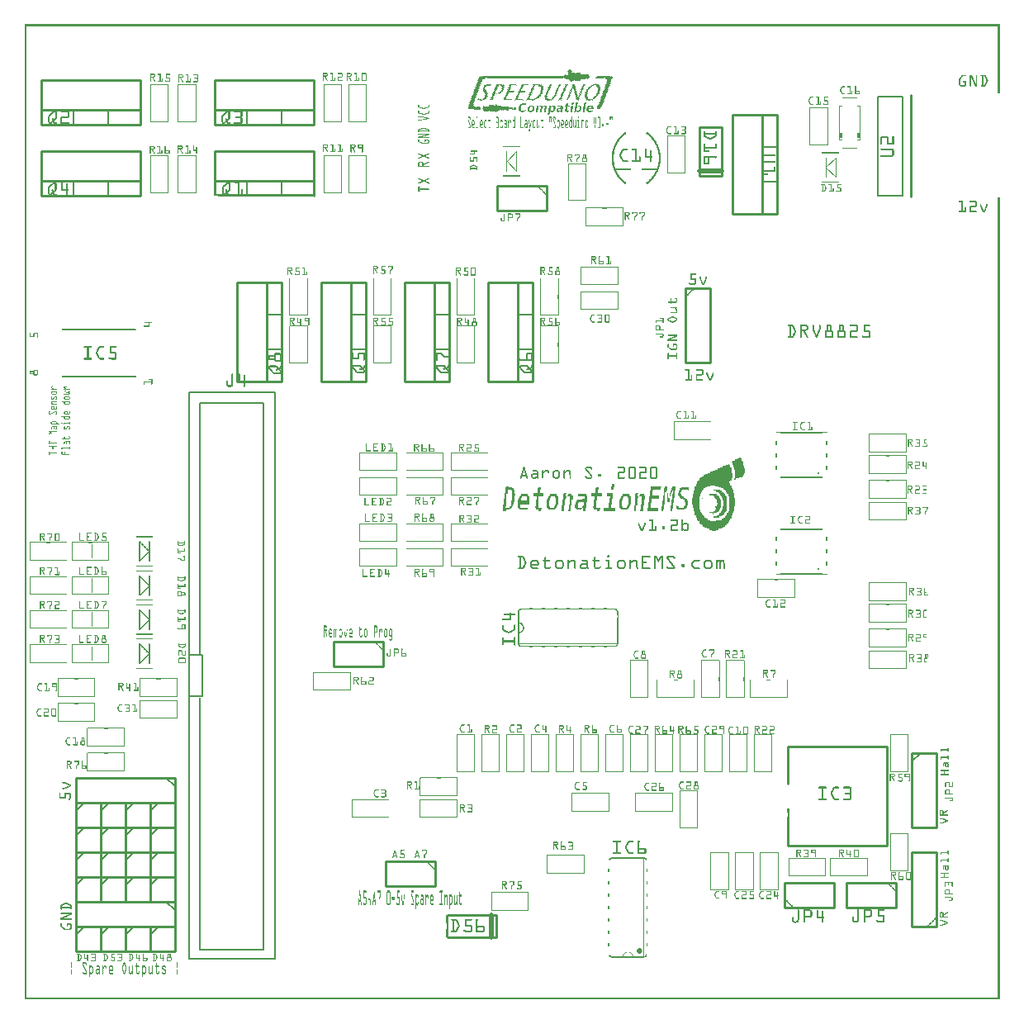
<source format=gto>
G04 MADE WITH FRITZING*
G04 WWW.FRITZING.ORG*
G04 DOUBLE SIDED*
G04 HOLES PLATED*
G04 CONTOUR ON CENTER OF CONTOUR VECTOR*
%ASAXBY*%
%FSLAX23Y23*%
%MOIN*%
%OFA0B0*%
%SFA1.0B1.0*%
%ADD10C,0.011920X0.0039196*%
%ADD11R,0.354200X2.295200X0.338200X2.279200*%
%ADD12C,0.008000*%
%ADD13R,0.063000X0.173200X0.047000X0.157200*%
%ADD14C,0.006000*%
%ADD15C,0.002000*%
%ADD16C,0.010000*%
%ADD17C,0.020000*%
%ADD18C,0.005000*%
%ADD19C,0.004861*%
%ADD20R,0.001000X0.001000*%
%LNSILK1*%
G90*
G70*
G54D10*
X3205Y2126D03*
X3205Y1738D03*
G54D12*
X664Y2453D02*
X1010Y2453D01*
X1010Y166D01*
X664Y166D01*
X664Y2453D01*
D02*
X664Y1392D02*
X719Y1392D01*
X719Y1227D01*
X664Y1227D01*
X664Y1392D01*
D02*
G54D14*
X1994Y1563D02*
X1994Y1521D01*
D02*
X1994Y1521D02*
X1994Y1481D01*
D02*
X1994Y1481D02*
X1994Y1439D01*
G54D15*
D02*
X1994Y1438D02*
X2394Y1438D01*
G54D16*
D02*
X1903Y252D02*
X1708Y252D01*
D02*
X1708Y342D02*
X1903Y342D01*
D02*
X1903Y342D02*
X1903Y252D01*
G54D17*
D02*
X1883Y342D02*
X1883Y252D01*
G54D14*
D02*
X2498Y572D02*
X2374Y572D01*
D02*
X2374Y172D02*
X2498Y172D01*
G54D15*
D02*
X2499Y172D02*
X2499Y572D01*
G54D16*
D02*
X607Y397D02*
X207Y397D01*
D02*
X207Y397D02*
X207Y297D01*
D02*
X207Y297D02*
X607Y297D01*
D02*
X607Y297D02*
X607Y397D01*
G54D18*
D02*
X572Y397D02*
X607Y362D01*
G54D16*
D02*
X607Y897D02*
X207Y897D01*
D02*
X207Y897D02*
X207Y797D01*
D02*
X207Y797D02*
X607Y797D01*
D02*
X607Y797D02*
X607Y897D01*
G54D18*
D02*
X572Y897D02*
X607Y862D01*
G54D16*
D02*
X207Y697D02*
X207Y597D01*
D02*
X207Y597D02*
X307Y597D01*
D02*
X307Y597D02*
X307Y697D01*
D02*
X307Y697D02*
X207Y697D01*
G54D18*
D02*
X207Y662D02*
X242Y697D01*
G54D16*
D02*
X307Y697D02*
X307Y597D01*
D02*
X307Y597D02*
X407Y597D01*
D02*
X407Y597D02*
X407Y697D01*
D02*
X407Y697D02*
X307Y697D01*
G54D18*
D02*
X307Y662D02*
X342Y697D01*
G54D16*
D02*
X407Y697D02*
X407Y597D01*
D02*
X407Y597D02*
X507Y597D01*
D02*
X507Y597D02*
X507Y697D01*
D02*
X507Y697D02*
X407Y697D01*
G54D18*
D02*
X407Y662D02*
X442Y697D01*
G54D16*
D02*
X407Y497D02*
X407Y397D01*
D02*
X407Y397D02*
X507Y397D01*
D02*
X507Y397D02*
X507Y497D01*
D02*
X507Y497D02*
X407Y497D01*
G54D18*
D02*
X407Y462D02*
X442Y497D01*
G54D16*
D02*
X207Y497D02*
X207Y397D01*
D02*
X207Y397D02*
X307Y397D01*
D02*
X307Y397D02*
X307Y497D01*
D02*
X307Y497D02*
X207Y497D01*
G54D18*
D02*
X207Y462D02*
X242Y497D01*
G54D16*
D02*
X307Y497D02*
X307Y397D01*
D02*
X307Y397D02*
X407Y397D01*
D02*
X407Y397D02*
X407Y497D01*
D02*
X407Y497D02*
X307Y497D01*
G54D18*
D02*
X307Y462D02*
X342Y497D01*
G54D16*
D02*
X507Y497D02*
X507Y397D01*
D02*
X507Y397D02*
X607Y397D01*
D02*
X607Y397D02*
X607Y497D01*
D02*
X607Y497D02*
X507Y497D01*
G54D18*
D02*
X507Y462D02*
X542Y497D01*
G54D16*
D02*
X207Y297D02*
X207Y197D01*
D02*
X207Y197D02*
X307Y197D01*
D02*
X307Y197D02*
X307Y297D01*
D02*
X307Y297D02*
X207Y297D01*
G54D18*
D02*
X207Y262D02*
X242Y297D01*
G54D16*
D02*
X307Y297D02*
X307Y197D01*
D02*
X307Y197D02*
X407Y197D01*
D02*
X407Y197D02*
X407Y297D01*
D02*
X407Y297D02*
X307Y297D01*
G54D18*
D02*
X307Y262D02*
X342Y297D01*
G54D16*
D02*
X207Y797D02*
X207Y697D01*
D02*
X207Y697D02*
X307Y697D01*
D02*
X307Y697D02*
X307Y797D01*
D02*
X307Y797D02*
X207Y797D01*
G54D18*
D02*
X207Y762D02*
X242Y797D01*
G54D16*
D02*
X307Y797D02*
X307Y697D01*
D02*
X307Y697D02*
X407Y697D01*
D02*
X407Y697D02*
X407Y797D01*
D02*
X407Y797D02*
X307Y797D01*
G54D18*
D02*
X307Y762D02*
X342Y797D01*
G54D16*
D02*
X407Y797D02*
X407Y697D01*
D02*
X407Y697D02*
X507Y697D01*
D02*
X507Y697D02*
X507Y797D01*
D02*
X507Y797D02*
X407Y797D01*
G54D18*
D02*
X407Y762D02*
X442Y797D01*
G54D16*
D02*
X507Y297D02*
X507Y197D01*
D02*
X507Y197D02*
X607Y197D01*
D02*
X607Y197D02*
X607Y297D01*
D02*
X607Y297D02*
X507Y297D01*
G54D18*
D02*
X507Y262D02*
X542Y297D01*
G54D16*
D02*
X407Y597D02*
X407Y497D01*
D02*
X407Y497D02*
X507Y497D01*
D02*
X507Y497D02*
X507Y597D01*
D02*
X507Y597D02*
X407Y597D01*
G54D18*
D02*
X407Y562D02*
X442Y597D01*
G54D16*
D02*
X507Y597D02*
X507Y497D01*
D02*
X507Y497D02*
X607Y497D01*
D02*
X607Y497D02*
X607Y597D01*
D02*
X607Y597D02*
X507Y597D01*
G54D18*
D02*
X507Y562D02*
X542Y597D01*
G54D16*
D02*
X1447Y1447D02*
X1247Y1447D01*
D02*
X1247Y1447D02*
X1247Y1347D01*
D02*
X1247Y1347D02*
X1447Y1347D01*
D02*
X1447Y1347D02*
X1447Y1447D01*
D02*
X207Y597D02*
X207Y497D01*
D02*
X207Y497D02*
X307Y497D01*
D02*
X307Y497D02*
X307Y597D01*
D02*
X307Y597D02*
X207Y597D01*
G54D18*
D02*
X207Y562D02*
X242Y597D01*
G54D16*
D02*
X307Y597D02*
X307Y497D01*
D02*
X307Y497D02*
X407Y497D01*
D02*
X407Y497D02*
X407Y597D01*
D02*
X407Y597D02*
X307Y597D01*
G54D18*
D02*
X307Y562D02*
X342Y597D01*
G54D16*
D02*
X507Y797D02*
X507Y697D01*
D02*
X507Y697D02*
X607Y697D01*
D02*
X607Y697D02*
X607Y797D01*
D02*
X607Y797D02*
X507Y797D01*
G54D18*
D02*
X507Y762D02*
X542Y797D01*
G54D16*
D02*
X407Y297D02*
X407Y197D01*
D02*
X407Y197D02*
X507Y197D01*
D02*
X507Y197D02*
X507Y297D01*
D02*
X507Y297D02*
X407Y297D01*
G54D18*
D02*
X407Y262D02*
X442Y297D01*
G54D16*
D02*
X507Y697D02*
X507Y597D01*
D02*
X507Y597D02*
X607Y597D01*
D02*
X607Y597D02*
X607Y697D01*
D02*
X607Y697D02*
X507Y697D01*
G54D18*
D02*
X507Y662D02*
X542Y697D01*
G54D16*
D02*
X3082Y622D02*
X3482Y622D01*
D02*
X3482Y622D02*
X3482Y1022D01*
D02*
X3482Y1022D02*
X3082Y1022D01*
D02*
X3082Y872D02*
X3082Y1022D01*
D02*
X1377Y2897D02*
X1377Y2497D01*
D02*
X1377Y2497D02*
X1197Y2497D01*
D02*
X1197Y2497D02*
X1197Y2897D01*
D02*
X1197Y2897D02*
X1377Y2897D01*
D02*
X1377Y2897D02*
X1377Y2497D01*
D02*
X1377Y2497D02*
X1317Y2497D01*
D02*
X1317Y2497D02*
X1317Y2897D01*
D02*
X1317Y2897D02*
X1377Y2897D01*
G54D18*
D02*
X1377Y2767D02*
X1317Y2767D01*
D02*
X1377Y2627D02*
X1317Y2627D01*
G54D16*
D02*
X2052Y2897D02*
X2052Y2497D01*
D02*
X2052Y2497D02*
X1872Y2497D01*
D02*
X1872Y2497D02*
X1872Y2897D01*
D02*
X1872Y2897D02*
X2052Y2897D01*
D02*
X2052Y2897D02*
X2052Y2497D01*
D02*
X2052Y2497D02*
X1992Y2497D01*
D02*
X1992Y2497D02*
X1992Y2897D01*
D02*
X1992Y2897D02*
X2052Y2897D01*
G54D18*
D02*
X2052Y2767D02*
X1992Y2767D01*
D02*
X2052Y2627D02*
X1992Y2627D01*
G54D16*
D02*
X1714Y2897D02*
X1714Y2497D01*
D02*
X1714Y2497D02*
X1534Y2497D01*
D02*
X1534Y2497D02*
X1534Y2897D01*
D02*
X1534Y2897D02*
X1714Y2897D01*
D02*
X1714Y2897D02*
X1714Y2497D01*
D02*
X1714Y2497D02*
X1654Y2497D01*
D02*
X1654Y2497D02*
X1654Y2897D01*
D02*
X1654Y2897D02*
X1714Y2897D01*
G54D18*
D02*
X1714Y2767D02*
X1654Y2767D01*
D02*
X1714Y2627D02*
X1654Y2627D01*
G54D16*
D02*
X1039Y2897D02*
X1039Y2497D01*
D02*
X1039Y2497D02*
X859Y2497D01*
D02*
X859Y2497D02*
X859Y2897D01*
D02*
X859Y2897D02*
X1039Y2897D01*
D02*
X1039Y2897D02*
X1039Y2497D01*
D02*
X1039Y2497D02*
X979Y2497D01*
D02*
X979Y2497D02*
X979Y2897D01*
D02*
X979Y2897D02*
X1039Y2897D01*
G54D18*
D02*
X1039Y2767D02*
X979Y2767D01*
D02*
X1039Y2627D02*
X979Y2627D01*
G54D16*
D02*
X3682Y297D02*
X3682Y597D01*
D02*
X3682Y597D02*
X3582Y597D01*
D02*
X3582Y597D02*
X3582Y297D01*
D02*
X3582Y297D02*
X3682Y297D01*
D02*
X3582Y997D02*
X3582Y697D01*
D02*
X3582Y697D02*
X3682Y697D01*
D02*
X3682Y697D02*
X3682Y997D01*
D02*
X3682Y997D02*
X3582Y997D01*
G54D18*
D02*
X3582Y962D02*
X3617Y997D01*
G54D16*
D02*
X2107Y3284D02*
X1907Y3284D01*
D02*
X1907Y3284D02*
X1907Y3184D01*
D02*
X1907Y3184D02*
X2107Y3184D01*
D02*
X2107Y3184D02*
X2107Y3284D01*
D02*
X2669Y2872D02*
X2669Y2572D01*
D02*
X2669Y2572D02*
X2769Y2572D01*
D02*
X2769Y2572D02*
X2769Y2872D01*
D02*
X2769Y2872D02*
X2669Y2872D01*
D02*
X3069Y372D02*
X3269Y372D01*
D02*
X3269Y372D02*
X3269Y472D01*
D02*
X3269Y472D02*
X3069Y472D01*
D02*
X3069Y472D02*
X3069Y372D01*
D02*
X1657Y559D02*
X1457Y559D01*
D02*
X1457Y559D02*
X1457Y459D01*
D02*
X1457Y459D02*
X1657Y459D01*
D02*
X1657Y459D02*
X1657Y559D01*
D02*
X3519Y472D02*
X3319Y472D01*
D02*
X3319Y472D02*
X3319Y372D01*
D02*
X3319Y372D02*
X3519Y372D01*
D02*
X3519Y372D02*
X3519Y472D01*
D02*
X3039Y3572D02*
X3039Y3172D01*
D02*
X3039Y3172D02*
X2859Y3172D01*
D02*
X2859Y3172D02*
X2859Y3572D01*
D02*
X2859Y3572D02*
X3039Y3572D01*
D02*
X3039Y3572D02*
X3039Y3172D01*
D02*
X3039Y3172D02*
X2979Y3172D01*
D02*
X2979Y3172D02*
X2979Y3572D01*
D02*
X2979Y3572D02*
X3039Y3572D01*
G54D18*
D02*
X3039Y3442D02*
X2979Y3442D01*
D02*
X3039Y3302D02*
X2979Y3302D01*
G54D16*
D02*
X2724Y3326D02*
X2724Y3521D01*
D02*
X2814Y3521D02*
X2814Y3326D01*
D02*
X2814Y3326D02*
X2724Y3326D01*
G54D17*
D02*
X2814Y3346D02*
X2724Y3346D01*
G54D18*
D02*
X3444Y3247D02*
X3544Y3247D01*
D02*
X3544Y3247D02*
X3544Y3647D01*
D02*
X3544Y3647D02*
X3444Y3647D01*
D02*
X3444Y3647D02*
X3444Y3247D01*
G54D16*
D02*
X469Y3246D02*
X69Y3246D01*
D02*
X69Y3246D02*
X69Y3426D01*
D02*
X69Y3426D02*
X469Y3426D01*
D02*
X469Y3426D02*
X469Y3246D01*
D02*
X469Y3246D02*
X69Y3246D01*
D02*
X69Y3246D02*
X69Y3306D01*
D02*
X69Y3306D02*
X469Y3306D01*
D02*
X469Y3306D02*
X469Y3246D01*
G54D18*
D02*
X339Y3246D02*
X339Y3306D01*
D02*
X199Y3246D02*
X199Y3306D01*
G54D16*
D02*
X1169Y3533D02*
X769Y3533D01*
D02*
X769Y3533D02*
X769Y3713D01*
D02*
X769Y3713D02*
X1169Y3713D01*
D02*
X1169Y3713D02*
X1169Y3533D01*
D02*
X1169Y3533D02*
X769Y3533D01*
D02*
X769Y3533D02*
X769Y3593D01*
D02*
X769Y3593D02*
X1169Y3593D01*
D02*
X1169Y3593D02*
X1169Y3533D01*
G54D18*
D02*
X1039Y3533D02*
X1039Y3593D01*
D02*
X899Y3533D02*
X899Y3593D01*
G54D16*
D02*
X469Y3533D02*
X69Y3533D01*
D02*
X69Y3533D02*
X69Y3713D01*
D02*
X69Y3713D02*
X469Y3713D01*
D02*
X469Y3713D02*
X469Y3533D01*
D02*
X469Y3533D02*
X69Y3533D01*
D02*
X69Y3533D02*
X69Y3593D01*
D02*
X69Y3593D02*
X469Y3593D01*
D02*
X469Y3593D02*
X469Y3533D01*
G54D18*
D02*
X339Y3533D02*
X339Y3593D01*
D02*
X199Y3533D02*
X199Y3593D01*
G54D16*
D02*
X769Y3426D02*
X1169Y3426D01*
D02*
X1169Y3426D02*
X1169Y3246D01*
D02*
X769Y3306D02*
X1169Y3306D01*
D02*
X1169Y3306D02*
X1169Y3246D01*
G54D18*
D02*
X1039Y3246D02*
X1039Y3306D01*
D02*
X899Y3246D02*
X899Y3306D01*
G54D16*
D02*
X3577Y3652D02*
X3577Y3242D01*
G36*
X2885Y2190D02*
X2885Y2186D01*
X2879Y2186D01*
X2879Y2181D01*
X2869Y2181D01*
X2869Y2177D01*
X2859Y2177D01*
X2859Y2172D01*
X2856Y2172D01*
X2856Y2168D01*
X2859Y2168D01*
X2859Y2158D01*
X2862Y2158D01*
X2862Y2149D01*
X2866Y2149D01*
X2866Y2140D01*
X2869Y2140D01*
X2869Y2104D01*
X2866Y2104D01*
X2866Y2100D01*
X2872Y2100D01*
X2872Y2104D01*
X2885Y2104D01*
X2885Y2109D01*
X2898Y2109D01*
X2898Y2113D01*
X2901Y2113D01*
X2901Y2118D01*
X2905Y2118D01*
X2905Y2127D01*
X2908Y2127D01*
X2908Y2145D01*
X2905Y2145D01*
X2905Y2154D01*
X2901Y2154D01*
X2901Y2172D01*
X2898Y2172D01*
X2898Y2177D01*
X2895Y2177D01*
X2895Y2186D01*
X2892Y2186D01*
X2892Y2190D01*
X2885Y2190D01*
G37*
D02*
G36*
X2840Y2163D02*
X2840Y2158D01*
X2830Y2158D01*
X2830Y2154D01*
X2817Y2154D01*
X2817Y2149D01*
X2807Y2149D01*
X2807Y2145D01*
X2797Y2145D01*
X2797Y2140D01*
X2788Y2140D01*
X2788Y2136D01*
X2778Y2136D01*
X2778Y2131D01*
X2768Y2131D01*
X2768Y2127D01*
X2758Y2127D01*
X2758Y2122D01*
X2749Y2122D01*
X2749Y2118D01*
X2742Y2118D01*
X2742Y2113D01*
X2736Y2113D01*
X2736Y2109D01*
X2729Y2109D01*
X2729Y2104D01*
X2726Y2104D01*
X2726Y2100D01*
X2723Y2100D01*
X2723Y2095D01*
X2719Y2095D01*
X2719Y2091D01*
X2716Y2091D01*
X2716Y2086D01*
X2713Y2086D01*
X2713Y2082D01*
X2710Y2082D01*
X2710Y2077D01*
X2788Y2077D01*
X2788Y2073D01*
X2801Y2073D01*
X2801Y2068D01*
X2810Y2068D01*
X2810Y2064D01*
X2820Y2064D01*
X2820Y2059D01*
X2827Y2059D01*
X2827Y2055D01*
X2830Y2055D01*
X2830Y2050D01*
X2833Y2050D01*
X2833Y2045D01*
X2836Y2045D01*
X2836Y2041D01*
X2840Y2041D01*
X2840Y2032D01*
X2843Y2032D01*
X2843Y2018D01*
X2846Y2018D01*
X2846Y1987D01*
X2843Y1987D01*
X2843Y1973D01*
X2840Y1973D01*
X2840Y1964D01*
X2836Y1964D01*
X2836Y1960D01*
X2833Y1960D01*
X2833Y1955D01*
X2830Y1955D01*
X2830Y1951D01*
X2827Y1951D01*
X2827Y1946D01*
X2820Y1946D01*
X2820Y1942D01*
X2814Y1942D01*
X2814Y1937D01*
X2791Y1937D01*
X2791Y1933D01*
X2846Y1933D01*
X2846Y1937D01*
X2849Y1937D01*
X2849Y1942D01*
X2853Y1942D01*
X2853Y1946D01*
X2856Y1946D01*
X2856Y1955D01*
X2859Y1955D01*
X2859Y1964D01*
X2862Y1964D01*
X2862Y1973D01*
X2866Y1973D01*
X2866Y1991D01*
X2869Y1991D01*
X2869Y2027D01*
X2866Y2027D01*
X2866Y2045D01*
X2862Y2045D01*
X2862Y2059D01*
X2859Y2059D01*
X2859Y2064D01*
X2856Y2064D01*
X2856Y2073D01*
X2853Y2073D01*
X2853Y2077D01*
X2849Y2077D01*
X2849Y2086D01*
X2846Y2086D01*
X2846Y2091D01*
X2849Y2091D01*
X2849Y2095D01*
X2853Y2095D01*
X2853Y2100D01*
X2856Y2100D01*
X2856Y2104D01*
X2859Y2104D01*
X2859Y2127D01*
X2856Y2127D01*
X2856Y2140D01*
X2853Y2140D01*
X2853Y2149D01*
X2849Y2149D01*
X2849Y2158D01*
X2846Y2158D01*
X2846Y2163D01*
X2840Y2163D01*
G37*
D02*
G36*
X2710Y2077D02*
X2710Y2073D01*
X2706Y2073D01*
X2706Y2064D01*
X2703Y2064D01*
X2703Y2055D01*
X2700Y2055D01*
X2700Y2041D01*
X2697Y2041D01*
X2697Y2027D01*
X2694Y2027D01*
X2694Y2000D01*
X2697Y2000D01*
X2697Y1987D01*
X2700Y1987D01*
X2700Y1973D01*
X2703Y1973D01*
X2703Y1964D01*
X2706Y1964D01*
X2706Y1955D01*
X2710Y1955D01*
X2710Y1946D01*
X2713Y1946D01*
X2713Y1942D01*
X2716Y1942D01*
X2716Y1937D01*
X2719Y1937D01*
X2719Y1933D01*
X2768Y1933D01*
X2768Y1937D01*
X2758Y1937D01*
X2758Y1942D01*
X2752Y1942D01*
X2752Y1946D01*
X2745Y1946D01*
X2745Y1951D01*
X2742Y1951D01*
X2742Y1955D01*
X2739Y1955D01*
X2739Y1960D01*
X2736Y1960D01*
X2736Y1964D01*
X2732Y1964D01*
X2732Y1969D01*
X2729Y1969D01*
X2729Y1978D01*
X2726Y1978D01*
X2726Y1991D01*
X2723Y1991D01*
X2723Y2018D01*
X2726Y2018D01*
X2726Y2032D01*
X2729Y2032D01*
X2729Y2041D01*
X2732Y2041D01*
X2732Y2050D01*
X2736Y2050D01*
X2736Y2055D01*
X2739Y2055D01*
X2739Y2059D01*
X2742Y2059D01*
X2742Y2064D01*
X2749Y2064D01*
X2749Y2068D01*
X2755Y2068D01*
X2755Y2073D01*
X2768Y2073D01*
X2768Y2077D01*
X2710Y2077D01*
G37*
D02*
G36*
X2723Y1933D02*
X2723Y1928D01*
X2843Y1928D01*
X2843Y1933D01*
X2723Y1933D01*
G37*
D02*
G36*
X2723Y1933D02*
X2723Y1928D01*
X2843Y1928D01*
X2843Y1933D01*
X2723Y1933D01*
G37*
D02*
G36*
X2726Y1928D02*
X2726Y1923D01*
X2729Y1923D01*
X2729Y1919D01*
X2736Y1919D01*
X2736Y1914D01*
X2739Y1914D01*
X2739Y1910D01*
X2745Y1910D01*
X2745Y1905D01*
X2755Y1905D01*
X2755Y1901D01*
X2765Y1901D01*
X2765Y1896D01*
X2775Y1896D01*
X2775Y1892D01*
X2791Y1892D01*
X2791Y1896D01*
X2801Y1896D01*
X2801Y1901D01*
X2814Y1901D01*
X2814Y1905D01*
X2820Y1905D01*
X2820Y1910D01*
X2827Y1910D01*
X2827Y1914D01*
X2833Y1914D01*
X2833Y1919D01*
X2836Y1919D01*
X2836Y1923D01*
X2840Y1923D01*
X2840Y1928D01*
X2726Y1928D01*
G37*
D02*
G36*
X2372Y2082D02*
X2372Y2073D01*
X2369Y2073D01*
X2369Y2059D01*
X2378Y2059D01*
X2378Y2068D01*
X2382Y2068D01*
X2382Y2082D01*
X2372Y2082D01*
G37*
D02*
G36*
X1943Y2073D02*
X1943Y2068D01*
X1940Y2068D01*
X1940Y2059D01*
X1966Y2059D01*
X1966Y2055D01*
X1969Y2055D01*
X1969Y2014D01*
X1966Y2014D01*
X1966Y2000D01*
X1963Y2000D01*
X1963Y1991D01*
X1959Y1991D01*
X1959Y1987D01*
X1969Y1987D01*
X1969Y1991D01*
X1972Y1991D01*
X1972Y2000D01*
X1976Y2000D01*
X1976Y2009D01*
X1979Y2009D01*
X1979Y2036D01*
X1982Y2036D01*
X1982Y2041D01*
X1979Y2041D01*
X1979Y2059D01*
X1976Y2059D01*
X1976Y2064D01*
X1969Y2064D01*
X1969Y2068D01*
X1956Y2068D01*
X1956Y2073D01*
X1943Y2073D01*
G37*
D02*
G36*
X1940Y2059D02*
X1940Y2045D01*
X1937Y2045D01*
X1937Y2023D01*
X1933Y2023D01*
X1933Y2000D01*
X1930Y2000D01*
X1930Y1987D01*
X1940Y1987D01*
X1940Y1991D01*
X1943Y1991D01*
X1943Y2014D01*
X1946Y2014D01*
X1946Y2041D01*
X1950Y2041D01*
X1950Y2059D01*
X1940Y2059D01*
G37*
D02*
G36*
X1930Y1987D02*
X1930Y1982D01*
X1966Y1982D01*
X1966Y1987D01*
X1930Y1987D01*
G37*
D02*
G36*
X1930Y1987D02*
X1930Y1982D01*
X1966Y1982D01*
X1966Y1987D01*
X1930Y1987D01*
G37*
D02*
G36*
X1930Y1982D02*
X1930Y1973D01*
X1943Y1973D01*
X1943Y1978D01*
X1959Y1978D01*
X1959Y1982D01*
X1930Y1982D01*
G37*
D02*
G36*
X2528Y2073D02*
X2528Y2055D01*
X2525Y2055D01*
X2525Y2032D01*
X2521Y2032D01*
X2521Y2009D01*
X2518Y2009D01*
X2518Y1987D01*
X2515Y1987D01*
X2515Y1973D01*
X2557Y1973D01*
X2557Y1987D01*
X2528Y1987D01*
X2528Y2005D01*
X2531Y2005D01*
X2531Y2023D01*
X2560Y2023D01*
X2560Y2036D01*
X2534Y2036D01*
X2534Y2055D01*
X2538Y2055D01*
X2538Y2059D01*
X2567Y2059D01*
X2567Y2068D01*
X2570Y2068D01*
X2570Y2073D01*
X2528Y2073D01*
G37*
D02*
G36*
X2583Y2073D02*
X2583Y2064D01*
X2580Y2064D01*
X2580Y2055D01*
X2593Y2055D01*
X2593Y2027D01*
X2599Y2027D01*
X2599Y2045D01*
X2596Y2045D01*
X2596Y2073D01*
X2583Y2073D01*
G37*
D02*
G36*
X2616Y2073D02*
X2616Y2064D01*
X2612Y2064D01*
X2612Y2055D01*
X2619Y2055D01*
X2619Y2041D01*
X2616Y2041D01*
X2616Y2018D01*
X2612Y2018D01*
X2612Y1996D01*
X2609Y1996D01*
X2609Y1973D01*
X2616Y1973D01*
X2616Y1982D01*
X2619Y1982D01*
X2619Y2005D01*
X2622Y2005D01*
X2622Y2027D01*
X2625Y2027D01*
X2625Y2055D01*
X2629Y2055D01*
X2629Y2073D01*
X2616Y2073D01*
G37*
D02*
G36*
X2580Y2055D02*
X2580Y2036D01*
X2577Y2036D01*
X2577Y2014D01*
X2573Y2014D01*
X2573Y1991D01*
X2570Y1991D01*
X2570Y1973D01*
X2577Y1973D01*
X2577Y1978D01*
X2580Y1978D01*
X2580Y2000D01*
X2583Y2000D01*
X2583Y2027D01*
X2586Y2027D01*
X2586Y2050D01*
X2590Y2050D01*
X2590Y2055D01*
X2580Y2055D01*
G37*
D02*
G36*
X2609Y2055D02*
X2609Y2045D01*
X2606Y2045D01*
X2606Y2036D01*
X2603Y2036D01*
X2603Y2027D01*
X2606Y2027D01*
X2606Y2032D01*
X2609Y2032D01*
X2609Y2041D01*
X2612Y2041D01*
X2612Y2050D01*
X2616Y2050D01*
X2616Y2055D01*
X2609Y2055D01*
G37*
D02*
G36*
X2593Y2027D02*
X2593Y2023D01*
X2606Y2023D01*
X2606Y2027D01*
X2593Y2027D01*
G37*
D02*
G36*
X2593Y2027D02*
X2593Y2023D01*
X2606Y2023D01*
X2606Y2027D01*
X2593Y2027D01*
G37*
D02*
G36*
X2593Y2023D02*
X2593Y2009D01*
X2603Y2009D01*
X2603Y2018D01*
X2606Y2018D01*
X2606Y2023D01*
X2593Y2023D01*
G37*
D02*
G36*
X2073Y2068D02*
X2073Y2064D01*
X2070Y2064D01*
X2070Y2045D01*
X2054Y2045D01*
X2054Y2032D01*
X2067Y2032D01*
X2067Y2018D01*
X2063Y2018D01*
X2063Y1991D01*
X2060Y1991D01*
X2060Y1987D01*
X2063Y1987D01*
X2063Y1978D01*
X2076Y1978D01*
X2076Y1973D01*
X2086Y1973D01*
X2086Y1978D01*
X2089Y1978D01*
X2089Y1987D01*
X2073Y1987D01*
X2073Y2014D01*
X2076Y2014D01*
X2076Y2032D01*
X2096Y2032D01*
X2096Y2045D01*
X2080Y2045D01*
X2080Y2059D01*
X2083Y2059D01*
X2083Y2068D01*
X2073Y2068D01*
G37*
D02*
G36*
X2307Y2068D02*
X2307Y2064D01*
X2304Y2064D01*
X2304Y2045D01*
X2287Y2045D01*
X2287Y2032D01*
X2300Y2032D01*
X2300Y2018D01*
X2297Y2018D01*
X2297Y1991D01*
X2294Y1991D01*
X2294Y1987D01*
X2297Y1987D01*
X2297Y1978D01*
X2310Y1978D01*
X2310Y1973D01*
X2320Y1973D01*
X2320Y1978D01*
X2323Y1978D01*
X2323Y1987D01*
X2307Y1987D01*
X2307Y2014D01*
X2310Y2014D01*
X2310Y2032D01*
X2330Y2032D01*
X2330Y2045D01*
X2313Y2045D01*
X2313Y2059D01*
X2317Y2059D01*
X2317Y2068D01*
X2307Y2068D01*
G37*
D02*
G36*
X2781Y2059D02*
X2781Y2055D01*
X2791Y2055D01*
X2791Y2050D01*
X2801Y2050D01*
X2801Y2045D01*
X2804Y2045D01*
X2804Y2041D01*
X2807Y2041D01*
X2807Y2036D01*
X2810Y2036D01*
X2810Y2032D01*
X2814Y2032D01*
X2814Y2027D01*
X2817Y2027D01*
X2817Y2014D01*
X2820Y2014D01*
X2820Y1991D01*
X2817Y1991D01*
X2817Y1978D01*
X2814Y1978D01*
X2814Y1973D01*
X2810Y1973D01*
X2810Y1964D01*
X2804Y1964D01*
X2804Y1960D01*
X2801Y1960D01*
X2801Y1955D01*
X2794Y1955D01*
X2794Y1951D01*
X2781Y1951D01*
X2781Y1946D01*
X2804Y1946D01*
X2804Y1951D01*
X2814Y1951D01*
X2814Y1955D01*
X2820Y1955D01*
X2820Y1960D01*
X2823Y1960D01*
X2823Y1964D01*
X2827Y1964D01*
X2827Y1969D01*
X2830Y1969D01*
X2830Y1973D01*
X2833Y1973D01*
X2833Y1982D01*
X2836Y1982D01*
X2836Y2023D01*
X2833Y2023D01*
X2833Y2032D01*
X2830Y2032D01*
X2830Y2036D01*
X2827Y2036D01*
X2827Y2041D01*
X2823Y2041D01*
X2823Y2045D01*
X2820Y2045D01*
X2820Y2050D01*
X2814Y2050D01*
X2814Y2055D01*
X2807Y2055D01*
X2807Y2059D01*
X2781Y2059D01*
G37*
D02*
G36*
X2177Y2045D02*
X2177Y2041D01*
X2174Y2041D01*
X2174Y2018D01*
X2171Y2018D01*
X2171Y1996D01*
X2167Y1996D01*
X2167Y1973D01*
X2177Y1973D01*
X2177Y1996D01*
X2180Y1996D01*
X2180Y2018D01*
X2184Y2018D01*
X2184Y2027D01*
X2187Y2027D01*
X2187Y2032D01*
X2184Y2032D01*
X2184Y2041D01*
X2187Y2041D01*
X2187Y2045D01*
X2177Y2045D01*
G37*
D02*
G36*
X2352Y2045D02*
X2352Y2032D01*
X2365Y2032D01*
X2365Y2027D01*
X2362Y2027D01*
X2362Y2005D01*
X2359Y2005D01*
X2359Y1987D01*
X2339Y1987D01*
X2339Y1973D01*
X2385Y1973D01*
X2385Y1987D01*
X2369Y1987D01*
X2369Y2000D01*
X2372Y2000D01*
X2372Y2023D01*
X2375Y2023D01*
X2375Y2045D01*
X2352Y2045D01*
G37*
D02*
G36*
X2469Y2045D02*
X2469Y2041D01*
X2466Y2041D01*
X2466Y2018D01*
X2463Y2018D01*
X2463Y1996D01*
X2460Y1996D01*
X2460Y1973D01*
X2469Y1973D01*
X2469Y1996D01*
X2473Y1996D01*
X2473Y2018D01*
X2476Y2018D01*
X2476Y2027D01*
X2479Y2027D01*
X2479Y2032D01*
X2476Y2032D01*
X2476Y2041D01*
X2479Y2041D01*
X2479Y2045D01*
X2469Y2045D01*
G37*
D02*
G36*
X2005Y2041D02*
X2005Y2036D01*
X2002Y2036D01*
X2002Y2032D01*
X2028Y2032D01*
X2028Y2014D01*
X2037Y2014D01*
X2037Y2032D01*
X2034Y2032D01*
X2034Y2036D01*
X2031Y2036D01*
X2031Y2041D01*
X2005Y2041D01*
G37*
D02*
G36*
X1998Y2032D02*
X1998Y2027D01*
X1995Y2027D01*
X1995Y2018D01*
X1992Y2018D01*
X1992Y2014D01*
X2005Y2014D01*
X2005Y2027D01*
X2008Y2027D01*
X2008Y2032D01*
X1998Y2032D01*
G37*
D02*
G36*
X1992Y2014D02*
X1992Y2009D01*
X2037Y2009D01*
X2037Y2014D01*
X1992Y2014D01*
G37*
D02*
G36*
X1992Y2014D02*
X1992Y2009D01*
X2037Y2009D01*
X2037Y2014D01*
X1992Y2014D01*
G37*
D02*
G36*
X1992Y2009D02*
X1992Y1987D01*
X1995Y1987D01*
X1995Y1982D01*
X1998Y1982D01*
X1998Y1978D01*
X2031Y1978D01*
X2031Y1987D01*
X2002Y1987D01*
X2002Y2000D01*
X2037Y2000D01*
X2037Y2009D01*
X1992Y2009D01*
G37*
D02*
G36*
X2122Y2041D02*
X2122Y2036D01*
X2119Y2036D01*
X2119Y2032D01*
X2141Y2032D01*
X2141Y2027D01*
X2145Y2027D01*
X2145Y2000D01*
X2141Y2000D01*
X2141Y1991D01*
X2138Y1991D01*
X2138Y1987D01*
X2148Y1987D01*
X2148Y1991D01*
X2151Y1991D01*
X2151Y2000D01*
X2154Y2000D01*
X2154Y2032D01*
X2151Y2032D01*
X2151Y2036D01*
X2148Y2036D01*
X2148Y2041D01*
X2122Y2041D01*
G37*
D02*
G36*
X2115Y2032D02*
X2115Y2027D01*
X2112Y2027D01*
X2112Y2018D01*
X2109Y2018D01*
X2109Y1987D01*
X2122Y1987D01*
X2122Y1991D01*
X2119Y1991D01*
X2119Y2014D01*
X2122Y2014D01*
X2122Y2027D01*
X2125Y2027D01*
X2125Y2032D01*
X2115Y2032D01*
G37*
D02*
G36*
X2112Y1987D02*
X2112Y1982D01*
X2145Y1982D01*
X2145Y1987D01*
X2112Y1987D01*
G37*
D02*
G36*
X2112Y1987D02*
X2112Y1982D01*
X2145Y1982D01*
X2145Y1987D01*
X2112Y1987D01*
G37*
D02*
G36*
X2115Y1982D02*
X2115Y1978D01*
X2141Y1978D01*
X2141Y1982D01*
X2115Y1982D01*
G37*
D02*
G36*
X2193Y2041D02*
X2193Y2036D01*
X2190Y2036D01*
X2190Y2032D01*
X2200Y2032D01*
X2200Y2000D01*
X2197Y2000D01*
X2197Y1978D01*
X2193Y1978D01*
X2193Y1973D01*
X2206Y1973D01*
X2206Y1996D01*
X2209Y1996D01*
X2209Y2018D01*
X2213Y2018D01*
X2213Y2036D01*
X2209Y2036D01*
X2209Y2041D01*
X2193Y2041D01*
G37*
D02*
G36*
X2235Y2041D02*
X2235Y2032D01*
X2261Y2032D01*
X2261Y2023D01*
X2252Y2023D01*
X2252Y2018D01*
X2232Y2018D01*
X2232Y2014D01*
X2229Y2014D01*
X2229Y2009D01*
X2258Y2009D01*
X2258Y1996D01*
X2255Y1996D01*
X2255Y1991D01*
X2252Y1991D01*
X2252Y1987D01*
X2255Y1987D01*
X2255Y1973D01*
X2265Y1973D01*
X2265Y1987D01*
X2268Y1987D01*
X2268Y2009D01*
X2271Y2009D01*
X2271Y2036D01*
X2268Y2036D01*
X2268Y2041D01*
X2235Y2041D01*
G37*
D02*
G36*
X2226Y2009D02*
X2226Y2000D01*
X2222Y2000D01*
X2222Y1987D01*
X2235Y1987D01*
X2235Y2005D01*
X2239Y2005D01*
X2239Y2009D01*
X2226Y2009D01*
G37*
D02*
G36*
X2226Y1987D02*
X2226Y1982D01*
X2229Y1982D01*
X2229Y1978D01*
X2248Y1978D01*
X2248Y1982D01*
X2252Y1982D01*
X2252Y1987D01*
X2226Y1987D01*
G37*
D02*
G36*
X2414Y2041D02*
X2414Y2036D01*
X2411Y2036D01*
X2411Y2032D01*
X2434Y2032D01*
X2434Y2027D01*
X2437Y2027D01*
X2437Y2000D01*
X2434Y2000D01*
X2434Y1991D01*
X2430Y1991D01*
X2430Y1987D01*
X2440Y1987D01*
X2440Y1991D01*
X2443Y1991D01*
X2443Y2000D01*
X2447Y2000D01*
X2447Y2032D01*
X2443Y2032D01*
X2443Y2036D01*
X2440Y2036D01*
X2440Y2041D01*
X2414Y2041D01*
G37*
D02*
G36*
X2408Y2032D02*
X2408Y2027D01*
X2404Y2027D01*
X2404Y2018D01*
X2401Y2018D01*
X2401Y1987D01*
X2414Y1987D01*
X2414Y1991D01*
X2411Y1991D01*
X2411Y2014D01*
X2414Y2014D01*
X2414Y2027D01*
X2417Y2027D01*
X2417Y2032D01*
X2408Y2032D01*
G37*
D02*
G36*
X2404Y1987D02*
X2404Y1982D01*
X2437Y1982D01*
X2437Y1987D01*
X2404Y1987D01*
G37*
D02*
G36*
X2404Y1987D02*
X2404Y1982D01*
X2437Y1982D01*
X2437Y1987D01*
X2404Y1987D01*
G37*
D02*
G36*
X2408Y1982D02*
X2408Y1978D01*
X2434Y1978D01*
X2434Y1982D01*
X2408Y1982D01*
G37*
D02*
G36*
X2486Y2041D02*
X2486Y2036D01*
X2482Y2036D01*
X2482Y2032D01*
X2492Y2032D01*
X2492Y2000D01*
X2489Y2000D01*
X2489Y1978D01*
X2486Y1978D01*
X2486Y1973D01*
X2499Y1973D01*
X2499Y1996D01*
X2502Y1996D01*
X2502Y2018D01*
X2505Y2018D01*
X2505Y2036D01*
X2502Y2036D01*
X2502Y2041D01*
X2486Y2041D01*
G37*
D02*
G36*
X2765Y2041D02*
X2765Y2036D01*
X2781Y2036D01*
X2781Y2032D01*
X2784Y2032D01*
X2784Y2027D01*
X2788Y2027D01*
X2788Y2023D01*
X2791Y2023D01*
X2791Y2018D01*
X2794Y2018D01*
X2794Y2005D01*
X2797Y2005D01*
X2797Y2000D01*
X2794Y2000D01*
X2794Y1991D01*
X2788Y1991D01*
X2788Y1987D01*
X2791Y1987D01*
X2791Y1978D01*
X2788Y1978D01*
X2788Y1973D01*
X2781Y1973D01*
X2781Y1969D01*
X2765Y1969D01*
X2765Y1964D01*
X2778Y1964D01*
X2778Y1960D01*
X2781Y1960D01*
X2781Y1964D01*
X2794Y1964D01*
X2794Y1969D01*
X2801Y1969D01*
X2801Y1973D01*
X2804Y1973D01*
X2804Y1978D01*
X2807Y1978D01*
X2807Y1987D01*
X2810Y1987D01*
X2810Y2018D01*
X2807Y2018D01*
X2807Y2027D01*
X2804Y2027D01*
X2804Y2032D01*
X2801Y2032D01*
X2801Y2036D01*
X2794Y2036D01*
X2794Y2041D01*
X2765Y2041D01*
G37*
D02*
G36*
X2736Y2027D02*
X2736Y2023D01*
X2739Y2023D01*
X2739Y2027D01*
X2736Y2027D01*
G37*
D02*
G36*
X2651Y2068D02*
X2651Y2064D01*
X2645Y2064D01*
X2645Y2059D01*
X2677Y2059D01*
X2677Y2055D01*
X2681Y2055D01*
X2681Y2068D01*
X2651Y2068D01*
G37*
D02*
G36*
X2645Y2059D02*
X2645Y2055D01*
X2642Y2055D01*
X2642Y2045D01*
X2638Y2045D01*
X2638Y2036D01*
X2642Y2036D01*
X2642Y2032D01*
X2645Y2032D01*
X2645Y2027D01*
X2648Y2027D01*
X2648Y2023D01*
X2658Y2023D01*
X2658Y2018D01*
X2664Y2018D01*
X2664Y2009D01*
X2668Y2009D01*
X2668Y1996D01*
X2664Y1996D01*
X2664Y1991D01*
X2661Y1991D01*
X2661Y1987D01*
X2674Y1987D01*
X2674Y1996D01*
X2677Y1996D01*
X2677Y2014D01*
X2674Y2014D01*
X2674Y2023D01*
X2668Y2023D01*
X2668Y2027D01*
X2661Y2027D01*
X2661Y2032D01*
X2655Y2032D01*
X2655Y2036D01*
X2651Y2036D01*
X2651Y2041D01*
X2648Y2041D01*
X2648Y2050D01*
X2651Y2050D01*
X2651Y2055D01*
X2655Y2055D01*
X2655Y2059D01*
X2645Y2059D01*
G37*
D02*
G36*
X2632Y1996D02*
X2632Y1987D01*
X2642Y1987D01*
X2642Y1991D01*
X2635Y1991D01*
X2635Y1996D01*
X2632Y1996D01*
G37*
D02*
G36*
X2632Y1987D02*
X2632Y1982D01*
X2671Y1982D01*
X2671Y1987D01*
X2632Y1987D01*
G37*
D02*
G36*
X2632Y1987D02*
X2632Y1982D01*
X2671Y1982D01*
X2671Y1987D01*
X2632Y1987D01*
G37*
D02*
G36*
X2635Y1982D02*
X2635Y1978D01*
X2664Y1978D01*
X2664Y1982D01*
X2635Y1982D01*
G37*
D02*
G36*
X2199Y3757D02*
X2199Y3756D01*
X2201Y3756D01*
X2201Y3757D01*
X2199Y3757D01*
G37*
D02*
G36*
X2198Y3756D02*
X2198Y3755D01*
X2199Y3755D01*
X2199Y3756D01*
X2198Y3756D01*
G37*
D02*
G36*
X2201Y3756D02*
X2201Y3755D01*
X2201Y3755D01*
X2201Y3756D01*
X2201Y3756D01*
G37*
D02*
G36*
X2197Y3755D02*
X2197Y3754D01*
X2198Y3754D01*
X2198Y3755D01*
X2197Y3755D01*
G37*
D02*
G36*
X2201Y3755D02*
X2201Y3754D01*
X2202Y3754D01*
X2202Y3755D01*
X2201Y3755D01*
G37*
D02*
G36*
X2197Y3754D02*
X2197Y3753D01*
X2197Y3753D01*
X2197Y3754D01*
X2197Y3754D01*
G37*
D02*
G36*
X2202Y3754D02*
X2202Y3753D01*
X2205Y3753D01*
X2205Y3753D01*
X2206Y3753D01*
X2206Y3754D01*
X2202Y3754D01*
G37*
D02*
G36*
X2196Y3753D02*
X2196Y3753D01*
X2197Y3753D01*
X2197Y3753D01*
X2196Y3753D01*
G37*
D02*
G36*
X2195Y3753D02*
X2195Y3752D01*
X2196Y3752D01*
X2196Y3753D01*
X2195Y3753D01*
G37*
D02*
G36*
X2206Y3753D02*
X2206Y3752D01*
X2207Y3752D01*
X2207Y3751D01*
X2207Y3751D01*
X2207Y3750D01*
X2208Y3750D01*
X2208Y3749D01*
X2209Y3749D01*
X2209Y3744D01*
X2210Y3744D01*
X2210Y3750D01*
X2209Y3750D01*
X2209Y3751D01*
X2208Y3751D01*
X2208Y3752D01*
X2207Y3752D01*
X2207Y3753D01*
X2206Y3753D01*
G37*
D02*
G36*
X2194Y3752D02*
X2194Y3751D01*
X2195Y3751D01*
X2195Y3752D01*
X2194Y3752D01*
G37*
D02*
G36*
X2194Y3751D02*
X2194Y3750D01*
X2194Y3750D01*
X2194Y3751D01*
X2194Y3751D01*
G37*
D02*
G36*
X2193Y3750D02*
X2193Y3749D01*
X2194Y3749D01*
X2194Y3750D01*
X2193Y3750D01*
G37*
D02*
G36*
X2192Y3749D02*
X2192Y3749D01*
X2193Y3749D01*
X2193Y3749D01*
X2192Y3749D01*
G37*
D02*
G36*
X2191Y3749D02*
X2191Y3748D01*
X2190Y3748D01*
X2190Y3747D01*
X2189Y3747D01*
X2189Y3745D01*
X2190Y3745D01*
X2190Y3746D01*
X2191Y3746D01*
X2191Y3747D01*
X2191Y3747D01*
X2191Y3748D01*
X2192Y3748D01*
X2192Y3749D01*
X2191Y3749D01*
G37*
D02*
G36*
X2190Y3745D02*
X2190Y3744D01*
X2191Y3744D01*
X2191Y3745D01*
X2190Y3745D01*
G37*
D02*
G36*
X2191Y3744D02*
X2191Y3743D01*
X2191Y3743D01*
X2191Y3744D01*
X2191Y3744D01*
G37*
D02*
G36*
X2210Y3744D02*
X2210Y3743D01*
X2211Y3743D01*
X2211Y3744D01*
X2210Y3744D01*
G37*
D02*
G36*
X2191Y3743D02*
X2191Y3742D01*
X2192Y3742D01*
X2192Y3743D01*
X2191Y3743D01*
G37*
D02*
G36*
X2211Y3743D02*
X2211Y3742D01*
X2219Y3742D01*
X2219Y3743D01*
X2211Y3743D01*
G37*
D02*
G36*
X2228Y3743D02*
X2228Y3742D01*
X2240Y3742D01*
X2240Y3743D01*
X2228Y3743D01*
G37*
D02*
G36*
X2192Y3742D02*
X2192Y3741D01*
X2193Y3741D01*
X2193Y3742D01*
X2192Y3742D01*
G37*
D02*
G36*
X2219Y3742D02*
X2219Y3741D01*
X2220Y3741D01*
X2220Y3742D01*
X2219Y3742D01*
G37*
D02*
G36*
X2227Y3742D02*
X2227Y3741D01*
X2228Y3741D01*
X2228Y3742D01*
X2227Y3742D01*
G37*
D02*
G36*
X2240Y3742D02*
X2240Y3741D01*
X2241Y3741D01*
X2241Y3742D01*
X2240Y3742D01*
G37*
D02*
G36*
X2193Y3741D02*
X2193Y3741D01*
X2194Y3741D01*
X2194Y3741D01*
X2193Y3741D01*
G37*
D02*
G36*
X2220Y3741D02*
X2220Y3741D01*
X2227Y3741D01*
X2227Y3741D01*
X2220Y3741D01*
G37*
D02*
G36*
X2241Y3741D02*
X2241Y3741D01*
X2242Y3741D01*
X2242Y3741D01*
X2241Y3741D01*
G37*
D02*
G36*
X2194Y3741D02*
X2194Y3740D01*
X2194Y3740D01*
X2194Y3741D01*
X2194Y3741D01*
G37*
D02*
G36*
X2242Y3741D02*
X2242Y3740D01*
X2243Y3740D01*
X2243Y3741D01*
X2242Y3741D01*
G37*
D02*
G36*
X2194Y3740D02*
X2194Y3739D01*
X2195Y3739D01*
X2195Y3740D01*
X2194Y3740D01*
G37*
D02*
G36*
X2243Y3740D02*
X2243Y3739D01*
X2244Y3739D01*
X2244Y3740D01*
X2243Y3740D01*
G37*
D02*
G36*
X2195Y3739D02*
X2195Y3738D01*
X2196Y3738D01*
X2196Y3739D01*
X2195Y3739D01*
G37*
D02*
G36*
X2244Y3739D02*
X2244Y3738D01*
X2244Y3738D01*
X2244Y3739D01*
X2244Y3739D01*
G37*
D02*
G36*
X2196Y3738D02*
X2196Y3735D01*
X2195Y3735D01*
X2195Y3734D01*
X2197Y3734D01*
X2197Y3736D01*
X2197Y3736D01*
X2197Y3737D01*
X2197Y3737D01*
X2197Y3738D01*
X2196Y3738D01*
G37*
D02*
G36*
X2244Y3738D02*
X2244Y3737D01*
X2245Y3737D01*
X2245Y3738D01*
X2244Y3738D01*
G37*
D02*
G36*
X2245Y3737D02*
X2245Y3737D01*
X2246Y3737D01*
X2246Y3736D01*
X2259Y3736D01*
X2259Y3737D01*
X2260Y3737D01*
X2260Y3737D01*
X2245Y3737D01*
G37*
D02*
G36*
X2270Y3737D02*
X2270Y3737D01*
X2269Y3737D01*
X2269Y3736D01*
X2270Y3736D01*
X2270Y3737D01*
X2271Y3737D01*
X2271Y3737D01*
X2270Y3737D01*
G37*
D02*
G36*
X2260Y3737D02*
X2260Y3736D01*
X2260Y3736D01*
X2260Y3735D01*
X2262Y3735D01*
X2262Y3736D01*
X2261Y3736D01*
X2261Y3737D01*
X2260Y3737D01*
G37*
D02*
G36*
X2271Y3737D02*
X2271Y3736D01*
X2272Y3736D01*
X2272Y3737D01*
X2271Y3737D01*
G37*
D02*
G36*
X2268Y3736D02*
X2268Y3735D01*
X2269Y3735D01*
X2269Y3736D01*
X2268Y3736D01*
G37*
D02*
G36*
X2272Y3736D02*
X2272Y3735D01*
X2273Y3735D01*
X2273Y3736D01*
X2272Y3736D01*
G37*
D02*
G36*
X2179Y3735D02*
X2179Y3734D01*
X2183Y3734D01*
X2183Y3735D01*
X2179Y3735D01*
G37*
D02*
G36*
X2262Y3735D02*
X2262Y3734D01*
X2268Y3734D01*
X2268Y3735D01*
X2262Y3735D01*
G37*
D02*
G36*
X2273Y3735D02*
X2273Y3734D01*
X2274Y3734D01*
X2274Y3735D01*
X2273Y3735D01*
G37*
D02*
G36*
X2178Y3734D02*
X2178Y3734D01*
X2179Y3734D01*
X2179Y3734D01*
X2178Y3734D01*
G37*
D02*
G36*
X2183Y3734D02*
X2183Y3734D01*
X2195Y3734D01*
X2195Y3734D01*
X2183Y3734D01*
G37*
D02*
G36*
X2274Y3734D02*
X2274Y3734D01*
X2274Y3734D01*
X2274Y3734D01*
X2274Y3734D01*
G37*
D02*
G36*
X2177Y3734D02*
X2177Y3733D01*
X2178Y3733D01*
X2178Y3734D01*
X2177Y3734D01*
G37*
D02*
G36*
X2199Y3754D02*
X2199Y3753D01*
X2198Y3753D01*
X2198Y3753D01*
X2197Y3753D01*
X2197Y3752D01*
X2196Y3752D01*
X2196Y3751D01*
X2195Y3751D01*
X2195Y3750D01*
X2194Y3750D01*
X2194Y3749D01*
X2194Y3749D01*
X2194Y3749D01*
X2193Y3749D01*
X2193Y3748D01*
X2192Y3748D01*
X2192Y3747D01*
X2191Y3747D01*
X2191Y3746D01*
X2191Y3746D01*
X2191Y3745D01*
X2191Y3745D01*
X2191Y3745D01*
X2192Y3745D01*
X2192Y3744D01*
X2193Y3744D01*
X2193Y3743D01*
X2194Y3743D01*
X2194Y3742D01*
X2194Y3742D01*
X2194Y3741D01*
X2195Y3741D01*
X2195Y3741D01*
X2196Y3741D01*
X2196Y3740D01*
X2220Y3740D01*
X2220Y3741D01*
X2218Y3741D01*
X2218Y3741D01*
X2211Y3741D01*
X2211Y3742D01*
X2210Y3742D01*
X2210Y3743D01*
X2209Y3743D01*
X2209Y3744D01*
X2208Y3744D01*
X2208Y3749D01*
X2207Y3749D01*
X2207Y3750D01*
X2207Y3750D01*
X2207Y3751D01*
X2206Y3751D01*
X2206Y3752D01*
X2205Y3752D01*
X2205Y3753D01*
X2202Y3753D01*
X2202Y3753D01*
X2201Y3753D01*
X2201Y3754D01*
X2199Y3754D01*
G37*
D02*
G36*
X2229Y3741D02*
X2229Y3741D01*
X2227Y3741D01*
X2227Y3740D01*
X2241Y3740D01*
X2241Y3741D01*
X2240Y3741D01*
X2240Y3741D01*
X2229Y3741D01*
G37*
D02*
G36*
X2197Y3740D02*
X2197Y3739D01*
X2241Y3739D01*
X2241Y3740D01*
X2197Y3740D01*
G37*
D02*
G36*
X2197Y3740D02*
X2197Y3739D01*
X2241Y3739D01*
X2241Y3740D01*
X2197Y3740D01*
G37*
D02*
G36*
X2197Y3739D02*
X2197Y3738D01*
X2197Y3738D01*
X2197Y3737D01*
X2198Y3737D01*
X2198Y3736D01*
X2197Y3736D01*
X2197Y3734D01*
X2197Y3734D01*
X2197Y3734D01*
X2262Y3734D01*
X2262Y3734D01*
X2260Y3734D01*
X2260Y3735D01*
X2245Y3735D01*
X2245Y3736D01*
X2244Y3736D01*
X2244Y3737D01*
X2244Y3737D01*
X2244Y3737D01*
X2243Y3737D01*
X2243Y3738D01*
X2242Y3738D01*
X2242Y3739D01*
X2197Y3739D01*
G37*
D02*
G36*
X2269Y3735D02*
X2269Y3734D01*
X2268Y3734D01*
X2268Y3734D01*
X2273Y3734D01*
X2273Y3734D01*
X2272Y3734D01*
X2272Y3735D01*
X2269Y3735D01*
G37*
D02*
G36*
X2180Y3734D02*
X2180Y3733D01*
X2183Y3733D01*
X2183Y3734D01*
X2180Y3734D01*
G37*
D02*
G36*
X2196Y3734D02*
X2196Y3733D01*
X2274Y3733D01*
X2274Y3734D01*
X2196Y3734D01*
G37*
D02*
G36*
X2196Y3734D02*
X2196Y3733D01*
X2274Y3733D01*
X2274Y3734D01*
X2196Y3734D01*
G37*
D02*
G36*
X2179Y3733D02*
X2179Y3732D01*
X2274Y3732D01*
X2274Y3733D01*
X2179Y3733D01*
G37*
D02*
G36*
X2179Y3733D02*
X2179Y3732D01*
X2274Y3732D01*
X2274Y3733D01*
X2179Y3733D01*
G37*
D02*
G36*
X2178Y3732D02*
X2178Y3731D01*
X2276Y3731D01*
X2276Y3732D01*
X2178Y3732D01*
G37*
D02*
G36*
X2277Y3732D02*
X2277Y3731D01*
X2280Y3731D01*
X2280Y3730D01*
X2281Y3730D01*
X2281Y3730D01*
X2280Y3730D01*
X2280Y3727D01*
X2282Y3727D01*
X2282Y3732D01*
X2277Y3732D01*
G37*
D02*
G36*
X2177Y3731D02*
X2177Y3730D01*
X2177Y3730D01*
X2177Y3730D01*
X2176Y3730D01*
X2176Y3729D01*
X1852Y3729D01*
X1852Y3728D01*
X1848Y3728D01*
X1848Y3727D01*
X2280Y3727D01*
X2280Y3730D01*
X2279Y3730D01*
X2279Y3730D01*
X2277Y3730D01*
X2277Y3731D01*
X2177Y3731D01*
G37*
D02*
G36*
X1845Y3727D02*
X1845Y3726D01*
X2282Y3726D01*
X2282Y3727D01*
X1845Y3727D01*
G37*
D02*
G36*
X1845Y3727D02*
X1845Y3726D01*
X2282Y3726D01*
X2282Y3727D01*
X1845Y3727D01*
G37*
D02*
G36*
X1842Y3726D02*
X1842Y3726D01*
X1841Y3726D01*
X1841Y3725D01*
X2280Y3725D01*
X2280Y3722D01*
X2281Y3722D01*
X2281Y3722D01*
X2282Y3722D01*
X2282Y3726D01*
X1842Y3726D01*
G37*
D02*
G36*
X1839Y3725D02*
X1839Y3724D01*
X1839Y3724D01*
X1839Y3723D01*
X1837Y3723D01*
X1837Y3722D01*
X1836Y3722D01*
X1836Y3722D01*
X2176Y3722D01*
X2176Y3721D01*
X2177Y3721D01*
X2177Y3720D01*
X2177Y3720D01*
X2177Y3719D01*
X2268Y3719D01*
X2268Y3718D01*
X2270Y3718D01*
X2270Y3718D01*
X2270Y3718D01*
X2270Y3717D01*
X2271Y3717D01*
X2271Y3718D01*
X2272Y3718D01*
X2272Y3718D01*
X2273Y3718D01*
X2273Y3719D01*
X2274Y3719D01*
X2274Y3720D01*
X2274Y3720D01*
X2274Y3721D01*
X2276Y3721D01*
X2276Y3722D01*
X2277Y3722D01*
X2277Y3722D01*
X2280Y3722D01*
X2280Y3725D01*
X1839Y3725D01*
G37*
D02*
G36*
X1836Y3722D02*
X1836Y3721D01*
X1835Y3721D01*
X1835Y3720D01*
X1835Y3720D01*
X1835Y3718D01*
X1834Y3718D01*
X1834Y3716D01*
X1833Y3716D01*
X1833Y3714D01*
X1832Y3714D01*
X1832Y3713D01*
X1832Y3713D01*
X1832Y3710D01*
X1831Y3710D01*
X1831Y3708D01*
X1830Y3708D01*
X1830Y3706D01*
X1829Y3706D01*
X1829Y3705D01*
X1829Y3705D01*
X1829Y3703D01*
X1828Y3703D01*
X1828Y3700D01*
X1827Y3700D01*
X1827Y3698D01*
X1826Y3698D01*
X1826Y3696D01*
X1825Y3696D01*
X1825Y3694D01*
X1825Y3694D01*
X1825Y3691D01*
X1824Y3691D01*
X1824Y3690D01*
X1823Y3690D01*
X1823Y3687D01*
X1822Y3687D01*
X1822Y3686D01*
X1822Y3686D01*
X1822Y3683D01*
X1821Y3683D01*
X1821Y3681D01*
X1820Y3681D01*
X1820Y3679D01*
X1819Y3679D01*
X1819Y3677D01*
X1819Y3677D01*
X1819Y3675D01*
X1818Y3675D01*
X1818Y3673D01*
X1817Y3673D01*
X1817Y3671D01*
X1816Y3671D01*
X1816Y3669D01*
X1815Y3669D01*
X1815Y3667D01*
X1815Y3667D01*
X1815Y3664D01*
X1814Y3664D01*
X1814Y3663D01*
X1813Y3663D01*
X1813Y3660D01*
X1812Y3660D01*
X1812Y3658D01*
X1812Y3658D01*
X1812Y3656D01*
X1811Y3656D01*
X1811Y3654D01*
X1810Y3654D01*
X1810Y3652D01*
X1809Y3652D01*
X1809Y3650D01*
X1809Y3650D01*
X1809Y3648D01*
X1808Y3648D01*
X1808Y3646D01*
X1807Y3646D01*
X1807Y3644D01*
X1806Y3644D01*
X1806Y3641D01*
X1805Y3641D01*
X1805Y3640D01*
X1805Y3640D01*
X1805Y3637D01*
X1804Y3637D01*
X1804Y3635D01*
X1803Y3635D01*
X1803Y3633D01*
X1802Y3633D01*
X1802Y3631D01*
X1802Y3631D01*
X1802Y3629D01*
X1801Y3629D01*
X1801Y3627D01*
X1800Y3627D01*
X1800Y3625D01*
X1799Y3625D01*
X1799Y3622D01*
X1799Y3622D01*
X1799Y3621D01*
X1798Y3621D01*
X1798Y3618D01*
X1797Y3618D01*
X1797Y3616D01*
X1796Y3616D01*
X1796Y3614D01*
X1795Y3614D01*
X1795Y3612D01*
X1795Y3612D01*
X1795Y3610D01*
X1794Y3610D01*
X1794Y3607D01*
X1793Y3607D01*
X1793Y3605D01*
X1792Y3605D01*
X1792Y3599D01*
X1793Y3599D01*
X1793Y3598D01*
X1794Y3598D01*
X1794Y3598D01*
X1795Y3598D01*
X1795Y3597D01*
X1797Y3597D01*
X1797Y3596D01*
X1802Y3596D01*
X1802Y3595D01*
X1839Y3595D01*
X1839Y3599D01*
X1839Y3599D01*
X1839Y3600D01*
X1840Y3600D01*
X1840Y3602D01*
X1829Y3602D01*
X1829Y3602D01*
X1823Y3602D01*
X1823Y3603D01*
X1820Y3603D01*
X1820Y3604D01*
X1818Y3604D01*
X1818Y3605D01*
X1817Y3605D01*
X1817Y3606D01*
X1815Y3606D01*
X1815Y3606D01*
X1815Y3606D01*
X1815Y3607D01*
X1814Y3607D01*
X1814Y3608D01*
X1813Y3608D01*
X1813Y3609D01*
X1812Y3609D01*
X1812Y3610D01*
X1812Y3610D01*
X1812Y3617D01*
X1812Y3617D01*
X1812Y3620D01*
X1813Y3620D01*
X1813Y3622D01*
X1814Y3622D01*
X1814Y3625D01*
X1815Y3625D01*
X1815Y3627D01*
X1815Y3627D01*
X1815Y3629D01*
X1816Y3629D01*
X1816Y3630D01*
X1817Y3630D01*
X1817Y3633D01*
X1818Y3633D01*
X1818Y3635D01*
X1819Y3635D01*
X1819Y3637D01*
X1819Y3637D01*
X1819Y3639D01*
X1820Y3639D01*
X1820Y3641D01*
X1821Y3641D01*
X1821Y3644D01*
X1822Y3644D01*
X1822Y3645D01*
X1822Y3645D01*
X1822Y3648D01*
X1823Y3648D01*
X1823Y3650D01*
X1824Y3650D01*
X1824Y3652D01*
X1825Y3652D01*
X1825Y3654D01*
X1825Y3654D01*
X1825Y3656D01*
X1826Y3656D01*
X1826Y3658D01*
X1827Y3658D01*
X1827Y3660D01*
X1828Y3660D01*
X1828Y3662D01*
X1829Y3662D01*
X1829Y3664D01*
X1829Y3664D01*
X1829Y3667D01*
X1830Y3667D01*
X1830Y3668D01*
X1831Y3668D01*
X1831Y3671D01*
X1832Y3671D01*
X1832Y3672D01*
X1832Y3672D01*
X1832Y3675D01*
X1833Y3675D01*
X1833Y3677D01*
X1834Y3677D01*
X1834Y3679D01*
X1835Y3679D01*
X1835Y3681D01*
X1835Y3681D01*
X1835Y3683D01*
X1836Y3683D01*
X1836Y3685D01*
X1837Y3685D01*
X1837Y3687D01*
X1838Y3687D01*
X1838Y3689D01*
X1839Y3689D01*
X1839Y3691D01*
X1839Y3691D01*
X1839Y3694D01*
X1840Y3694D01*
X1840Y3695D01*
X1841Y3695D01*
X1841Y3698D01*
X1842Y3698D01*
X1842Y3700D01*
X1842Y3700D01*
X1842Y3702D01*
X1843Y3702D01*
X1843Y3704D01*
X1844Y3704D01*
X1844Y3706D01*
X1845Y3706D01*
X1845Y3707D01*
X1845Y3707D01*
X1845Y3709D01*
X1846Y3709D01*
X1846Y3710D01*
X1847Y3710D01*
X1847Y3710D01*
X1848Y3710D01*
X1848Y3712D01*
X1848Y3712D01*
X1848Y3713D01*
X1849Y3713D01*
X1849Y3714D01*
X1850Y3714D01*
X1850Y3714D01*
X1851Y3714D01*
X1851Y3715D01*
X1852Y3715D01*
X1852Y3716D01*
X1853Y3716D01*
X1853Y3717D01*
X1855Y3717D01*
X1855Y3718D01*
X1855Y3718D01*
X1855Y3718D01*
X1857Y3718D01*
X1857Y3719D01*
X1859Y3719D01*
X1859Y3720D01*
X1862Y3720D01*
X1862Y3721D01*
X1867Y3721D01*
X1867Y3722D01*
X1836Y3722D01*
G37*
D02*
G36*
X2277Y3722D02*
X2277Y3721D01*
X2282Y3721D01*
X2282Y3722D01*
X2277Y3722D01*
G37*
D02*
G36*
X2276Y3721D02*
X2276Y3719D01*
X2277Y3719D01*
X2277Y3720D01*
X2277Y3720D01*
X2277Y3721D01*
X2276Y3721D01*
G37*
D02*
G36*
X2178Y3719D02*
X2178Y3718D01*
X2194Y3718D01*
X2194Y3718D01*
X2195Y3718D01*
X2195Y3717D01*
X2260Y3717D01*
X2260Y3716D01*
X2260Y3716D01*
X2260Y3717D01*
X2261Y3717D01*
X2261Y3718D01*
X2262Y3718D01*
X2262Y3718D01*
X2263Y3718D01*
X2263Y3719D01*
X2178Y3719D01*
G37*
D02*
G36*
X2179Y3718D02*
X2179Y3718D01*
X2181Y3718D01*
X2181Y3717D01*
X2181Y3717D01*
X2181Y3718D01*
X2184Y3718D01*
X2184Y3718D01*
X2179Y3718D01*
G37*
D02*
G36*
X2197Y3717D02*
X2197Y3716D01*
X2200Y3716D01*
X2200Y3715D01*
X2245Y3715D01*
X2245Y3716D01*
X2247Y3716D01*
X2247Y3717D01*
X2197Y3717D01*
G37*
D02*
G36*
X2247Y3717D02*
X2247Y3716D01*
X2248Y3716D01*
X2248Y3717D01*
X2247Y3717D01*
G37*
D02*
G36*
X2249Y3717D02*
X2249Y3716D01*
X2250Y3716D01*
X2250Y3717D01*
X2249Y3717D01*
G37*
D02*
G36*
X2257Y3717D02*
X2257Y3716D01*
X2257Y3716D01*
X2257Y3717D01*
X2257Y3717D01*
G37*
D02*
G36*
X2197Y3716D02*
X2197Y3715D01*
X2199Y3715D01*
X2199Y3716D01*
X2197Y3716D01*
G37*
D02*
G36*
X2199Y3715D02*
X2199Y3714D01*
X2201Y3714D01*
X2201Y3714D01*
X2202Y3714D01*
X2202Y3713D01*
X2203Y3713D01*
X2203Y3712D01*
X2204Y3712D01*
X2204Y3710D01*
X2217Y3710D01*
X2217Y3710D01*
X2217Y3710D01*
X2217Y3710D01*
X2219Y3710D01*
X2219Y3711D01*
X2220Y3711D01*
X2220Y3712D01*
X2242Y3712D01*
X2242Y3713D01*
X2243Y3713D01*
X2243Y3714D01*
X2244Y3714D01*
X2244Y3714D01*
X2244Y3714D01*
X2244Y3715D01*
X2199Y3715D01*
G37*
D02*
G36*
X2204Y3710D02*
X2204Y3710D01*
X2205Y3710D01*
X2205Y3709D01*
X2209Y3709D01*
X2209Y3710D01*
X2211Y3710D01*
X2211Y3710D01*
X2204Y3710D01*
G37*
D02*
G36*
X2274Y3734D02*
X2274Y3733D01*
X2277Y3733D01*
X2277Y3734D01*
X2274Y3734D01*
G37*
D02*
G36*
X2177Y3733D02*
X2177Y3732D01*
X2177Y3732D01*
X2177Y3733D01*
X2177Y3733D01*
G37*
D02*
G36*
X2277Y3733D02*
X2277Y3732D01*
X2277Y3732D01*
X2277Y3733D01*
X2277Y3733D01*
G37*
D02*
G36*
X2176Y3732D02*
X2176Y3731D01*
X2177Y3731D01*
X2177Y3732D01*
X2176Y3732D01*
G37*
D02*
G36*
X2175Y3731D02*
X2175Y3730D01*
X2176Y3730D01*
X2176Y3731D01*
X2175Y3731D01*
G37*
D02*
G36*
X1851Y3730D02*
X1851Y3730D01*
X1847Y3730D01*
X1847Y3729D01*
X1852Y3729D01*
X1852Y3730D01*
X2175Y3730D01*
X2175Y3730D01*
X1851Y3730D01*
G37*
D02*
G36*
X2309Y3730D02*
X2309Y3730D01*
X2362Y3730D01*
X2362Y3729D01*
X2367Y3729D01*
X2367Y3730D01*
X2363Y3730D01*
X2363Y3730D01*
X2309Y3730D01*
G37*
D02*
G36*
X2309Y3730D02*
X2309Y3729D01*
X2308Y3729D01*
X2308Y3726D01*
X2309Y3726D01*
X2309Y3728D01*
X2310Y3728D01*
X2310Y3730D01*
X2309Y3730D01*
G37*
D02*
G36*
X1844Y3729D02*
X1844Y3728D01*
X1847Y3728D01*
X1847Y3729D01*
X1844Y3729D01*
G37*
D02*
G36*
X2310Y3729D02*
X2310Y3728D01*
X2310Y3728D01*
X2310Y3726D01*
X2309Y3726D01*
X2309Y3724D01*
X2308Y3724D01*
X2308Y3722D01*
X2338Y3722D01*
X2338Y3721D01*
X2343Y3721D01*
X2343Y3720D01*
X2345Y3720D01*
X2345Y3719D01*
X2347Y3719D01*
X2347Y3718D01*
X2347Y3718D01*
X2347Y3718D01*
X2348Y3718D01*
X2348Y3717D01*
X2349Y3717D01*
X2349Y3716D01*
X2350Y3716D01*
X2350Y3715D01*
X2350Y3715D01*
X2350Y3714D01*
X2351Y3714D01*
X2351Y3713D01*
X2352Y3713D01*
X2352Y3706D01*
X2351Y3706D01*
X2351Y3703D01*
X2350Y3703D01*
X2350Y3701D01*
X2350Y3701D01*
X2350Y3699D01*
X2349Y3699D01*
X2349Y3697D01*
X2348Y3697D01*
X2348Y3695D01*
X2347Y3695D01*
X2347Y3692D01*
X2347Y3692D01*
X2347Y3691D01*
X2346Y3691D01*
X2346Y3688D01*
X2345Y3688D01*
X2345Y3686D01*
X2344Y3686D01*
X2344Y3684D01*
X2343Y3684D01*
X2343Y3682D01*
X2343Y3682D01*
X2343Y3680D01*
X2342Y3680D01*
X2342Y3678D01*
X2341Y3678D01*
X2341Y3675D01*
X2340Y3675D01*
X2340Y3674D01*
X2340Y3674D01*
X2340Y3672D01*
X2339Y3672D01*
X2339Y3669D01*
X2338Y3669D01*
X2338Y3668D01*
X2337Y3668D01*
X2337Y3665D01*
X2337Y3665D01*
X2337Y3664D01*
X2336Y3664D01*
X2336Y3661D01*
X2335Y3661D01*
X2335Y3659D01*
X2334Y3659D01*
X2334Y3657D01*
X2333Y3657D01*
X2333Y3655D01*
X2333Y3655D01*
X2333Y3652D01*
X2332Y3652D01*
X2332Y3651D01*
X2331Y3651D01*
X2331Y3648D01*
X2330Y3648D01*
X2330Y3647D01*
X2330Y3647D01*
X2330Y3644D01*
X2329Y3644D01*
X2329Y3642D01*
X2328Y3642D01*
X2328Y3640D01*
X2327Y3640D01*
X2327Y3638D01*
X2327Y3638D01*
X2327Y3636D01*
X2326Y3636D01*
X2326Y3633D01*
X2325Y3633D01*
X2325Y3632D01*
X2324Y3632D01*
X2324Y3630D01*
X2324Y3630D01*
X2324Y3628D01*
X2323Y3628D01*
X2323Y3625D01*
X2322Y3625D01*
X2322Y3624D01*
X2321Y3624D01*
X2321Y3621D01*
X2320Y3621D01*
X2320Y3620D01*
X2320Y3620D01*
X2320Y3617D01*
X2319Y3617D01*
X2319Y3616D01*
X2318Y3616D01*
X2318Y3615D01*
X2317Y3615D01*
X2317Y3613D01*
X2317Y3613D01*
X2317Y3613D01*
X2316Y3613D01*
X2316Y3612D01*
X2315Y3612D01*
X2315Y3611D01*
X2314Y3611D01*
X2314Y3610D01*
X2314Y3610D01*
X2314Y3609D01*
X2313Y3609D01*
X2313Y3609D01*
X2312Y3609D01*
X2312Y3608D01*
X2311Y3608D01*
X2311Y3607D01*
X2310Y3607D01*
X2310Y3595D01*
X2310Y3595D01*
X2310Y3596D01*
X2317Y3596D01*
X2317Y3597D01*
X2320Y3597D01*
X2320Y3598D01*
X2321Y3598D01*
X2321Y3598D01*
X2324Y3598D01*
X2324Y3599D01*
X2325Y3599D01*
X2325Y3600D01*
X2326Y3600D01*
X2326Y3601D01*
X2327Y3601D01*
X2327Y3602D01*
X2327Y3602D01*
X2327Y3602D01*
X2328Y3602D01*
X2328Y3604D01*
X2329Y3604D01*
X2329Y3606D01*
X2330Y3606D01*
X2330Y3606D01*
X2330Y3606D01*
X2330Y3609D01*
X2331Y3609D01*
X2331Y3611D01*
X2332Y3611D01*
X2332Y3613D01*
X2333Y3613D01*
X2333Y3614D01*
X2333Y3614D01*
X2333Y3617D01*
X2334Y3617D01*
X2334Y3619D01*
X2335Y3619D01*
X2335Y3621D01*
X2336Y3621D01*
X2336Y3623D01*
X2337Y3623D01*
X2337Y3625D01*
X2337Y3625D01*
X2337Y3628D01*
X2338Y3628D01*
X2338Y3629D01*
X2339Y3629D01*
X2339Y3631D01*
X2340Y3631D01*
X2340Y3633D01*
X2340Y3633D01*
X2340Y3636D01*
X2341Y3636D01*
X2341Y3638D01*
X2342Y3638D01*
X2342Y3640D01*
X2343Y3640D01*
X2343Y3642D01*
X2343Y3642D01*
X2343Y3644D01*
X2344Y3644D01*
X2344Y3646D01*
X2345Y3646D01*
X2345Y3648D01*
X2346Y3648D01*
X2346Y3650D01*
X2347Y3650D01*
X2347Y3652D01*
X2347Y3652D01*
X2347Y3655D01*
X2348Y3655D01*
X2348Y3656D01*
X2349Y3656D01*
X2349Y3659D01*
X2350Y3659D01*
X2350Y3661D01*
X2350Y3661D01*
X2350Y3663D01*
X2351Y3663D01*
X2351Y3665D01*
X2352Y3665D01*
X2352Y3667D01*
X2353Y3667D01*
X2353Y3670D01*
X2353Y3670D01*
X2353Y3672D01*
X2354Y3672D01*
X2354Y3673D01*
X2355Y3673D01*
X2355Y3675D01*
X2356Y3675D01*
X2356Y3678D01*
X2357Y3678D01*
X2357Y3680D01*
X2357Y3680D01*
X2357Y3682D01*
X2358Y3682D01*
X2358Y3683D01*
X2359Y3683D01*
X2359Y3687D01*
X2360Y3687D01*
X2360Y3688D01*
X2360Y3688D01*
X2360Y3690D01*
X2361Y3690D01*
X2361Y3692D01*
X2362Y3692D01*
X2362Y3695D01*
X2363Y3695D01*
X2363Y3697D01*
X2363Y3697D01*
X2363Y3699D01*
X2364Y3699D01*
X2364Y3701D01*
X2365Y3701D01*
X2365Y3703D01*
X2366Y3703D01*
X2366Y3705D01*
X2367Y3705D01*
X2367Y3707D01*
X2367Y3707D01*
X2367Y3709D01*
X2368Y3709D01*
X2368Y3711D01*
X2369Y3711D01*
X2369Y3714D01*
X2370Y3714D01*
X2370Y3715D01*
X2370Y3715D01*
X2370Y3718D01*
X2371Y3718D01*
X2371Y3725D01*
X2370Y3725D01*
X2370Y3726D01*
X2370Y3726D01*
X2370Y3726D01*
X2368Y3726D01*
X2368Y3727D01*
X2366Y3727D01*
X2366Y3728D01*
X2361Y3728D01*
X2361Y3729D01*
X2310Y3729D01*
G37*
D02*
G36*
X2367Y3729D02*
X2367Y3728D01*
X2369Y3728D01*
X2369Y3729D01*
X2367Y3729D01*
G37*
D02*
G36*
X1842Y3728D02*
X1842Y3727D01*
X1840Y3727D01*
X1840Y3726D01*
X1839Y3726D01*
X1839Y3726D01*
X1841Y3726D01*
X1841Y3726D01*
X1842Y3726D01*
X1842Y3727D01*
X1844Y3727D01*
X1844Y3728D01*
X1842Y3728D01*
G37*
D02*
G36*
X2369Y3728D02*
X2369Y3727D01*
X2370Y3727D01*
X2370Y3728D01*
X2369Y3728D01*
G37*
D02*
G36*
X2370Y3727D02*
X2370Y3726D01*
X2371Y3726D01*
X2371Y3727D01*
X2370Y3727D01*
G37*
D02*
G36*
X2307Y3726D02*
X2307Y3725D01*
X2307Y3725D01*
X2307Y3722D01*
X2307Y3722D01*
X2307Y3724D01*
X2308Y3724D01*
X2308Y3726D01*
X2307Y3726D01*
G37*
D02*
G36*
X2371Y3726D02*
X2371Y3726D01*
X2372Y3726D01*
X2372Y3726D01*
X2371Y3726D01*
G37*
D02*
G36*
X1838Y3726D02*
X1838Y3725D01*
X1839Y3725D01*
X1839Y3726D01*
X1838Y3726D01*
G37*
D02*
G36*
X2372Y3726D02*
X2372Y3718D01*
X2373Y3718D01*
X2373Y3721D01*
X2373Y3721D01*
X2373Y3723D01*
X2373Y3723D01*
X2373Y3726D01*
X2372Y3726D01*
G37*
D02*
G36*
X1837Y3725D02*
X1837Y3724D01*
X1838Y3724D01*
X1838Y3725D01*
X1837Y3725D01*
G37*
D02*
G36*
X1836Y3724D02*
X1836Y3723D01*
X1837Y3723D01*
X1837Y3724D01*
X1836Y3724D01*
G37*
D02*
G36*
X1835Y3723D02*
X1835Y3722D01*
X1836Y3722D01*
X1836Y3723D01*
X1835Y3723D01*
G37*
D02*
G36*
X1835Y3722D02*
X1835Y3722D01*
X1835Y3722D01*
X1835Y3722D01*
X1835Y3722D01*
G37*
D02*
G36*
X2306Y3722D02*
X2306Y3721D01*
X2305Y3721D01*
X2305Y3720D01*
X2337Y3720D01*
X2337Y3721D01*
X2307Y3721D01*
X2307Y3722D01*
X2306Y3722D01*
G37*
D02*
G36*
X1834Y3722D02*
X1834Y3720D01*
X1835Y3720D01*
X1835Y3722D01*
X1834Y3722D01*
G37*
D02*
G36*
X1868Y3721D02*
X1868Y3720D01*
X1862Y3720D01*
X1862Y3719D01*
X1859Y3719D01*
X1859Y3718D01*
X1858Y3718D01*
X1858Y3718D01*
X1860Y3718D01*
X1860Y3718D01*
X1863Y3718D01*
X1863Y3719D01*
X1868Y3719D01*
X1868Y3720D01*
X2175Y3720D01*
X2175Y3721D01*
X1868Y3721D01*
G37*
D02*
G36*
X1833Y3720D02*
X1833Y3718D01*
X1834Y3718D01*
X1834Y3720D01*
X1833Y3720D01*
G37*
D02*
G36*
X2175Y3720D02*
X2175Y3719D01*
X2177Y3719D01*
X2177Y3720D01*
X2175Y3720D01*
G37*
D02*
G36*
X2337Y3720D02*
X2337Y3719D01*
X2342Y3719D01*
X2342Y3718D01*
X2344Y3718D01*
X2344Y3718D01*
X2346Y3718D01*
X2346Y3717D01*
X2347Y3717D01*
X2347Y3718D01*
X2347Y3718D01*
X2347Y3718D01*
X2345Y3718D01*
X2345Y3719D01*
X2343Y3719D01*
X2343Y3720D01*
X2337Y3720D01*
G37*
D02*
G36*
X2177Y3719D02*
X2177Y3718D01*
X2177Y3718D01*
X2177Y3719D01*
X2177Y3719D01*
G37*
D02*
G36*
X2274Y3719D02*
X2274Y3718D01*
X2276Y3718D01*
X2276Y3719D01*
X2274Y3719D01*
G37*
D02*
G36*
X1832Y3718D02*
X1832Y3717D01*
X1833Y3717D01*
X1833Y3718D01*
X1832Y3718D01*
G37*
D02*
G36*
X2177Y3718D02*
X2177Y3717D01*
X2179Y3717D01*
X2179Y3718D01*
X2178Y3718D01*
X2178Y3718D01*
X2177Y3718D01*
G37*
D02*
G36*
X2264Y3718D02*
X2264Y3718D01*
X2268Y3718D01*
X2268Y3718D01*
X2264Y3718D01*
G37*
D02*
G36*
X2273Y3718D02*
X2273Y3718D01*
X2274Y3718D01*
X2274Y3718D01*
X2273Y3718D01*
G37*
D02*
G36*
X1856Y3718D02*
X1856Y3717D01*
X1858Y3717D01*
X1858Y3718D01*
X1856Y3718D01*
G37*
D02*
G36*
X2184Y3718D02*
X2184Y3717D01*
X2182Y3717D01*
X2182Y3716D01*
X2180Y3716D01*
X2180Y3715D01*
X2183Y3715D01*
X2183Y3716D01*
X2184Y3716D01*
X2184Y3717D01*
X2194Y3717D01*
X2194Y3718D01*
X2184Y3718D01*
G37*
D02*
G36*
X2262Y3718D02*
X2262Y3717D01*
X2261Y3717D01*
X2261Y3716D01*
X2260Y3716D01*
X2260Y3715D01*
X2245Y3715D01*
X2245Y3714D01*
X2261Y3714D01*
X2261Y3715D01*
X2262Y3715D01*
X2262Y3716D01*
X2263Y3716D01*
X2263Y3717D01*
X2264Y3717D01*
X2264Y3718D01*
X2262Y3718D01*
G37*
D02*
G36*
X2268Y3718D02*
X2268Y3717D01*
X2269Y3717D01*
X2269Y3718D01*
X2268Y3718D01*
G37*
D02*
G36*
X2272Y3718D02*
X2272Y3717D01*
X2273Y3717D01*
X2273Y3718D01*
X2272Y3718D01*
G37*
D02*
G36*
X2371Y3718D02*
X2371Y3715D01*
X2372Y3715D01*
X2372Y3718D01*
X2371Y3718D01*
G37*
D02*
G36*
X1832Y3717D02*
X1832Y3715D01*
X1832Y3715D01*
X1832Y3717D01*
X1832Y3717D01*
G37*
D02*
G36*
X1855Y3717D02*
X1855Y3716D01*
X1856Y3716D01*
X1856Y3717D01*
X1855Y3717D01*
G37*
D02*
G36*
X2179Y3717D02*
X2179Y3716D01*
X2180Y3716D01*
X2180Y3717D01*
X2179Y3717D01*
G37*
D02*
G36*
X2194Y3717D02*
X2194Y3716D01*
X2194Y3716D01*
X2194Y3715D01*
X2196Y3715D01*
X2196Y3716D01*
X2195Y3716D01*
X2195Y3717D01*
X2194Y3717D01*
G37*
D02*
G36*
X2269Y3717D02*
X2269Y3716D01*
X2270Y3716D01*
X2270Y3717D01*
X2269Y3717D01*
G37*
D02*
G36*
X2271Y3717D02*
X2271Y3716D01*
X2272Y3716D01*
X2272Y3717D01*
X2271Y3717D01*
G37*
D02*
G36*
X2347Y3717D02*
X2347Y3716D01*
X2348Y3716D01*
X2348Y3717D01*
X2347Y3717D01*
G37*
D02*
G36*
X1853Y3716D02*
X1853Y3715D01*
X1852Y3715D01*
X1852Y3714D01*
X1854Y3714D01*
X1854Y3715D01*
X1855Y3715D01*
X1855Y3716D01*
X1853Y3716D01*
G37*
D02*
G36*
X2270Y3716D02*
X2270Y3715D01*
X2271Y3715D01*
X2271Y3716D01*
X2270Y3716D01*
G37*
D02*
G36*
X2348Y3716D02*
X2348Y3715D01*
X2349Y3715D01*
X2349Y3716D01*
X2348Y3716D01*
G37*
D02*
G36*
X1831Y3715D02*
X1831Y3714D01*
X1830Y3714D01*
X1830Y3711D01*
X1831Y3711D01*
X1831Y3713D01*
X1832Y3713D01*
X1832Y3715D01*
X1831Y3715D01*
G37*
D02*
G36*
X2196Y3715D02*
X2196Y3714D01*
X2197Y3714D01*
X2197Y3715D01*
X2196Y3715D01*
G37*
D02*
G36*
X2349Y3715D02*
X2349Y3714D01*
X2350Y3714D01*
X2350Y3715D01*
X2349Y3715D01*
G37*
D02*
G36*
X2370Y3715D02*
X2370Y3713D01*
X2371Y3713D01*
X2371Y3715D01*
X2370Y3715D01*
G37*
D02*
G36*
X1852Y3714D02*
X1852Y3714D01*
X1852Y3714D01*
X1852Y3714D01*
X1852Y3714D01*
G37*
D02*
G36*
X2197Y3714D02*
X2197Y3714D01*
X2198Y3714D01*
X2198Y3713D01*
X2200Y3713D01*
X2200Y3712D01*
X2201Y3712D01*
X2201Y3713D01*
X2201Y3713D01*
X2201Y3714D01*
X2199Y3714D01*
X2199Y3714D01*
X2197Y3714D01*
G37*
D02*
G36*
X2244Y3714D02*
X2244Y3714D01*
X2245Y3714D01*
X2245Y3714D01*
X2244Y3714D01*
G37*
D02*
G36*
X2350Y3714D02*
X2350Y3713D01*
X2350Y3713D01*
X2350Y3714D01*
X2350Y3714D01*
G37*
D02*
G36*
X1851Y3714D02*
X1851Y3713D01*
X1852Y3713D01*
X1852Y3714D01*
X1851Y3714D01*
G37*
D02*
G36*
X2244Y3714D02*
X2244Y3713D01*
X2243Y3713D01*
X2243Y3712D01*
X2244Y3712D01*
X2244Y3711D01*
X2220Y3711D01*
X2220Y3710D01*
X2244Y3710D01*
X2244Y3714D01*
X2244Y3714D01*
G37*
D02*
G36*
X1849Y3713D02*
X1849Y3711D01*
X1850Y3711D01*
X1850Y3712D01*
X1851Y3712D01*
X1851Y3713D01*
X1849Y3713D01*
G37*
D02*
G36*
X2350Y3713D02*
X2350Y3707D01*
X2350Y3707D01*
X2350Y3704D01*
X2350Y3704D01*
X2350Y3706D01*
X2351Y3706D01*
X2351Y3713D01*
X2350Y3713D01*
G37*
D02*
G36*
X2370Y3713D02*
X2370Y3710D01*
X2370Y3710D01*
X2370Y3713D01*
X2370Y3713D01*
G37*
D02*
G36*
X2201Y3712D02*
X2201Y3711D01*
X2202Y3711D01*
X2202Y3712D01*
X2201Y3712D01*
G37*
D02*
G36*
X1829Y3711D02*
X1829Y3710D01*
X1829Y3710D01*
X1829Y3707D01*
X1829Y3707D01*
X1829Y3709D01*
X1830Y3709D01*
X1830Y3711D01*
X1829Y3711D01*
G37*
D02*
G36*
X1848Y3711D02*
X1848Y3710D01*
X1849Y3710D01*
X1849Y3711D01*
X1848Y3711D01*
G37*
D02*
G36*
X2202Y3711D02*
X2202Y3710D01*
X2203Y3710D01*
X2203Y3711D01*
X2202Y3711D01*
G37*
D02*
G36*
X1848Y3710D02*
X1848Y3710D01*
X1848Y3710D01*
X1848Y3710D01*
X1848Y3710D01*
G37*
D02*
G36*
X2203Y3710D02*
X2203Y3710D01*
X2204Y3710D01*
X2204Y3710D01*
X2203Y3710D01*
G37*
D02*
G36*
X2219Y3710D02*
X2219Y3710D01*
X2220Y3710D01*
X2220Y3710D01*
X2219Y3710D01*
G37*
D02*
G36*
X2369Y3710D02*
X2369Y3709D01*
X2368Y3709D01*
X2368Y3706D01*
X2369Y3706D01*
X2369Y3708D01*
X2370Y3708D01*
X2370Y3710D01*
X2369Y3710D01*
G37*
D02*
G36*
X1847Y3710D02*
X1847Y3708D01*
X1848Y3708D01*
X1848Y3710D01*
X1847Y3710D01*
G37*
D02*
G36*
X2204Y3710D02*
X2204Y3708D01*
X2204Y3708D01*
X2204Y3710D01*
X2204Y3710D01*
G37*
D02*
G36*
X2218Y3710D02*
X2218Y3709D01*
X2219Y3709D01*
X2219Y3710D01*
X2218Y3710D01*
G37*
D02*
G36*
X2210Y3709D02*
X2210Y3708D01*
X2218Y3708D01*
X2218Y3709D01*
X2210Y3709D01*
G37*
D02*
G36*
X1846Y3708D02*
X1846Y3706D01*
X1847Y3706D01*
X1847Y3708D01*
X1846Y3708D01*
G37*
D02*
G36*
X2204Y3708D02*
X2204Y3707D01*
X2210Y3707D01*
X2210Y3708D01*
X2204Y3708D01*
G37*
D02*
G36*
X1828Y3707D02*
X1828Y3705D01*
X1829Y3705D01*
X1829Y3707D01*
X1828Y3707D01*
G37*
D02*
G36*
X1845Y3706D02*
X1845Y3705D01*
X1846Y3705D01*
X1846Y3706D01*
X1845Y3706D01*
G37*
D02*
G36*
X2367Y3706D02*
X2367Y3705D01*
X2367Y3705D01*
X2367Y3703D01*
X2366Y3703D01*
X2366Y3700D01*
X2367Y3700D01*
X2367Y3702D01*
X2367Y3702D01*
X2367Y3704D01*
X2368Y3704D01*
X2368Y3706D01*
X2367Y3706D01*
G37*
D02*
G36*
X1827Y3705D02*
X1827Y3703D01*
X1826Y3703D01*
X1826Y3701D01*
X1827Y3701D01*
X1827Y3703D01*
X1828Y3703D01*
X1828Y3705D01*
X1827Y3705D01*
G37*
D02*
G36*
X1845Y3705D02*
X1845Y3703D01*
X1845Y3703D01*
X1845Y3705D01*
X1845Y3705D01*
G37*
D02*
G36*
X2349Y3704D02*
X2349Y3702D01*
X2350Y3702D01*
X2350Y3704D01*
X2349Y3704D01*
G37*
D02*
G36*
X1844Y3703D02*
X1844Y3702D01*
X1845Y3702D01*
X1845Y3703D01*
X1844Y3703D01*
G37*
D02*
G36*
X1843Y3702D02*
X1843Y3699D01*
X1844Y3699D01*
X1844Y3702D01*
X1843Y3702D01*
G37*
D02*
G36*
X2348Y3702D02*
X2348Y3699D01*
X2349Y3699D01*
X2349Y3702D01*
X2348Y3702D01*
G37*
D02*
G36*
X1825Y3701D02*
X1825Y3699D01*
X1826Y3699D01*
X1826Y3701D01*
X1825Y3701D01*
G37*
D02*
G36*
X2365Y3700D02*
X2365Y3699D01*
X2364Y3699D01*
X2364Y3696D01*
X2365Y3696D01*
X2365Y3698D01*
X2366Y3698D01*
X2366Y3700D01*
X2365Y3700D01*
G37*
D02*
G36*
X1842Y3699D02*
X1842Y3697D01*
X1843Y3697D01*
X1843Y3699D01*
X1842Y3699D01*
G37*
D02*
G36*
X2347Y3699D02*
X2347Y3698D01*
X2348Y3698D01*
X2348Y3699D01*
X2347Y3699D01*
G37*
D02*
G36*
X1825Y3699D02*
X1825Y3697D01*
X1825Y3697D01*
X1825Y3699D01*
X1825Y3699D01*
G37*
D02*
G36*
X1873Y3698D02*
X1873Y3697D01*
X1868Y3697D01*
X1868Y3696D01*
X1880Y3696D01*
X1880Y3697D01*
X1875Y3697D01*
X1875Y3698D01*
X1873Y3698D01*
G37*
D02*
G36*
X2305Y3698D02*
X2305Y3697D01*
X2299Y3697D01*
X2299Y3696D01*
X2312Y3696D01*
X2312Y3695D01*
X2315Y3695D01*
X2315Y3696D01*
X2313Y3696D01*
X2313Y3697D01*
X2307Y3697D01*
X2307Y3698D01*
X2305Y3698D01*
G37*
D02*
G36*
X2347Y3698D02*
X2347Y3695D01*
X2347Y3695D01*
X2347Y3698D01*
X2347Y3698D01*
G37*
D02*
G36*
X1824Y3697D02*
X1824Y3695D01*
X1825Y3695D01*
X1825Y3697D01*
X1824Y3697D01*
G37*
D02*
G36*
X1842Y3697D02*
X1842Y3695D01*
X1842Y3695D01*
X1842Y3697D01*
X1842Y3697D01*
G37*
D02*
G36*
X1865Y3696D02*
X1865Y3695D01*
X1862Y3695D01*
X1862Y3695D01*
X1861Y3695D01*
X1861Y3694D01*
X1860Y3694D01*
X1860Y3693D01*
X1862Y3693D01*
X1862Y3694D01*
X1863Y3694D01*
X1863Y3695D01*
X1865Y3695D01*
X1865Y3695D01*
X1868Y3695D01*
X1868Y3696D01*
X1865Y3696D01*
G37*
D02*
G36*
X1880Y3696D02*
X1880Y3695D01*
X1882Y3695D01*
X1882Y3696D01*
X1880Y3696D01*
G37*
D02*
G36*
X1905Y3696D02*
X1905Y3695D01*
X1925Y3695D01*
X1925Y3695D01*
X1930Y3695D01*
X1930Y3695D01*
X1926Y3695D01*
X1926Y3696D01*
X1905Y3696D01*
G37*
D02*
G36*
X1905Y3695D02*
X1905Y3695D01*
X1906Y3695D01*
X1906Y3695D01*
X1905Y3695D01*
G37*
D02*
G36*
X1958Y3696D02*
X1958Y3695D01*
X1988Y3695D01*
X1988Y3693D01*
X1988Y3693D01*
X1988Y3695D01*
X1989Y3695D01*
X1989Y3696D01*
X1958Y3696D01*
G37*
D02*
G36*
X1958Y3695D02*
X1958Y3695D01*
X1958Y3695D01*
X1958Y3692D01*
X1958Y3692D01*
X1958Y3694D01*
X1959Y3694D01*
X1959Y3695D01*
X1958Y3695D01*
G37*
D02*
G36*
X2006Y3696D02*
X2006Y3695D01*
X2035Y3695D01*
X2035Y3694D01*
X2036Y3694D01*
X2036Y3695D01*
X2037Y3695D01*
X2037Y3696D01*
X2006Y3696D01*
G37*
D02*
G36*
X2054Y3696D02*
X2054Y3695D01*
X2077Y3695D01*
X2077Y3695D01*
X2083Y3695D01*
X2083Y3695D01*
X2078Y3695D01*
X2078Y3696D01*
X2054Y3696D01*
G37*
D02*
G36*
X2119Y3696D02*
X2119Y3695D01*
X2128Y3695D01*
X2128Y3694D01*
X2129Y3694D01*
X2129Y3695D01*
X2130Y3695D01*
X2130Y3696D01*
X2119Y3696D01*
G37*
D02*
G36*
X2156Y3696D02*
X2156Y3695D01*
X2164Y3695D01*
X2164Y3694D01*
X2165Y3694D01*
X2165Y3695D01*
X2166Y3695D01*
X2166Y3696D01*
X2156Y3696D01*
G37*
D02*
G36*
X2156Y3695D02*
X2156Y3695D01*
X2155Y3695D01*
X2155Y3692D01*
X2156Y3692D01*
X2156Y3694D01*
X2157Y3694D01*
X2157Y3695D01*
X2156Y3695D01*
G37*
D02*
G36*
X2183Y3696D02*
X2183Y3695D01*
X2193Y3695D01*
X2193Y3695D01*
X2192Y3695D01*
X2192Y3692D01*
X2193Y3692D01*
X2193Y3694D01*
X2194Y3694D01*
X2194Y3695D01*
X2194Y3695D01*
X2194Y3696D01*
X2183Y3696D01*
G37*
D02*
G36*
X2183Y3695D02*
X2183Y3694D01*
X2184Y3694D01*
X2184Y3695D01*
X2183Y3695D01*
G37*
D02*
G36*
X2213Y3696D02*
X2213Y3695D01*
X2221Y3695D01*
X2221Y3693D01*
X2221Y3693D01*
X2221Y3696D01*
X2213Y3696D01*
G37*
D02*
G36*
X2213Y3695D02*
X2213Y3695D01*
X2214Y3695D01*
X2214Y3695D01*
X2213Y3695D01*
G37*
D02*
G36*
X2255Y3696D02*
X2255Y3695D01*
X2263Y3695D01*
X2263Y3694D01*
X2264Y3694D01*
X2264Y3695D01*
X2264Y3695D01*
X2264Y3696D01*
X2255Y3696D01*
G37*
D02*
G36*
X2255Y3695D02*
X2255Y3695D01*
X2256Y3695D01*
X2256Y3695D01*
X2255Y3695D01*
G37*
D02*
G36*
X2296Y3696D02*
X2296Y3695D01*
X2299Y3695D01*
X2299Y3696D01*
X2296Y3696D01*
G37*
D02*
G36*
X2363Y3696D02*
X2363Y3694D01*
X2364Y3694D01*
X2364Y3696D01*
X2363Y3696D01*
G37*
D02*
G36*
X1841Y3695D02*
X1841Y3693D01*
X1842Y3693D01*
X1842Y3695D01*
X1841Y3695D01*
G37*
D02*
G36*
X1882Y3695D02*
X1882Y3695D01*
X1884Y3695D01*
X1884Y3695D01*
X1882Y3695D01*
G37*
D02*
G36*
X2053Y3695D02*
X2053Y3694D01*
X2054Y3694D01*
X2054Y3695D01*
X2053Y3695D01*
G37*
D02*
G36*
X2118Y3695D02*
X2118Y3694D01*
X2118Y3694D01*
X2118Y3691D01*
X2118Y3691D01*
X2118Y3693D01*
X2119Y3693D01*
X2119Y3695D01*
X2118Y3695D01*
G37*
D02*
G36*
X2294Y3695D02*
X2294Y3695D01*
X2296Y3695D01*
X2296Y3695D01*
X2294Y3695D01*
G37*
D02*
G36*
X2300Y3695D02*
X2300Y3695D01*
X2297Y3695D01*
X2297Y3694D01*
X2294Y3694D01*
X2294Y3693D01*
X2292Y3693D01*
X2292Y3692D01*
X2290Y3692D01*
X2290Y3691D01*
X2289Y3691D01*
X2289Y3691D01*
X2307Y3691D01*
X2307Y3690D01*
X2308Y3690D01*
X2308Y3689D01*
X2310Y3689D01*
X2310Y3688D01*
X2310Y3688D01*
X2310Y3687D01*
X2311Y3687D01*
X2311Y3687D01*
X2312Y3687D01*
X2312Y3686D01*
X2313Y3686D01*
X2313Y3685D01*
X2314Y3685D01*
X2314Y3684D01*
X2314Y3684D01*
X2314Y3682D01*
X2315Y3682D01*
X2315Y3678D01*
X2316Y3678D01*
X2316Y3677D01*
X2315Y3677D01*
X2315Y3671D01*
X2314Y3671D01*
X2314Y3667D01*
X2314Y3667D01*
X2314Y3664D01*
X2313Y3664D01*
X2313Y3662D01*
X2312Y3662D01*
X2312Y3660D01*
X2311Y3660D01*
X2311Y3659D01*
X2310Y3659D01*
X2310Y3656D01*
X2310Y3656D01*
X2310Y3655D01*
X2309Y3655D01*
X2309Y3654D01*
X2308Y3654D01*
X2308Y3652D01*
X2307Y3652D01*
X2307Y3651D01*
X2307Y3651D01*
X2307Y3650D01*
X2306Y3650D01*
X2306Y3649D01*
X2305Y3649D01*
X2305Y3648D01*
X2304Y3648D01*
X2304Y3647D01*
X2304Y3647D01*
X2304Y3646D01*
X2303Y3646D01*
X2303Y3645D01*
X2302Y3645D01*
X2302Y3644D01*
X2301Y3644D01*
X2301Y3644D01*
X2300Y3644D01*
X2300Y3643D01*
X2300Y3643D01*
X2300Y3642D01*
X2299Y3642D01*
X2299Y3641D01*
X2298Y3641D01*
X2298Y3640D01*
X2297Y3640D01*
X2297Y3640D01*
X2297Y3640D01*
X2297Y3639D01*
X2295Y3639D01*
X2295Y3638D01*
X2294Y3638D01*
X2294Y3637D01*
X2293Y3637D01*
X2293Y3637D01*
X2291Y3637D01*
X2291Y3636D01*
X2288Y3636D01*
X2288Y3635D01*
X2299Y3635D01*
X2299Y3636D01*
X2300Y3636D01*
X2300Y3637D01*
X2301Y3637D01*
X2301Y3637D01*
X2302Y3637D01*
X2302Y3638D01*
X2304Y3638D01*
X2304Y3639D01*
X2304Y3639D01*
X2304Y3640D01*
X2305Y3640D01*
X2305Y3640D01*
X2306Y3640D01*
X2306Y3641D01*
X2307Y3641D01*
X2307Y3642D01*
X2307Y3642D01*
X2307Y3643D01*
X2308Y3643D01*
X2308Y3644D01*
X2309Y3644D01*
X2309Y3644D01*
X2310Y3644D01*
X2310Y3645D01*
X2310Y3645D01*
X2310Y3646D01*
X2311Y3646D01*
X2311Y3647D01*
X2312Y3647D01*
X2312Y3648D01*
X2313Y3648D01*
X2313Y3649D01*
X2314Y3649D01*
X2314Y3650D01*
X2314Y3650D01*
X2314Y3651D01*
X2315Y3651D01*
X2315Y3652D01*
X2316Y3652D01*
X2316Y3654D01*
X2317Y3654D01*
X2317Y3655D01*
X2317Y3655D01*
X2317Y3656D01*
X2318Y3656D01*
X2318Y3658D01*
X2319Y3658D01*
X2319Y3660D01*
X2320Y3660D01*
X2320Y3662D01*
X2320Y3662D01*
X2320Y3664D01*
X2321Y3664D01*
X2321Y3667D01*
X2322Y3667D01*
X2322Y3670D01*
X2323Y3670D01*
X2323Y3674D01*
X2324Y3674D01*
X2324Y3682D01*
X2323Y3682D01*
X2323Y3685D01*
X2322Y3685D01*
X2322Y3687D01*
X2321Y3687D01*
X2321Y3689D01*
X2320Y3689D01*
X2320Y3690D01*
X2320Y3690D01*
X2320Y3691D01*
X2319Y3691D01*
X2319Y3692D01*
X2317Y3692D01*
X2317Y3693D01*
X2317Y3693D01*
X2317Y3694D01*
X2314Y3694D01*
X2314Y3695D01*
X2312Y3695D01*
X2312Y3695D01*
X2300Y3695D01*
G37*
D02*
G36*
X2287Y3691D02*
X2287Y3690D01*
X2286Y3690D01*
X2286Y3689D01*
X2284Y3689D01*
X2284Y3688D01*
X2284Y3688D01*
X2284Y3687D01*
X2283Y3687D01*
X2283Y3687D01*
X2281Y3687D01*
X2281Y3686D01*
X2280Y3686D01*
X2280Y3685D01*
X2280Y3685D01*
X2280Y3684D01*
X2279Y3684D01*
X2279Y3683D01*
X2278Y3683D01*
X2278Y3683D01*
X2277Y3683D01*
X2277Y3682D01*
X2277Y3682D01*
X2277Y3681D01*
X2276Y3681D01*
X2276Y3680D01*
X2275Y3680D01*
X2275Y3679D01*
X2274Y3679D01*
X2274Y3679D01*
X2274Y3679D01*
X2274Y3678D01*
X2273Y3678D01*
X2273Y3676D01*
X2272Y3676D01*
X2272Y3675D01*
X2271Y3675D01*
X2271Y3675D01*
X2270Y3675D01*
X2270Y3673D01*
X2270Y3673D01*
X2270Y3672D01*
X2269Y3672D01*
X2269Y3671D01*
X2268Y3671D01*
X2268Y3669D01*
X2267Y3669D01*
X2267Y3668D01*
X2267Y3668D01*
X2267Y3666D01*
X2266Y3666D01*
X2266Y3664D01*
X2265Y3664D01*
X2265Y3663D01*
X2264Y3663D01*
X2264Y3660D01*
X2264Y3660D01*
X2264Y3657D01*
X2263Y3657D01*
X2263Y3654D01*
X2262Y3654D01*
X2262Y3643D01*
X2263Y3643D01*
X2263Y3640D01*
X2264Y3640D01*
X2264Y3639D01*
X2264Y3639D01*
X2264Y3637D01*
X2265Y3637D01*
X2265Y3636D01*
X2266Y3636D01*
X2266Y3635D01*
X2280Y3635D01*
X2280Y3636D01*
X2277Y3636D01*
X2277Y3637D01*
X2277Y3637D01*
X2277Y3637D01*
X2275Y3637D01*
X2275Y3638D01*
X2274Y3638D01*
X2274Y3639D01*
X2274Y3639D01*
X2274Y3640D01*
X2273Y3640D01*
X2273Y3641D01*
X2272Y3641D01*
X2272Y3643D01*
X2271Y3643D01*
X2271Y3644D01*
X2270Y3644D01*
X2270Y3648D01*
X2270Y3648D01*
X2270Y3652D01*
X2270Y3652D01*
X2270Y3657D01*
X2271Y3657D01*
X2271Y3660D01*
X2272Y3660D01*
X2272Y3663D01*
X2273Y3663D01*
X2273Y3665D01*
X2274Y3665D01*
X2274Y3667D01*
X2274Y3667D01*
X2274Y3668D01*
X2275Y3668D01*
X2275Y3670D01*
X2276Y3670D01*
X2276Y3672D01*
X2277Y3672D01*
X2277Y3673D01*
X2277Y3673D01*
X2277Y3674D01*
X2278Y3674D01*
X2278Y3675D01*
X2279Y3675D01*
X2279Y3676D01*
X2280Y3676D01*
X2280Y3677D01*
X2280Y3677D01*
X2280Y3678D01*
X2281Y3678D01*
X2281Y3679D01*
X2282Y3679D01*
X2282Y3680D01*
X2283Y3680D01*
X2283Y3681D01*
X2284Y3681D01*
X2284Y3682D01*
X2284Y3682D01*
X2284Y3683D01*
X2285Y3683D01*
X2285Y3683D01*
X2287Y3683D01*
X2287Y3684D01*
X2287Y3684D01*
X2287Y3685D01*
X2288Y3685D01*
X2288Y3686D01*
X2290Y3686D01*
X2290Y3687D01*
X2290Y3687D01*
X2290Y3687D01*
X2292Y3687D01*
X2292Y3688D01*
X2294Y3688D01*
X2294Y3689D01*
X2295Y3689D01*
X2295Y3690D01*
X2297Y3690D01*
X2297Y3691D01*
X2287Y3691D01*
G37*
D02*
G36*
X2267Y3635D02*
X2267Y3634D01*
X2297Y3634D01*
X2297Y3635D01*
X2267Y3635D01*
G37*
D02*
G36*
X2267Y3635D02*
X2267Y3634D01*
X2297Y3634D01*
X2297Y3635D01*
X2267Y3635D01*
G37*
D02*
G36*
X2267Y3634D02*
X2267Y3633D01*
X2268Y3633D01*
X2268Y3633D01*
X2270Y3633D01*
X2270Y3632D01*
X2271Y3632D01*
X2271Y3631D01*
X2275Y3631D01*
X2275Y3630D01*
X2286Y3630D01*
X2286Y3631D01*
X2290Y3631D01*
X2290Y3632D01*
X2292Y3632D01*
X2292Y3633D01*
X2294Y3633D01*
X2294Y3633D01*
X2296Y3633D01*
X2296Y3634D01*
X2267Y3634D01*
G37*
D02*
G36*
X2315Y3695D02*
X2315Y3695D01*
X2317Y3695D01*
X2317Y3695D01*
X2315Y3695D01*
G37*
D02*
G36*
X2346Y3695D02*
X2346Y3693D01*
X2347Y3693D01*
X2347Y3695D01*
X2346Y3695D01*
G37*
D02*
G36*
X1823Y3695D02*
X1823Y3692D01*
X1824Y3692D01*
X1824Y3695D01*
X1823Y3695D01*
G37*
D02*
G36*
X1884Y3695D02*
X1884Y3694D01*
X1885Y3694D01*
X1885Y3695D01*
X1884Y3695D01*
G37*
D02*
G36*
X1905Y3695D02*
X1905Y3693D01*
X1904Y3693D01*
X1904Y3691D01*
X1905Y3691D01*
X1905Y3692D01*
X1905Y3692D01*
X1905Y3695D01*
X1905Y3695D01*
G37*
D02*
G36*
X1907Y3695D02*
X1907Y3694D01*
X1906Y3694D01*
X1906Y3692D01*
X1905Y3692D01*
X1905Y3691D01*
X1922Y3691D01*
X1922Y3690D01*
X1924Y3690D01*
X1924Y3689D01*
X1925Y3689D01*
X1925Y3688D01*
X1925Y3688D01*
X1925Y3687D01*
X1926Y3687D01*
X1926Y3687D01*
X1927Y3687D01*
X1927Y3686D01*
X1928Y3686D01*
X1928Y3685D01*
X1928Y3685D01*
X1928Y3677D01*
X1928Y3677D01*
X1928Y3675D01*
X1927Y3675D01*
X1927Y3673D01*
X1926Y3673D01*
X1926Y3672D01*
X1925Y3672D01*
X1925Y3671D01*
X1925Y3671D01*
X1925Y3669D01*
X1924Y3669D01*
X1924Y3668D01*
X1923Y3668D01*
X1923Y3668D01*
X1922Y3668D01*
X1922Y3667D01*
X1922Y3667D01*
X1922Y3666D01*
X1921Y3666D01*
X1921Y3665D01*
X1920Y3665D01*
X1920Y3664D01*
X1918Y3664D01*
X1918Y3664D01*
X1918Y3664D01*
X1918Y3663D01*
X1916Y3663D01*
X1916Y3662D01*
X1914Y3662D01*
X1914Y3661D01*
X1910Y3661D01*
X1910Y3660D01*
X1908Y3660D01*
X1908Y3660D01*
X1908Y3660D01*
X1908Y3657D01*
X1909Y3657D01*
X1909Y3658D01*
X1914Y3658D01*
X1914Y3659D01*
X1916Y3659D01*
X1916Y3660D01*
X1919Y3660D01*
X1919Y3660D01*
X1921Y3660D01*
X1921Y3661D01*
X1922Y3661D01*
X1922Y3662D01*
X1924Y3662D01*
X1924Y3663D01*
X1925Y3663D01*
X1925Y3664D01*
X1926Y3664D01*
X1926Y3664D01*
X1928Y3664D01*
X1928Y3665D01*
X1928Y3665D01*
X1928Y3666D01*
X1929Y3666D01*
X1929Y3667D01*
X1930Y3667D01*
X1930Y3668D01*
X1931Y3668D01*
X1931Y3668D01*
X1932Y3668D01*
X1932Y3669D01*
X1932Y3669D01*
X1932Y3671D01*
X1933Y3671D01*
X1933Y3672D01*
X1934Y3672D01*
X1934Y3673D01*
X1935Y3673D01*
X1935Y3675D01*
X1935Y3675D01*
X1935Y3678D01*
X1936Y3678D01*
X1936Y3681D01*
X1937Y3681D01*
X1937Y3686D01*
X1936Y3686D01*
X1936Y3688D01*
X1935Y3688D01*
X1935Y3690D01*
X1935Y3690D01*
X1935Y3691D01*
X1933Y3691D01*
X1933Y3692D01*
X1932Y3692D01*
X1932Y3693D01*
X1929Y3693D01*
X1929Y3694D01*
X1923Y3694D01*
X1923Y3695D01*
X1907Y3695D01*
G37*
D02*
G36*
X1905Y3691D02*
X1905Y3688D01*
X1904Y3688D01*
X1904Y3687D01*
X1903Y3687D01*
X1903Y3685D01*
X1902Y3685D01*
X1902Y3683D01*
X1902Y3683D01*
X1902Y3681D01*
X1901Y3681D01*
X1901Y3679D01*
X1900Y3679D01*
X1900Y3678D01*
X1899Y3678D01*
X1899Y3675D01*
X1898Y3675D01*
X1898Y3674D01*
X1898Y3674D01*
X1898Y3672D01*
X1897Y3672D01*
X1897Y3670D01*
X1896Y3670D01*
X1896Y3668D01*
X1895Y3668D01*
X1895Y3666D01*
X1895Y3666D01*
X1895Y3664D01*
X1894Y3664D01*
X1894Y3663D01*
X1893Y3663D01*
X1893Y3661D01*
X1892Y3661D01*
X1892Y3659D01*
X1892Y3659D01*
X1892Y3657D01*
X1891Y3657D01*
X1891Y3656D01*
X1890Y3656D01*
X1890Y3654D01*
X1889Y3654D01*
X1889Y3652D01*
X1888Y3652D01*
X1888Y3650D01*
X1888Y3650D01*
X1888Y3648D01*
X1887Y3648D01*
X1887Y3646D01*
X1886Y3646D01*
X1886Y3644D01*
X1885Y3644D01*
X1885Y3642D01*
X1885Y3642D01*
X1885Y3640D01*
X1884Y3640D01*
X1884Y3639D01*
X1883Y3639D01*
X1883Y3637D01*
X1882Y3637D01*
X1882Y3635D01*
X1882Y3635D01*
X1882Y3633D01*
X1881Y3633D01*
X1881Y3632D01*
X1880Y3632D01*
X1880Y3631D01*
X1888Y3631D01*
X1888Y3633D01*
X1888Y3633D01*
X1888Y3635D01*
X1889Y3635D01*
X1889Y3637D01*
X1890Y3637D01*
X1890Y3638D01*
X1891Y3638D01*
X1891Y3640D01*
X1892Y3640D01*
X1892Y3642D01*
X1892Y3642D01*
X1892Y3644D01*
X1893Y3644D01*
X1893Y3645D01*
X1894Y3645D01*
X1894Y3648D01*
X1895Y3648D01*
X1895Y3649D01*
X1895Y3649D01*
X1895Y3651D01*
X1896Y3651D01*
X1896Y3653D01*
X1897Y3653D01*
X1897Y3655D01*
X1898Y3655D01*
X1898Y3657D01*
X1898Y3657D01*
X1898Y3659D01*
X1899Y3659D01*
X1899Y3660D01*
X1900Y3660D01*
X1900Y3663D01*
X1901Y3663D01*
X1901Y3664D01*
X1902Y3664D01*
X1902Y3666D01*
X1902Y3666D01*
X1902Y3668D01*
X1903Y3668D01*
X1903Y3670D01*
X1904Y3670D01*
X1904Y3672D01*
X1905Y3672D01*
X1905Y3673D01*
X1905Y3673D01*
X1905Y3675D01*
X1906Y3675D01*
X1906Y3677D01*
X1907Y3677D01*
X1907Y3679D01*
X1908Y3679D01*
X1908Y3681D01*
X1908Y3681D01*
X1908Y3683D01*
X1909Y3683D01*
X1909Y3684D01*
X1910Y3684D01*
X1910Y3687D01*
X1911Y3687D01*
X1911Y3688D01*
X1912Y3688D01*
X1912Y3689D01*
X1912Y3689D01*
X1912Y3690D01*
X1913Y3690D01*
X1913Y3691D01*
X1905Y3691D01*
G37*
D02*
G36*
X1930Y3695D02*
X1930Y3694D01*
X1932Y3694D01*
X1932Y3695D01*
X1930Y3695D01*
G37*
D02*
G36*
X1960Y3695D02*
X1960Y3694D01*
X1959Y3694D01*
X1959Y3692D01*
X1958Y3692D01*
X1958Y3691D01*
X1985Y3691D01*
X1985Y3691D01*
X1985Y3691D01*
X1985Y3691D01*
X1986Y3691D01*
X1986Y3694D01*
X1987Y3694D01*
X1987Y3695D01*
X1960Y3695D01*
G37*
D02*
G36*
X1958Y3691D02*
X1958Y3691D01*
X1958Y3691D01*
X1958Y3688D01*
X1957Y3688D01*
X1957Y3686D01*
X1956Y3686D01*
X1956Y3684D01*
X1955Y3684D01*
X1955Y3683D01*
X1955Y3683D01*
X1955Y3681D01*
X1954Y3681D01*
X1954Y3679D01*
X1953Y3679D01*
X1953Y3677D01*
X1952Y3677D01*
X1952Y3675D01*
X1951Y3675D01*
X1951Y3674D01*
X1951Y3674D01*
X1951Y3672D01*
X1950Y3672D01*
X1950Y3670D01*
X1949Y3670D01*
X1949Y3668D01*
X1956Y3668D01*
X1956Y3670D01*
X1957Y3670D01*
X1957Y3672D01*
X1958Y3672D01*
X1958Y3673D01*
X1958Y3673D01*
X1958Y3675D01*
X1959Y3675D01*
X1959Y3677D01*
X1960Y3677D01*
X1960Y3679D01*
X1961Y3679D01*
X1961Y3680D01*
X1961Y3680D01*
X1961Y3683D01*
X1962Y3683D01*
X1962Y3684D01*
X1963Y3684D01*
X1963Y3686D01*
X1964Y3686D01*
X1964Y3688D01*
X1965Y3688D01*
X1965Y3689D01*
X1965Y3689D01*
X1965Y3690D01*
X1966Y3690D01*
X1966Y3691D01*
X1967Y3691D01*
X1967Y3691D01*
X1958Y3691D01*
G37*
D02*
G36*
X1958Y3671D02*
X1958Y3669D01*
X1957Y3669D01*
X1957Y3668D01*
X1958Y3668D01*
X1958Y3668D01*
X1977Y3668D01*
X1977Y3668D01*
X1958Y3668D01*
X1958Y3671D01*
X1958Y3671D01*
G37*
D02*
G36*
X1948Y3668D02*
X1948Y3668D01*
X1958Y3668D01*
X1958Y3668D01*
X1948Y3668D01*
G37*
D02*
G36*
X1948Y3668D02*
X1948Y3668D01*
X1958Y3668D01*
X1958Y3668D01*
X1948Y3668D01*
G37*
D02*
G36*
X1948Y3668D02*
X1948Y3667D01*
X1977Y3667D01*
X1977Y3668D01*
X1948Y3668D01*
G37*
D02*
G36*
X1948Y3668D02*
X1948Y3667D01*
X1977Y3667D01*
X1977Y3668D01*
X1948Y3668D01*
G37*
D02*
G36*
X1948Y3667D02*
X1948Y3664D01*
X1947Y3664D01*
X1947Y3663D01*
X1946Y3663D01*
X1946Y3661D01*
X1954Y3661D01*
X1954Y3662D01*
X1955Y3662D01*
X1955Y3663D01*
X1973Y3663D01*
X1973Y3664D01*
X1974Y3664D01*
X1974Y3665D01*
X1975Y3665D01*
X1975Y3666D01*
X1958Y3666D01*
X1958Y3667D01*
X1948Y3667D01*
G37*
D02*
G36*
X1975Y3667D02*
X1975Y3665D01*
X1976Y3665D01*
X1976Y3667D01*
X1975Y3667D01*
G37*
D02*
G36*
X1975Y3665D02*
X1975Y3664D01*
X1975Y3664D01*
X1975Y3665D01*
X1975Y3665D01*
G37*
D02*
G36*
X1974Y3664D02*
X1974Y3662D01*
X1975Y3662D01*
X1975Y3663D01*
X1975Y3663D01*
X1975Y3664D01*
X1974Y3664D01*
G37*
D02*
G36*
X1955Y3662D02*
X1955Y3661D01*
X1973Y3661D01*
X1973Y3660D01*
X1974Y3660D01*
X1974Y3661D01*
X1975Y3661D01*
X1975Y3662D01*
X1955Y3662D01*
G37*
D02*
G36*
X1945Y3661D02*
X1945Y3660D01*
X1955Y3660D01*
X1955Y3661D01*
X1945Y3661D01*
G37*
D02*
G36*
X1945Y3661D02*
X1945Y3660D01*
X1955Y3660D01*
X1955Y3661D01*
X1945Y3661D01*
G37*
D02*
G36*
X1945Y3660D02*
X1945Y3659D01*
X1945Y3659D01*
X1945Y3657D01*
X1944Y3657D01*
X1944Y3655D01*
X1943Y3655D01*
X1943Y3653D01*
X1942Y3653D01*
X1942Y3652D01*
X1942Y3652D01*
X1942Y3649D01*
X1941Y3649D01*
X1941Y3648D01*
X1940Y3648D01*
X1940Y3646D01*
X1939Y3646D01*
X1939Y3644D01*
X1938Y3644D01*
X1938Y3642D01*
X1938Y3642D01*
X1938Y3640D01*
X1937Y3640D01*
X1937Y3639D01*
X1936Y3639D01*
X1936Y3637D01*
X1935Y3637D01*
X1935Y3636D01*
X1944Y3636D01*
X1944Y3637D01*
X1943Y3637D01*
X1943Y3638D01*
X1944Y3638D01*
X1944Y3640D01*
X1945Y3640D01*
X1945Y3642D01*
X1945Y3642D01*
X1945Y3644D01*
X1946Y3644D01*
X1946Y3645D01*
X1947Y3645D01*
X1947Y3648D01*
X1948Y3648D01*
X1948Y3649D01*
X1948Y3649D01*
X1948Y3651D01*
X1949Y3651D01*
X1949Y3653D01*
X1950Y3653D01*
X1950Y3655D01*
X1951Y3655D01*
X1951Y3656D01*
X1951Y3656D01*
X1951Y3658D01*
X1952Y3658D01*
X1952Y3660D01*
X1945Y3660D01*
G37*
D02*
G36*
X1954Y3660D02*
X1954Y3660D01*
X1955Y3660D01*
X1955Y3660D01*
X1954Y3660D01*
G37*
D02*
G36*
X1945Y3637D02*
X1945Y3636D01*
X1967Y3636D01*
X1967Y3635D01*
X1968Y3635D01*
X1968Y3637D01*
X1945Y3637D01*
G37*
D02*
G36*
X1935Y3636D02*
X1935Y3635D01*
X1945Y3635D01*
X1945Y3636D01*
X1935Y3636D01*
G37*
D02*
G36*
X1935Y3636D02*
X1935Y3635D01*
X1945Y3635D01*
X1945Y3636D01*
X1935Y3636D01*
G37*
D02*
G36*
X1935Y3635D02*
X1935Y3633D01*
X1934Y3633D01*
X1934Y3632D01*
X1933Y3632D01*
X1933Y3631D01*
X1964Y3631D01*
X1964Y3632D01*
X1965Y3632D01*
X1965Y3634D01*
X1965Y3634D01*
X1965Y3635D01*
X1935Y3635D01*
G37*
D02*
G36*
X2005Y3695D02*
X2005Y3693D01*
X2006Y3693D01*
X2006Y3695D01*
X2005Y3695D01*
G37*
D02*
G36*
X2007Y3695D02*
X2007Y3693D01*
X2006Y3693D01*
X2006Y3691D01*
X2005Y3691D01*
X2005Y3689D01*
X2005Y3689D01*
X2005Y3687D01*
X2004Y3687D01*
X2004Y3685D01*
X2003Y3685D01*
X2003Y3683D01*
X2002Y3683D01*
X2002Y3681D01*
X2001Y3681D01*
X2001Y3679D01*
X2001Y3679D01*
X2001Y3678D01*
X2000Y3678D01*
X2000Y3675D01*
X1999Y3675D01*
X1999Y3674D01*
X1998Y3674D01*
X1998Y3672D01*
X1998Y3672D01*
X1998Y3672D01*
X2005Y3672D01*
X2005Y3670D01*
X2006Y3670D01*
X2006Y3672D01*
X2005Y3672D01*
X2005Y3674D01*
X2006Y3674D01*
X2006Y3675D01*
X2007Y3675D01*
X2007Y3677D01*
X2008Y3677D01*
X2008Y3679D01*
X2008Y3679D01*
X2008Y3681D01*
X2009Y3681D01*
X2009Y3683D01*
X2010Y3683D01*
X2010Y3684D01*
X2011Y3684D01*
X2011Y3687D01*
X2011Y3687D01*
X2011Y3689D01*
X2013Y3689D01*
X2013Y3690D01*
X2014Y3690D01*
X2014Y3691D01*
X2015Y3691D01*
X2015Y3691D01*
X2033Y3691D01*
X2033Y3692D01*
X2034Y3692D01*
X2034Y3695D01*
X2007Y3695D01*
G37*
D02*
G36*
X1998Y3672D02*
X1998Y3671D01*
X1997Y3671D01*
X1997Y3668D01*
X2004Y3668D01*
X2004Y3670D01*
X2005Y3670D01*
X2005Y3672D01*
X1998Y3672D01*
G37*
D02*
G36*
X2005Y3670D02*
X2005Y3668D01*
X2005Y3668D01*
X2005Y3669D01*
X2006Y3669D01*
X2006Y3670D01*
X2005Y3670D01*
G37*
D02*
G36*
X1996Y3668D02*
X1996Y3668D01*
X2005Y3668D01*
X2005Y3668D01*
X1996Y3668D01*
G37*
D02*
G36*
X1996Y3668D02*
X1996Y3668D01*
X2005Y3668D01*
X2005Y3668D01*
X1996Y3668D01*
G37*
D02*
G36*
X2006Y3668D02*
X2006Y3668D01*
X2023Y3668D01*
X2023Y3666D01*
X2022Y3666D01*
X2022Y3664D01*
X2023Y3664D01*
X2023Y3665D01*
X2024Y3665D01*
X2024Y3668D01*
X2025Y3668D01*
X2025Y3668D01*
X2006Y3668D01*
G37*
D02*
G36*
X1996Y3668D02*
X1996Y3667D01*
X2022Y3667D01*
X2022Y3668D01*
X1996Y3668D01*
G37*
D02*
G36*
X1996Y3668D02*
X1996Y3667D01*
X2022Y3667D01*
X2022Y3668D01*
X1996Y3668D01*
G37*
D02*
G36*
X1995Y3667D02*
X1995Y3665D01*
X1995Y3665D01*
X1995Y3663D01*
X1994Y3663D01*
X1994Y3661D01*
X1993Y3661D01*
X1993Y3660D01*
X1992Y3660D01*
X1992Y3658D01*
X1991Y3658D01*
X1991Y3656D01*
X1991Y3656D01*
X1991Y3654D01*
X1990Y3654D01*
X1990Y3652D01*
X1989Y3652D01*
X1989Y3650D01*
X1988Y3650D01*
X1988Y3648D01*
X1988Y3648D01*
X1988Y3646D01*
X1987Y3646D01*
X1987Y3644D01*
X1986Y3644D01*
X1986Y3643D01*
X1985Y3643D01*
X1985Y3641D01*
X1985Y3641D01*
X1985Y3639D01*
X1984Y3639D01*
X1984Y3637D01*
X1983Y3637D01*
X1983Y3636D01*
X1982Y3636D01*
X1982Y3633D01*
X1981Y3633D01*
X1981Y3632D01*
X1981Y3632D01*
X1981Y3631D01*
X2011Y3631D01*
X2011Y3633D01*
X2012Y3633D01*
X2012Y3634D01*
X2013Y3634D01*
X2013Y3635D01*
X1992Y3635D01*
X1992Y3636D01*
X1991Y3636D01*
X1991Y3637D01*
X1991Y3637D01*
X1991Y3639D01*
X1991Y3639D01*
X1991Y3640D01*
X1992Y3640D01*
X1992Y3642D01*
X1993Y3642D01*
X1993Y3644D01*
X1994Y3644D01*
X1994Y3646D01*
X1995Y3646D01*
X1995Y3648D01*
X1995Y3648D01*
X1995Y3650D01*
X1996Y3650D01*
X1996Y3652D01*
X1997Y3652D01*
X1997Y3653D01*
X1998Y3653D01*
X1998Y3655D01*
X1998Y3655D01*
X1998Y3657D01*
X1999Y3657D01*
X1999Y3659D01*
X2000Y3659D01*
X2000Y3660D01*
X2001Y3660D01*
X2001Y3661D01*
X2001Y3661D01*
X2001Y3662D01*
X2002Y3662D01*
X2002Y3663D01*
X2021Y3663D01*
X2021Y3664D01*
X2021Y3664D01*
X2021Y3666D01*
X2005Y3666D01*
X2005Y3667D01*
X1995Y3667D01*
G37*
D02*
G36*
X2054Y3695D02*
X2054Y3693D01*
X2054Y3693D01*
X2054Y3691D01*
X2068Y3691D01*
X2068Y3691D01*
X2074Y3691D01*
X2074Y3690D01*
X2076Y3690D01*
X2076Y3689D01*
X2078Y3689D01*
X2078Y3688D01*
X2079Y3688D01*
X2079Y3687D01*
X2080Y3687D01*
X2080Y3687D01*
X2081Y3687D01*
X2081Y3686D01*
X2081Y3686D01*
X2081Y3685D01*
X2082Y3685D01*
X2082Y3684D01*
X2083Y3684D01*
X2083Y3683D01*
X2084Y3683D01*
X2084Y3681D01*
X2084Y3681D01*
X2084Y3679D01*
X2085Y3679D01*
X2085Y3672D01*
X2084Y3672D01*
X2084Y3668D01*
X2084Y3668D01*
X2084Y3665D01*
X2083Y3665D01*
X2083Y3663D01*
X2082Y3663D01*
X2082Y3661D01*
X2081Y3661D01*
X2081Y3660D01*
X2081Y3660D01*
X2081Y3658D01*
X2080Y3658D01*
X2080Y3656D01*
X2079Y3656D01*
X2079Y3656D01*
X2078Y3656D01*
X2078Y3655D01*
X2078Y3655D01*
X2078Y3653D01*
X2077Y3653D01*
X2077Y3652D01*
X2076Y3652D01*
X2076Y3652D01*
X2075Y3652D01*
X2075Y3651D01*
X2074Y3651D01*
X2074Y3650D01*
X2074Y3650D01*
X2074Y3648D01*
X2073Y3648D01*
X2073Y3648D01*
X2072Y3648D01*
X2072Y3647D01*
X2071Y3647D01*
X2071Y3646D01*
X2070Y3646D01*
X2070Y3645D01*
X2069Y3645D01*
X2069Y3644D01*
X2068Y3644D01*
X2068Y3644D01*
X2068Y3644D01*
X2068Y3643D01*
X2066Y3643D01*
X2066Y3642D01*
X2065Y3642D01*
X2065Y3641D01*
X2064Y3641D01*
X2064Y3640D01*
X2063Y3640D01*
X2063Y3640D01*
X2061Y3640D01*
X2061Y3639D01*
X2060Y3639D01*
X2060Y3638D01*
X2058Y3638D01*
X2058Y3637D01*
X2056Y3637D01*
X2056Y3637D01*
X2054Y3637D01*
X2054Y3636D01*
X2051Y3636D01*
X2051Y3635D01*
X2064Y3635D01*
X2064Y3636D01*
X2066Y3636D01*
X2066Y3637D01*
X2068Y3637D01*
X2068Y3637D01*
X2069Y3637D01*
X2069Y3638D01*
X2071Y3638D01*
X2071Y3639D01*
X2071Y3639D01*
X2071Y3640D01*
X2073Y3640D01*
X2073Y3640D01*
X2074Y3640D01*
X2074Y3641D01*
X2075Y3641D01*
X2075Y3642D01*
X2076Y3642D01*
X2076Y3643D01*
X2077Y3643D01*
X2077Y3644D01*
X2078Y3644D01*
X2078Y3644D01*
X2078Y3644D01*
X2078Y3645D01*
X2079Y3645D01*
X2079Y3646D01*
X2080Y3646D01*
X2080Y3647D01*
X2081Y3647D01*
X2081Y3648D01*
X2081Y3648D01*
X2081Y3648D01*
X2082Y3648D01*
X2082Y3649D01*
X2083Y3649D01*
X2083Y3650D01*
X2084Y3650D01*
X2084Y3651D01*
X2084Y3651D01*
X2084Y3652D01*
X2085Y3652D01*
X2085Y3653D01*
X2086Y3653D01*
X2086Y3655D01*
X2087Y3655D01*
X2087Y3656D01*
X2088Y3656D01*
X2088Y3657D01*
X2088Y3657D01*
X2088Y3659D01*
X2089Y3659D01*
X2089Y3660D01*
X2090Y3660D01*
X2090Y3663D01*
X2091Y3663D01*
X2091Y3664D01*
X2091Y3664D01*
X2091Y3668D01*
X2092Y3668D01*
X2092Y3671D01*
X2093Y3671D01*
X2093Y3675D01*
X2094Y3675D01*
X2094Y3680D01*
X2093Y3680D01*
X2093Y3684D01*
X2092Y3684D01*
X2092Y3686D01*
X2091Y3686D01*
X2091Y3687D01*
X2091Y3687D01*
X2091Y3689D01*
X2090Y3689D01*
X2090Y3690D01*
X2089Y3690D01*
X2089Y3691D01*
X2088Y3691D01*
X2088Y3691D01*
X2087Y3691D01*
X2087Y3692D01*
X2085Y3692D01*
X2085Y3693D01*
X2082Y3693D01*
X2082Y3694D01*
X2074Y3694D01*
X2074Y3695D01*
X2054Y3695D01*
G37*
D02*
G36*
X2053Y3691D02*
X2053Y3690D01*
X2052Y3690D01*
X2052Y3689D01*
X2060Y3689D01*
X2060Y3687D01*
X2061Y3687D01*
X2061Y3689D01*
X2073Y3689D01*
X2073Y3690D01*
X2061Y3690D01*
X2061Y3691D01*
X2062Y3691D01*
X2062Y3691D01*
X2053Y3691D01*
G37*
D02*
G36*
X2052Y3689D02*
X2052Y3687D01*
X2051Y3687D01*
X2051Y3686D01*
X2051Y3686D01*
X2051Y3684D01*
X2050Y3684D01*
X2050Y3682D01*
X2049Y3682D01*
X2049Y3680D01*
X2048Y3680D01*
X2048Y3679D01*
X2048Y3679D01*
X2048Y3676D01*
X2047Y3676D01*
X2047Y3675D01*
X2046Y3675D01*
X2046Y3672D01*
X2045Y3672D01*
X2045Y3671D01*
X2044Y3671D01*
X2044Y3669D01*
X2044Y3669D01*
X2044Y3668D01*
X2043Y3668D01*
X2043Y3665D01*
X2042Y3665D01*
X2042Y3664D01*
X2041Y3664D01*
X2041Y3662D01*
X2041Y3662D01*
X2041Y3660D01*
X2040Y3660D01*
X2040Y3658D01*
X2039Y3658D01*
X2039Y3656D01*
X2038Y3656D01*
X2038Y3655D01*
X2038Y3655D01*
X2038Y3652D01*
X2037Y3652D01*
X2037Y3650D01*
X2036Y3650D01*
X2036Y3649D01*
X2035Y3649D01*
X2035Y3647D01*
X2035Y3647D01*
X2035Y3645D01*
X2034Y3645D01*
X2034Y3643D01*
X2033Y3643D01*
X2033Y3641D01*
X2032Y3641D01*
X2032Y3640D01*
X2031Y3640D01*
X2031Y3638D01*
X2031Y3638D01*
X2031Y3636D01*
X2030Y3636D01*
X2030Y3635D01*
X2040Y3635D01*
X2040Y3636D01*
X2039Y3636D01*
X2039Y3637D01*
X2038Y3637D01*
X2038Y3639D01*
X2039Y3639D01*
X2039Y3641D01*
X2040Y3641D01*
X2040Y3643D01*
X2041Y3643D01*
X2041Y3644D01*
X2041Y3644D01*
X2041Y3646D01*
X2042Y3646D01*
X2042Y3648D01*
X2043Y3648D01*
X2043Y3650D01*
X2044Y3650D01*
X2044Y3652D01*
X2044Y3652D01*
X2044Y3654D01*
X2045Y3654D01*
X2045Y3656D01*
X2046Y3656D01*
X2046Y3658D01*
X2047Y3658D01*
X2047Y3660D01*
X2048Y3660D01*
X2048Y3661D01*
X2048Y3661D01*
X2048Y3664D01*
X2049Y3664D01*
X2049Y3665D01*
X2050Y3665D01*
X2050Y3667D01*
X2051Y3667D01*
X2051Y3669D01*
X2051Y3669D01*
X2051Y3671D01*
X2052Y3671D01*
X2052Y3672D01*
X2053Y3672D01*
X2053Y3674D01*
X2054Y3674D01*
X2054Y3676D01*
X2054Y3676D01*
X2054Y3678D01*
X2055Y3678D01*
X2055Y3680D01*
X2056Y3680D01*
X2056Y3682D01*
X2057Y3682D01*
X2057Y3683D01*
X2058Y3683D01*
X2058Y3686D01*
X2058Y3686D01*
X2058Y3687D01*
X2059Y3687D01*
X2059Y3689D01*
X2052Y3689D01*
G37*
D02*
G36*
X2030Y3635D02*
X2030Y3634D01*
X2062Y3634D01*
X2062Y3635D01*
X2030Y3635D01*
G37*
D02*
G36*
X2030Y3635D02*
X2030Y3634D01*
X2062Y3634D01*
X2062Y3635D01*
X2030Y3635D01*
G37*
D02*
G36*
X2029Y3634D02*
X2029Y3633D01*
X2028Y3633D01*
X2028Y3631D01*
X2046Y3631D01*
X2046Y3632D01*
X2054Y3632D01*
X2054Y3633D01*
X2058Y3633D01*
X2058Y3633D01*
X2060Y3633D01*
X2060Y3634D01*
X2029Y3634D01*
G37*
D02*
G36*
X2083Y3695D02*
X2083Y3694D01*
X2085Y3694D01*
X2085Y3695D01*
X2083Y3695D01*
G37*
D02*
G36*
X2120Y3695D02*
X2120Y3693D01*
X2119Y3693D01*
X2119Y3691D01*
X2118Y3691D01*
X2118Y3690D01*
X2118Y3690D01*
X2118Y3687D01*
X2117Y3687D01*
X2117Y3685D01*
X2116Y3685D01*
X2116Y3683D01*
X2115Y3683D01*
X2115Y3682D01*
X2114Y3682D01*
X2114Y3680D01*
X2114Y3680D01*
X2114Y3678D01*
X2113Y3678D01*
X2113Y3676D01*
X2112Y3676D01*
X2112Y3675D01*
X2111Y3675D01*
X2111Y3672D01*
X2111Y3672D01*
X2111Y3671D01*
X2110Y3671D01*
X2110Y3669D01*
X2109Y3669D01*
X2109Y3668D01*
X2108Y3668D01*
X2108Y3665D01*
X2108Y3665D01*
X2108Y3663D01*
X2107Y3663D01*
X2107Y3661D01*
X2106Y3661D01*
X2106Y3660D01*
X2105Y3660D01*
X2105Y3658D01*
X2104Y3658D01*
X2104Y3656D01*
X2104Y3656D01*
X2104Y3654D01*
X2103Y3654D01*
X2103Y3652D01*
X2102Y3652D01*
X2102Y3649D01*
X2101Y3649D01*
X2101Y3647D01*
X2101Y3647D01*
X2101Y3644D01*
X2100Y3644D01*
X2100Y3637D01*
X2101Y3637D01*
X2101Y3635D01*
X2114Y3635D01*
X2114Y3636D01*
X2113Y3636D01*
X2113Y3637D01*
X2112Y3637D01*
X2112Y3637D01*
X2111Y3637D01*
X2111Y3638D01*
X2111Y3638D01*
X2111Y3639D01*
X2110Y3639D01*
X2110Y3640D01*
X2109Y3640D01*
X2109Y3641D01*
X2108Y3641D01*
X2108Y3649D01*
X2109Y3649D01*
X2109Y3652D01*
X2110Y3652D01*
X2110Y3654D01*
X2111Y3654D01*
X2111Y3656D01*
X2111Y3656D01*
X2111Y3657D01*
X2112Y3657D01*
X2112Y3660D01*
X2113Y3660D01*
X2113Y3661D01*
X2114Y3661D01*
X2114Y3663D01*
X2114Y3663D01*
X2114Y3665D01*
X2115Y3665D01*
X2115Y3667D01*
X2116Y3667D01*
X2116Y3669D01*
X2117Y3669D01*
X2117Y3671D01*
X2118Y3671D01*
X2118Y3672D01*
X2118Y3672D01*
X2118Y3674D01*
X2119Y3674D01*
X2119Y3676D01*
X2120Y3676D01*
X2120Y3678D01*
X2121Y3678D01*
X2121Y3679D01*
X2121Y3679D01*
X2121Y3682D01*
X2122Y3682D01*
X2122Y3683D01*
X2123Y3683D01*
X2123Y3685D01*
X2124Y3685D01*
X2124Y3687D01*
X2124Y3687D01*
X2124Y3689D01*
X2125Y3689D01*
X2125Y3691D01*
X2126Y3691D01*
X2126Y3693D01*
X2127Y3693D01*
X2127Y3695D01*
X2120Y3695D01*
G37*
D02*
G36*
X2157Y3695D02*
X2157Y3694D01*
X2157Y3694D01*
X2157Y3691D01*
X2156Y3691D01*
X2156Y3690D01*
X2155Y3690D01*
X2155Y3688D01*
X2154Y3688D01*
X2154Y3686D01*
X2154Y3686D01*
X2154Y3684D01*
X2153Y3684D01*
X2153Y3683D01*
X2152Y3683D01*
X2152Y3681D01*
X2151Y3681D01*
X2151Y3679D01*
X2151Y3679D01*
X2151Y3676D01*
X2150Y3676D01*
X2150Y3675D01*
X2149Y3675D01*
X2149Y3673D01*
X2148Y3673D01*
X2148Y3672D01*
X2147Y3672D01*
X2147Y3669D01*
X2147Y3669D01*
X2147Y3668D01*
X2146Y3668D01*
X2146Y3666D01*
X2145Y3666D01*
X2145Y3664D01*
X2144Y3664D01*
X2144Y3662D01*
X2144Y3662D01*
X2144Y3660D01*
X2143Y3660D01*
X2143Y3659D01*
X2142Y3659D01*
X2142Y3657D01*
X2141Y3657D01*
X2141Y3655D01*
X2141Y3655D01*
X2141Y3653D01*
X2140Y3653D01*
X2140Y3652D01*
X2139Y3652D01*
X2139Y3651D01*
X2138Y3651D01*
X2138Y3649D01*
X2137Y3649D01*
X2137Y3648D01*
X2137Y3648D01*
X2137Y3647D01*
X2136Y3647D01*
X2136Y3645D01*
X2135Y3645D01*
X2135Y3644D01*
X2134Y3644D01*
X2134Y3644D01*
X2134Y3644D01*
X2134Y3643D01*
X2133Y3643D01*
X2133Y3642D01*
X2132Y3642D01*
X2132Y3641D01*
X2131Y3641D01*
X2131Y3640D01*
X2131Y3640D01*
X2131Y3640D01*
X2130Y3640D01*
X2130Y3639D01*
X2129Y3639D01*
X2129Y3638D01*
X2128Y3638D01*
X2128Y3637D01*
X2127Y3637D01*
X2127Y3637D01*
X2125Y3637D01*
X2125Y3636D01*
X2123Y3636D01*
X2123Y3635D01*
X2132Y3635D01*
X2132Y3636D01*
X2133Y3636D01*
X2133Y3637D01*
X2134Y3637D01*
X2134Y3637D01*
X2135Y3637D01*
X2135Y3638D01*
X2136Y3638D01*
X2136Y3639D01*
X2137Y3639D01*
X2137Y3640D01*
X2137Y3640D01*
X2137Y3640D01*
X2138Y3640D01*
X2138Y3641D01*
X2139Y3641D01*
X2139Y3642D01*
X2140Y3642D01*
X2140Y3643D01*
X2141Y3643D01*
X2141Y3644D01*
X2141Y3644D01*
X2141Y3645D01*
X2142Y3645D01*
X2142Y3646D01*
X2143Y3646D01*
X2143Y3648D01*
X2144Y3648D01*
X2144Y3649D01*
X2144Y3649D01*
X2144Y3651D01*
X2145Y3651D01*
X2145Y3652D01*
X2146Y3652D01*
X2146Y3654D01*
X2147Y3654D01*
X2147Y3656D01*
X2147Y3656D01*
X2147Y3658D01*
X2148Y3658D01*
X2148Y3660D01*
X2149Y3660D01*
X2149Y3661D01*
X2150Y3661D01*
X2150Y3664D01*
X2151Y3664D01*
X2151Y3665D01*
X2151Y3665D01*
X2151Y3667D01*
X2152Y3667D01*
X2152Y3668D01*
X2153Y3668D01*
X2153Y3671D01*
X2154Y3671D01*
X2154Y3672D01*
X2154Y3672D01*
X2154Y3674D01*
X2155Y3674D01*
X2155Y3676D01*
X2156Y3676D01*
X2156Y3678D01*
X2157Y3678D01*
X2157Y3679D01*
X2157Y3679D01*
X2157Y3682D01*
X2158Y3682D01*
X2158Y3683D01*
X2159Y3683D01*
X2159Y3686D01*
X2160Y3686D01*
X2160Y3687D01*
X2161Y3687D01*
X2161Y3689D01*
X2161Y3689D01*
X2161Y3691D01*
X2162Y3691D01*
X2162Y3693D01*
X2163Y3693D01*
X2163Y3695D01*
X2157Y3695D01*
G37*
D02*
G36*
X2101Y3635D02*
X2101Y3634D01*
X2131Y3634D01*
X2131Y3635D01*
X2101Y3635D01*
G37*
D02*
G36*
X2101Y3635D02*
X2101Y3634D01*
X2131Y3634D01*
X2131Y3635D01*
X2101Y3635D01*
G37*
D02*
G36*
X2102Y3634D02*
X2102Y3633D01*
X2103Y3633D01*
X2103Y3633D01*
X2104Y3633D01*
X2104Y3632D01*
X2106Y3632D01*
X2106Y3631D01*
X2109Y3631D01*
X2109Y3630D01*
X2120Y3630D01*
X2120Y3631D01*
X2124Y3631D01*
X2124Y3632D01*
X2126Y3632D01*
X2126Y3633D01*
X2128Y3633D01*
X2128Y3633D01*
X2129Y3633D01*
X2129Y3634D01*
X2102Y3634D01*
G37*
D02*
G36*
X2184Y3695D02*
X2184Y3693D01*
X2184Y3693D01*
X2184Y3691D01*
X2183Y3691D01*
X2183Y3690D01*
X2182Y3690D01*
X2182Y3687D01*
X2181Y3687D01*
X2181Y3686D01*
X2181Y3686D01*
X2181Y3684D01*
X2180Y3684D01*
X2180Y3683D01*
X2179Y3683D01*
X2179Y3680D01*
X2178Y3680D01*
X2178Y3678D01*
X2177Y3678D01*
X2177Y3676D01*
X2177Y3676D01*
X2177Y3675D01*
X2176Y3675D01*
X2176Y3673D01*
X2175Y3673D01*
X2175Y3671D01*
X2174Y3671D01*
X2174Y3669D01*
X2174Y3669D01*
X2174Y3668D01*
X2173Y3668D01*
X2173Y3666D01*
X2172Y3666D01*
X2172Y3664D01*
X2171Y3664D01*
X2171Y3662D01*
X2171Y3662D01*
X2171Y3660D01*
X2170Y3660D01*
X2170Y3658D01*
X2169Y3658D01*
X2169Y3656D01*
X2168Y3656D01*
X2168Y3655D01*
X2167Y3655D01*
X2167Y3653D01*
X2167Y3653D01*
X2167Y3651D01*
X2166Y3651D01*
X2166Y3649D01*
X2165Y3649D01*
X2165Y3647D01*
X2164Y3647D01*
X2164Y3645D01*
X2164Y3645D01*
X2164Y3644D01*
X2163Y3644D01*
X2163Y3641D01*
X2162Y3641D01*
X2162Y3640D01*
X2161Y3640D01*
X2161Y3638D01*
X2161Y3638D01*
X2161Y3637D01*
X2160Y3637D01*
X2160Y3634D01*
X2159Y3634D01*
X2159Y3633D01*
X2158Y3633D01*
X2158Y3631D01*
X2165Y3631D01*
X2165Y3633D01*
X2166Y3633D01*
X2166Y3634D01*
X2167Y3634D01*
X2167Y3636D01*
X2167Y3636D01*
X2167Y3637D01*
X2168Y3637D01*
X2168Y3640D01*
X2169Y3640D01*
X2169Y3641D01*
X2170Y3641D01*
X2170Y3643D01*
X2171Y3643D01*
X2171Y3645D01*
X2171Y3645D01*
X2171Y3647D01*
X2172Y3647D01*
X2172Y3648D01*
X2173Y3648D01*
X2173Y3650D01*
X2174Y3650D01*
X2174Y3652D01*
X2174Y3652D01*
X2174Y3655D01*
X2175Y3655D01*
X2175Y3656D01*
X2176Y3656D01*
X2176Y3658D01*
X2177Y3658D01*
X2177Y3660D01*
X2177Y3660D01*
X2177Y3662D01*
X2178Y3662D01*
X2178Y3664D01*
X2179Y3664D01*
X2179Y3665D01*
X2180Y3665D01*
X2180Y3667D01*
X2181Y3667D01*
X2181Y3669D01*
X2181Y3669D01*
X2181Y3671D01*
X2182Y3671D01*
X2182Y3672D01*
X2183Y3672D01*
X2183Y3674D01*
X2184Y3674D01*
X2184Y3676D01*
X2184Y3676D01*
X2184Y3678D01*
X2185Y3678D01*
X2185Y3679D01*
X2186Y3679D01*
X2186Y3682D01*
X2187Y3682D01*
X2187Y3684D01*
X2187Y3684D01*
X2187Y3686D01*
X2188Y3686D01*
X2188Y3687D01*
X2189Y3687D01*
X2189Y3689D01*
X2190Y3689D01*
X2190Y3691D01*
X2191Y3691D01*
X2191Y3693D01*
X2191Y3693D01*
X2191Y3695D01*
X2184Y3695D01*
G37*
D02*
G36*
X2212Y3695D02*
X2212Y3693D01*
X2213Y3693D01*
X2213Y3695D01*
X2212Y3695D01*
G37*
D02*
G36*
X2214Y3695D02*
X2214Y3693D01*
X2213Y3693D01*
X2213Y3691D01*
X2212Y3691D01*
X2212Y3688D01*
X2211Y3688D01*
X2211Y3687D01*
X2211Y3687D01*
X2211Y3685D01*
X2210Y3685D01*
X2210Y3683D01*
X2209Y3683D01*
X2209Y3681D01*
X2216Y3681D01*
X2216Y3680D01*
X2224Y3680D01*
X2224Y3681D01*
X2223Y3681D01*
X2223Y3684D01*
X2222Y3684D01*
X2222Y3687D01*
X2221Y3687D01*
X2221Y3689D01*
X2221Y3689D01*
X2221Y3692D01*
X2220Y3692D01*
X2220Y3695D01*
X2214Y3695D01*
G37*
D02*
G36*
X2256Y3695D02*
X2256Y3692D01*
X2255Y3692D01*
X2255Y3691D01*
X2254Y3691D01*
X2254Y3689D01*
X2254Y3689D01*
X2254Y3687D01*
X2253Y3687D01*
X2253Y3685D01*
X2252Y3685D01*
X2252Y3683D01*
X2251Y3683D01*
X2251Y3681D01*
X2250Y3681D01*
X2250Y3679D01*
X2250Y3679D01*
X2250Y3678D01*
X2249Y3678D01*
X2249Y3675D01*
X2248Y3675D01*
X2248Y3674D01*
X2247Y3674D01*
X2247Y3672D01*
X2247Y3672D01*
X2247Y3670D01*
X2246Y3670D01*
X2246Y3668D01*
X2245Y3668D01*
X2245Y3667D01*
X2244Y3667D01*
X2244Y3664D01*
X2244Y3664D01*
X2244Y3663D01*
X2243Y3663D01*
X2243Y3660D01*
X2242Y3660D01*
X2242Y3659D01*
X2241Y3659D01*
X2241Y3657D01*
X2240Y3657D01*
X2240Y3655D01*
X2240Y3655D01*
X2240Y3653D01*
X2239Y3653D01*
X2239Y3652D01*
X2238Y3652D01*
X2238Y3650D01*
X2237Y3650D01*
X2237Y3648D01*
X2242Y3648D01*
X2242Y3648D01*
X2243Y3648D01*
X2243Y3650D01*
X2244Y3650D01*
X2244Y3652D01*
X2244Y3652D01*
X2244Y3654D01*
X2245Y3654D01*
X2245Y3656D01*
X2246Y3656D01*
X2246Y3658D01*
X2247Y3658D01*
X2247Y3660D01*
X2247Y3660D01*
X2247Y3661D01*
X2248Y3661D01*
X2248Y3664D01*
X2249Y3664D01*
X2249Y3665D01*
X2250Y3665D01*
X2250Y3667D01*
X2250Y3667D01*
X2250Y3668D01*
X2251Y3668D01*
X2251Y3671D01*
X2252Y3671D01*
X2252Y3672D01*
X2253Y3672D01*
X2253Y3674D01*
X2254Y3674D01*
X2254Y3675D01*
X2254Y3675D01*
X2254Y3678D01*
X2255Y3678D01*
X2255Y3679D01*
X2256Y3679D01*
X2256Y3681D01*
X2257Y3681D01*
X2257Y3683D01*
X2257Y3683D01*
X2257Y3685D01*
X2258Y3685D01*
X2258Y3687D01*
X2259Y3687D01*
X2259Y3689D01*
X2260Y3689D01*
X2260Y3691D01*
X2260Y3691D01*
X2260Y3693D01*
X2261Y3693D01*
X2261Y3695D01*
X2256Y3695D01*
G37*
D02*
G36*
X2208Y3681D02*
X2208Y3680D01*
X2214Y3680D01*
X2214Y3681D01*
X2208Y3681D01*
G37*
D02*
G36*
X2208Y3680D02*
X2208Y3679D01*
X2224Y3679D01*
X2224Y3680D01*
X2208Y3680D01*
G37*
D02*
G36*
X2208Y3680D02*
X2208Y3679D01*
X2224Y3679D01*
X2224Y3680D01*
X2208Y3680D01*
G37*
D02*
G36*
X2207Y3679D02*
X2207Y3679D01*
X2213Y3679D01*
X2213Y3676D01*
X2214Y3676D01*
X2214Y3679D01*
X2207Y3679D01*
G37*
D02*
G36*
X2216Y3679D02*
X2216Y3679D01*
X2217Y3679D01*
X2217Y3677D01*
X2218Y3677D01*
X2218Y3673D01*
X2219Y3673D01*
X2219Y3669D01*
X2220Y3669D01*
X2220Y3666D01*
X2221Y3666D01*
X2221Y3664D01*
X2221Y3664D01*
X2221Y3660D01*
X2222Y3660D01*
X2222Y3657D01*
X2223Y3657D01*
X2223Y3654D01*
X2224Y3654D01*
X2224Y3652D01*
X2224Y3652D01*
X2224Y3648D01*
X2225Y3648D01*
X2225Y3646D01*
X2233Y3646D01*
X2233Y3647D01*
X2232Y3647D01*
X2232Y3648D01*
X2231Y3648D01*
X2231Y3651D01*
X2231Y3651D01*
X2231Y3654D01*
X2230Y3654D01*
X2230Y3658D01*
X2229Y3658D01*
X2229Y3661D01*
X2228Y3661D01*
X2228Y3664D01*
X2227Y3664D01*
X2227Y3666D01*
X2227Y3666D01*
X2227Y3670D01*
X2226Y3670D01*
X2226Y3672D01*
X2225Y3672D01*
X2225Y3675D01*
X2224Y3675D01*
X2224Y3678D01*
X2224Y3678D01*
X2224Y3679D01*
X2216Y3679D01*
G37*
D02*
G36*
X2207Y3679D02*
X2207Y3678D01*
X2207Y3678D01*
X2207Y3675D01*
X2206Y3675D01*
X2206Y3674D01*
X2205Y3674D01*
X2205Y3672D01*
X2204Y3672D01*
X2204Y3671D01*
X2204Y3671D01*
X2204Y3668D01*
X2203Y3668D01*
X2203Y3667D01*
X2202Y3667D01*
X2202Y3665D01*
X2201Y3665D01*
X2201Y3664D01*
X2201Y3664D01*
X2201Y3661D01*
X2200Y3661D01*
X2200Y3660D01*
X2199Y3660D01*
X2199Y3657D01*
X2198Y3657D01*
X2198Y3656D01*
X2197Y3656D01*
X2197Y3654D01*
X2197Y3654D01*
X2197Y3652D01*
X2196Y3652D01*
X2196Y3650D01*
X2195Y3650D01*
X2195Y3648D01*
X2194Y3648D01*
X2194Y3647D01*
X2194Y3647D01*
X2194Y3644D01*
X2193Y3644D01*
X2193Y3643D01*
X2192Y3643D01*
X2192Y3641D01*
X2191Y3641D01*
X2191Y3640D01*
X2191Y3640D01*
X2191Y3637D01*
X2190Y3637D01*
X2190Y3636D01*
X2189Y3636D01*
X2189Y3634D01*
X2188Y3634D01*
X2188Y3632D01*
X2187Y3632D01*
X2187Y3631D01*
X2193Y3631D01*
X2193Y3633D01*
X2194Y3633D01*
X2194Y3634D01*
X2194Y3634D01*
X2194Y3636D01*
X2195Y3636D01*
X2195Y3637D01*
X2196Y3637D01*
X2196Y3640D01*
X2197Y3640D01*
X2197Y3641D01*
X2197Y3641D01*
X2197Y3643D01*
X2198Y3643D01*
X2198Y3645D01*
X2199Y3645D01*
X2199Y3647D01*
X2200Y3647D01*
X2200Y3648D01*
X2201Y3648D01*
X2201Y3651D01*
X2201Y3651D01*
X2201Y3652D01*
X2202Y3652D01*
X2202Y3655D01*
X2203Y3655D01*
X2203Y3656D01*
X2204Y3656D01*
X2204Y3658D01*
X2204Y3658D01*
X2204Y3660D01*
X2205Y3660D01*
X2205Y3662D01*
X2206Y3662D01*
X2206Y3664D01*
X2207Y3664D01*
X2207Y3665D01*
X2207Y3665D01*
X2207Y3668D01*
X2208Y3668D01*
X2208Y3670D01*
X2209Y3670D01*
X2209Y3672D01*
X2210Y3672D01*
X2210Y3673D01*
X2211Y3673D01*
X2211Y3675D01*
X2211Y3675D01*
X2211Y3677D01*
X2212Y3677D01*
X2212Y3679D01*
X2207Y3679D01*
G37*
D02*
G36*
X2216Y3679D02*
X2216Y3675D01*
X2217Y3675D01*
X2217Y3672D01*
X2217Y3672D01*
X2217Y3676D01*
X2217Y3676D01*
X2217Y3679D01*
X2216Y3679D01*
G37*
D02*
G36*
X2236Y3650D02*
X2236Y3648D01*
X2235Y3648D01*
X2235Y3647D01*
X2236Y3647D01*
X2236Y3648D01*
X2237Y3648D01*
X2237Y3650D01*
X2236Y3650D01*
G37*
D02*
G36*
X2237Y3648D02*
X2237Y3647D01*
X2242Y3647D01*
X2242Y3648D01*
X2237Y3648D01*
G37*
D02*
G36*
X2235Y3647D02*
X2235Y3646D01*
X2242Y3646D01*
X2242Y3647D01*
X2235Y3647D01*
G37*
D02*
G36*
X2235Y3647D02*
X2235Y3646D01*
X2242Y3646D01*
X2242Y3647D01*
X2235Y3647D01*
G37*
D02*
G36*
X2226Y3646D02*
X2226Y3645D01*
X2241Y3645D01*
X2241Y3646D01*
X2226Y3646D01*
G37*
D02*
G36*
X2226Y3646D02*
X2226Y3645D01*
X2241Y3645D01*
X2241Y3646D01*
X2226Y3646D01*
G37*
D02*
G36*
X2226Y3645D02*
X2226Y3644D01*
X2234Y3644D01*
X2234Y3645D01*
X2226Y3645D01*
G37*
D02*
G36*
X2235Y3645D02*
X2235Y3644D01*
X2241Y3644D01*
X2241Y3645D01*
X2235Y3645D01*
G37*
D02*
G36*
X2226Y3644D02*
X2226Y3644D01*
X2240Y3644D01*
X2240Y3644D01*
X2226Y3644D01*
G37*
D02*
G36*
X2226Y3644D02*
X2226Y3644D01*
X2240Y3644D01*
X2240Y3644D01*
X2226Y3644D01*
G37*
D02*
G36*
X2226Y3644D02*
X2226Y3643D01*
X2227Y3643D01*
X2227Y3640D01*
X2227Y3640D01*
X2227Y3638D01*
X2228Y3638D01*
X2228Y3635D01*
X2229Y3635D01*
X2229Y3633D01*
X2230Y3633D01*
X2230Y3631D01*
X2235Y3631D01*
X2235Y3632D01*
X2236Y3632D01*
X2236Y3633D01*
X2237Y3633D01*
X2237Y3636D01*
X2237Y3636D01*
X2237Y3637D01*
X2238Y3637D01*
X2238Y3639D01*
X2239Y3639D01*
X2239Y3641D01*
X2240Y3641D01*
X2240Y3643D01*
X2240Y3643D01*
X2240Y3644D01*
X2226Y3644D01*
G37*
D02*
G36*
X2254Y3695D02*
X2254Y3693D01*
X2255Y3693D01*
X2255Y3695D01*
X2254Y3695D01*
G37*
D02*
G36*
X2291Y3695D02*
X2291Y3694D01*
X2294Y3694D01*
X2294Y3695D01*
X2291Y3695D01*
G37*
D02*
G36*
X2317Y3695D02*
X2317Y3694D01*
X2318Y3694D01*
X2318Y3695D01*
X2317Y3695D01*
G37*
D02*
G36*
X1885Y3694D02*
X1885Y3693D01*
X1886Y3693D01*
X1886Y3694D01*
X1885Y3694D01*
G37*
D02*
G36*
X1932Y3694D02*
X1932Y3693D01*
X1934Y3693D01*
X1934Y3694D01*
X1932Y3694D01*
G37*
D02*
G36*
X2035Y3694D02*
X2035Y3692D01*
X2035Y3692D01*
X2035Y3694D01*
X2035Y3694D01*
G37*
D02*
G36*
X2052Y3694D02*
X2052Y3692D01*
X2051Y3692D01*
X2051Y3690D01*
X2052Y3690D01*
X2052Y3691D01*
X2053Y3691D01*
X2053Y3694D01*
X2052Y3694D01*
G37*
D02*
G36*
X2085Y3694D02*
X2085Y3693D01*
X2087Y3693D01*
X2087Y3694D01*
X2085Y3694D01*
G37*
D02*
G36*
X2128Y3694D02*
X2128Y3692D01*
X2128Y3692D01*
X2128Y3694D01*
X2128Y3694D01*
G37*
D02*
G36*
X2164Y3694D02*
X2164Y3692D01*
X2164Y3692D01*
X2164Y3694D01*
X2164Y3694D01*
G37*
D02*
G36*
X2182Y3694D02*
X2182Y3692D01*
X2181Y3692D01*
X2181Y3690D01*
X2182Y3690D01*
X2182Y3691D01*
X2183Y3691D01*
X2183Y3694D01*
X2182Y3694D01*
G37*
D02*
G36*
X2262Y3694D02*
X2262Y3692D01*
X2263Y3692D01*
X2263Y3694D01*
X2262Y3694D01*
G37*
D02*
G36*
X2290Y3694D02*
X2290Y3693D01*
X2291Y3693D01*
X2291Y3694D01*
X2290Y3694D01*
G37*
D02*
G36*
X2318Y3694D02*
X2318Y3693D01*
X2319Y3693D01*
X2319Y3694D01*
X2318Y3694D01*
G37*
D02*
G36*
X2363Y3694D02*
X2363Y3691D01*
X2363Y3691D01*
X2363Y3694D01*
X2363Y3694D01*
G37*
D02*
G36*
X1840Y3693D02*
X1840Y3691D01*
X1839Y3691D01*
X1839Y3689D01*
X1840Y3689D01*
X1840Y3691D01*
X1841Y3691D01*
X1841Y3693D01*
X1840Y3693D01*
G37*
D02*
G36*
X1858Y3693D02*
X1858Y3692D01*
X1860Y3692D01*
X1860Y3693D01*
X1858Y3693D01*
G37*
D02*
G36*
X1886Y3693D02*
X1886Y3692D01*
X1887Y3692D01*
X1887Y3693D01*
X1886Y3693D01*
G37*
D02*
G36*
X1934Y3693D02*
X1934Y3692D01*
X1935Y3692D01*
X1935Y3693D01*
X1934Y3693D01*
G37*
D02*
G36*
X1987Y3693D02*
X1987Y3691D01*
X1988Y3691D01*
X1988Y3693D01*
X1987Y3693D01*
G37*
D02*
G36*
X2005Y3693D02*
X2005Y3691D01*
X2005Y3691D01*
X2005Y3693D01*
X2005Y3693D01*
G37*
D02*
G36*
X2087Y3693D02*
X2087Y3692D01*
X2088Y3692D01*
X2088Y3693D01*
X2087Y3693D01*
G37*
D02*
G36*
X2211Y3693D02*
X2211Y3691D01*
X2212Y3691D01*
X2212Y3693D01*
X2211Y3693D01*
G37*
D02*
G36*
X2221Y3693D02*
X2221Y3690D01*
X2222Y3690D01*
X2222Y3693D01*
X2221Y3693D01*
G37*
D02*
G36*
X2254Y3693D02*
X2254Y3691D01*
X2253Y3691D01*
X2253Y3689D01*
X2254Y3689D01*
X2254Y3691D01*
X2254Y3691D01*
X2254Y3693D01*
X2254Y3693D01*
G37*
D02*
G36*
X2288Y3693D02*
X2288Y3692D01*
X2290Y3692D01*
X2290Y3693D01*
X2288Y3693D01*
G37*
D02*
G36*
X2319Y3693D02*
X2319Y3692D01*
X2320Y3692D01*
X2320Y3693D01*
X2319Y3693D01*
G37*
D02*
G36*
X2345Y3693D02*
X2345Y3691D01*
X2344Y3691D01*
X2344Y3689D01*
X2345Y3689D01*
X2345Y3691D01*
X2346Y3691D01*
X2346Y3693D01*
X2345Y3693D01*
G37*
D02*
G36*
X1822Y3692D02*
X1822Y3691D01*
X1822Y3691D01*
X1822Y3688D01*
X1822Y3688D01*
X1822Y3690D01*
X1823Y3690D01*
X1823Y3692D01*
X1822Y3692D01*
G37*
D02*
G36*
X1858Y3692D02*
X1858Y3691D01*
X1858Y3691D01*
X1858Y3692D01*
X1858Y3692D01*
G37*
D02*
G36*
X1885Y3692D02*
X1885Y3691D01*
X1884Y3691D01*
X1884Y3691D01*
X1883Y3691D01*
X1883Y3690D01*
X1882Y3690D01*
X1882Y3689D01*
X1882Y3689D01*
X1882Y3688D01*
X1883Y3688D01*
X1883Y3689D01*
X1884Y3689D01*
X1884Y3690D01*
X1885Y3690D01*
X1885Y3691D01*
X1885Y3691D01*
X1885Y3691D01*
X1886Y3691D01*
X1886Y3692D01*
X1885Y3692D01*
G37*
D02*
G36*
X1935Y3692D02*
X1935Y3691D01*
X1935Y3691D01*
X1935Y3692D01*
X1935Y3692D01*
G37*
D02*
G36*
X1957Y3692D02*
X1957Y3691D01*
X1958Y3691D01*
X1958Y3692D01*
X1957Y3692D01*
G37*
D02*
G36*
X2034Y3692D02*
X2034Y3690D01*
X2035Y3690D01*
X2035Y3692D01*
X2034Y3692D01*
G37*
D02*
G36*
X2088Y3692D02*
X2088Y3691D01*
X2089Y3691D01*
X2089Y3692D01*
X2088Y3692D01*
G37*
D02*
G36*
X2127Y3692D02*
X2127Y3691D01*
X2126Y3691D01*
X2126Y3688D01*
X2127Y3688D01*
X2127Y3690D01*
X2128Y3690D01*
X2128Y3692D01*
X2127Y3692D01*
G37*
D02*
G36*
X2154Y3692D02*
X2154Y3691D01*
X2155Y3691D01*
X2155Y3692D01*
X2154Y3692D01*
G37*
D02*
G36*
X2163Y3692D02*
X2163Y3691D01*
X2162Y3691D01*
X2162Y3688D01*
X2163Y3688D01*
X2163Y3690D01*
X2164Y3690D01*
X2164Y3692D01*
X2163Y3692D01*
G37*
D02*
G36*
X2191Y3692D02*
X2191Y3691D01*
X2192Y3691D01*
X2192Y3692D01*
X2191Y3692D01*
G37*
D02*
G36*
X2261Y3692D02*
X2261Y3690D01*
X2262Y3690D01*
X2262Y3692D01*
X2261Y3692D01*
G37*
D02*
G36*
X2287Y3692D02*
X2287Y3691D01*
X2288Y3691D01*
X2288Y3692D01*
X2287Y3692D01*
G37*
D02*
G36*
X2320Y3692D02*
X2320Y3691D01*
X2320Y3691D01*
X2320Y3692D01*
X2320Y3692D01*
G37*
D02*
G36*
X1856Y3691D02*
X1856Y3691D01*
X1855Y3691D01*
X1855Y3690D01*
X1855Y3690D01*
X1855Y3689D01*
X1854Y3689D01*
X1854Y3687D01*
X1855Y3687D01*
X1855Y3688D01*
X1855Y3688D01*
X1855Y3689D01*
X1856Y3689D01*
X1856Y3690D01*
X1857Y3690D01*
X1857Y3691D01*
X1858Y3691D01*
X1858Y3691D01*
X1856Y3691D01*
G37*
D02*
G36*
X1872Y3691D02*
X1872Y3691D01*
X1868Y3691D01*
X1868Y3690D01*
X1878Y3690D01*
X1878Y3691D01*
X1875Y3691D01*
X1875Y3691D01*
X1872Y3691D01*
G37*
D02*
G36*
X1935Y3691D02*
X1935Y3691D01*
X1936Y3691D01*
X1936Y3691D01*
X1935Y3691D01*
G37*
D02*
G36*
X1986Y3691D02*
X1986Y3690D01*
X1966Y3690D01*
X1966Y3689D01*
X1987Y3689D01*
X1987Y3691D01*
X1986Y3691D01*
G37*
D02*
G36*
X2004Y3691D02*
X2004Y3690D01*
X2003Y3690D01*
X2003Y3687D01*
X2004Y3687D01*
X2004Y3689D01*
X2005Y3689D01*
X2005Y3691D01*
X2004Y3691D01*
G37*
D02*
G36*
X2089Y3691D02*
X2089Y3691D01*
X2090Y3691D01*
X2090Y3690D01*
X2091Y3690D01*
X2091Y3689D01*
X2091Y3689D01*
X2091Y3691D01*
X2091Y3691D01*
X2091Y3691D01*
X2089Y3691D01*
G37*
D02*
G36*
X2117Y3691D02*
X2117Y3690D01*
X2118Y3690D01*
X2118Y3691D01*
X2117Y3691D01*
G37*
D02*
G36*
X2211Y3691D02*
X2211Y3690D01*
X2210Y3690D01*
X2210Y3687D01*
X2211Y3687D01*
X2211Y3689D01*
X2211Y3689D01*
X2211Y3691D01*
X2211Y3691D01*
G37*
D02*
G36*
X2285Y3691D02*
X2285Y3691D01*
X2284Y3691D01*
X2284Y3690D01*
X2286Y3690D01*
X2286Y3691D01*
X2287Y3691D01*
X2287Y3691D01*
X2285Y3691D01*
G37*
D02*
G36*
X2320Y3691D02*
X2320Y3691D01*
X2321Y3691D01*
X2321Y3691D01*
X2320Y3691D01*
G37*
D02*
G36*
X2362Y3691D02*
X2362Y3690D01*
X2363Y3690D01*
X2363Y3691D01*
X2362Y3691D01*
G37*
D02*
G36*
X1903Y3691D02*
X1903Y3689D01*
X1904Y3689D01*
X1904Y3691D01*
X1903Y3691D01*
G37*
D02*
G36*
X1936Y3691D02*
X1936Y3689D01*
X1937Y3689D01*
X1937Y3691D01*
X1936Y3691D01*
G37*
D02*
G36*
X1956Y3691D02*
X1956Y3689D01*
X1957Y3689D01*
X1957Y3691D01*
X1956Y3691D01*
G37*
D02*
G36*
X2154Y3691D02*
X2154Y3689D01*
X2153Y3689D01*
X2153Y3687D01*
X2154Y3687D01*
X2154Y3688D01*
X2154Y3688D01*
X2154Y3691D01*
X2154Y3691D01*
G37*
D02*
G36*
X2191Y3691D02*
X2191Y3689D01*
X2190Y3689D01*
X2190Y3687D01*
X2191Y3687D01*
X2191Y3688D01*
X2191Y3688D01*
X2191Y3691D01*
X2191Y3691D01*
G37*
D02*
G36*
X2321Y3691D02*
X2321Y3689D01*
X2322Y3689D01*
X2322Y3688D01*
X2323Y3688D01*
X2323Y3690D01*
X2322Y3690D01*
X2322Y3691D01*
X2321Y3691D01*
G37*
D02*
G36*
X1867Y3690D02*
X1867Y3689D01*
X1868Y3689D01*
X1868Y3690D01*
X1867Y3690D01*
G37*
D02*
G36*
X1878Y3690D02*
X1878Y3689D01*
X1879Y3689D01*
X1879Y3690D01*
X1878Y3690D01*
G37*
D02*
G36*
X1913Y3690D02*
X1913Y3689D01*
X1922Y3689D01*
X1922Y3690D01*
X1913Y3690D01*
G37*
D02*
G36*
X2014Y3690D02*
X2014Y3689D01*
X2034Y3689D01*
X2034Y3690D01*
X2014Y3690D01*
G37*
D02*
G36*
X2051Y3690D02*
X2051Y3688D01*
X2051Y3688D01*
X2051Y3690D01*
X2051Y3690D01*
G37*
D02*
G36*
X2116Y3690D02*
X2116Y3688D01*
X2117Y3688D01*
X2117Y3690D01*
X2116Y3690D01*
G37*
D02*
G36*
X2181Y3690D02*
X2181Y3688D01*
X2181Y3688D01*
X2181Y3690D01*
X2181Y3690D01*
G37*
D02*
G36*
X2222Y3690D02*
X2222Y3687D01*
X2223Y3687D01*
X2223Y3690D01*
X2222Y3690D01*
G37*
D02*
G36*
X2260Y3690D02*
X2260Y3688D01*
X2261Y3688D01*
X2261Y3690D01*
X2260Y3690D01*
G37*
D02*
G36*
X2283Y3690D02*
X2283Y3689D01*
X2282Y3689D01*
X2282Y3688D01*
X2284Y3688D01*
X2284Y3689D01*
X2284Y3689D01*
X2284Y3690D01*
X2283Y3690D01*
G37*
D02*
G36*
X2298Y3690D02*
X2298Y3689D01*
X2295Y3689D01*
X2295Y3688D01*
X2294Y3688D01*
X2294Y3687D01*
X2296Y3687D01*
X2296Y3688D01*
X2299Y3688D01*
X2299Y3689D01*
X2306Y3689D01*
X2306Y3690D01*
X2298Y3690D01*
G37*
D02*
G36*
X2361Y3690D02*
X2361Y3687D01*
X2362Y3687D01*
X2362Y3690D01*
X2361Y3690D01*
G37*
D02*
G36*
X1839Y3689D02*
X1839Y3687D01*
X1839Y3687D01*
X1839Y3689D01*
X1839Y3689D01*
G37*
D02*
G36*
X1866Y3689D02*
X1866Y3688D01*
X1867Y3688D01*
X1867Y3689D01*
X1866Y3689D01*
G37*
D02*
G36*
X1879Y3689D02*
X1879Y3688D01*
X1880Y3688D01*
X1880Y3689D01*
X1879Y3689D01*
G37*
D02*
G36*
X1902Y3689D02*
X1902Y3687D01*
X1902Y3687D01*
X1902Y3685D01*
X1902Y3685D01*
X1902Y3687D01*
X1903Y3687D01*
X1903Y3689D01*
X1902Y3689D01*
G37*
D02*
G36*
X1912Y3689D02*
X1912Y3687D01*
X1913Y3687D01*
X1913Y3689D01*
X1912Y3689D01*
G37*
D02*
G36*
X1922Y3689D02*
X1922Y3688D01*
X1923Y3688D01*
X1923Y3687D01*
X1925Y3687D01*
X1925Y3688D01*
X1924Y3688D01*
X1924Y3689D01*
X1922Y3689D01*
G37*
D02*
G36*
X1937Y3689D02*
X1937Y3687D01*
X1938Y3687D01*
X1938Y3689D01*
X1937Y3689D01*
G37*
D02*
G36*
X1955Y3689D02*
X1955Y3687D01*
X1955Y3687D01*
X1955Y3685D01*
X1955Y3685D01*
X1955Y3687D01*
X1956Y3687D01*
X1956Y3689D01*
X1955Y3689D01*
G37*
D02*
G36*
X1965Y3689D02*
X1965Y3687D01*
X1966Y3687D01*
X1966Y3689D01*
X1965Y3689D01*
G37*
D02*
G36*
X2013Y3689D02*
X2013Y3688D01*
X2014Y3688D01*
X2014Y3689D01*
X2013Y3689D01*
G37*
D02*
G36*
X2073Y3689D02*
X2073Y3688D01*
X2076Y3688D01*
X2076Y3689D01*
X2073Y3689D01*
G37*
D02*
G36*
X2091Y3689D02*
X2091Y3688D01*
X2092Y3688D01*
X2092Y3689D01*
X2091Y3689D01*
G37*
D02*
G36*
X2252Y3689D02*
X2252Y3687D01*
X2253Y3687D01*
X2253Y3689D01*
X2252Y3689D01*
G37*
D02*
G36*
X2306Y3689D02*
X2306Y3688D01*
X2308Y3688D01*
X2308Y3689D01*
X2306Y3689D01*
G37*
D02*
G36*
X2343Y3689D02*
X2343Y3687D01*
X2344Y3687D01*
X2344Y3689D01*
X2343Y3689D01*
G37*
D02*
G36*
X1821Y3688D02*
X1821Y3687D01*
X1820Y3687D01*
X1820Y3684D01*
X1821Y3684D01*
X1821Y3686D01*
X1822Y3686D01*
X1822Y3688D01*
X1821Y3688D01*
G37*
D02*
G36*
X1865Y3688D02*
X1865Y3687D01*
X1864Y3687D01*
X1864Y3687D01*
X1865Y3687D01*
X1865Y3687D01*
X1866Y3687D01*
X1866Y3688D01*
X1865Y3688D01*
G37*
D02*
G36*
X1880Y3688D02*
X1880Y3687D01*
X1882Y3687D01*
X1882Y3688D01*
X1880Y3688D01*
G37*
D02*
G36*
X2012Y3688D02*
X2012Y3687D01*
X2011Y3687D01*
X2011Y3684D01*
X2012Y3684D01*
X2012Y3686D01*
X2013Y3686D01*
X2013Y3688D01*
X2012Y3688D01*
G37*
D02*
G36*
X2050Y3688D02*
X2050Y3686D01*
X2051Y3686D01*
X2051Y3688D01*
X2050Y3688D01*
G37*
D02*
G36*
X2076Y3688D02*
X2076Y3687D01*
X2078Y3687D01*
X2078Y3688D01*
X2076Y3688D01*
G37*
D02*
G36*
X2092Y3688D02*
X2092Y3687D01*
X2093Y3687D01*
X2093Y3688D01*
X2092Y3688D01*
G37*
D02*
G36*
X2115Y3688D02*
X2115Y3687D01*
X2114Y3687D01*
X2114Y3684D01*
X2115Y3684D01*
X2115Y3686D01*
X2116Y3686D01*
X2116Y3688D01*
X2115Y3688D01*
G37*
D02*
G36*
X2125Y3688D02*
X2125Y3687D01*
X2126Y3687D01*
X2126Y3688D01*
X2125Y3688D01*
G37*
D02*
G36*
X2161Y3688D02*
X2161Y3687D01*
X2162Y3687D01*
X2162Y3688D01*
X2161Y3688D01*
G37*
D02*
G36*
X2180Y3688D02*
X2180Y3687D01*
X2179Y3687D01*
X2179Y3684D01*
X2180Y3684D01*
X2180Y3686D01*
X2181Y3686D01*
X2181Y3688D01*
X2180Y3688D01*
G37*
D02*
G36*
X2260Y3688D02*
X2260Y3687D01*
X2260Y3687D01*
X2260Y3688D01*
X2260Y3688D01*
G37*
D02*
G36*
X2281Y3688D02*
X2281Y3687D01*
X2282Y3687D01*
X2282Y3688D01*
X2281Y3688D01*
G37*
D02*
G36*
X2308Y3688D02*
X2308Y3687D01*
X2309Y3687D01*
X2309Y3687D01*
X2310Y3687D01*
X2310Y3687D01*
X2310Y3687D01*
X2310Y3688D01*
X2308Y3688D01*
G37*
D02*
G36*
X2323Y3688D02*
X2323Y3686D01*
X2324Y3686D01*
X2324Y3688D01*
X2323Y3688D01*
G37*
D02*
G36*
X1853Y3687D02*
X1853Y3687D01*
X1854Y3687D01*
X1854Y3687D01*
X1853Y3687D01*
G37*
D02*
G36*
X1912Y3687D02*
X1912Y3686D01*
X1912Y3686D01*
X1912Y3687D01*
X1912Y3687D01*
G37*
D02*
G36*
X1925Y3687D02*
X1925Y3687D01*
X1925Y3687D01*
X1925Y3687D01*
X1925Y3687D01*
G37*
D02*
G36*
X1965Y3687D02*
X1965Y3686D01*
X1965Y3686D01*
X1965Y3687D01*
X1965Y3687D01*
G37*
D02*
G36*
X2002Y3687D02*
X2002Y3686D01*
X2003Y3686D01*
X2003Y3687D01*
X2002Y3687D01*
G37*
D02*
G36*
X2078Y3687D02*
X2078Y3687D01*
X2078Y3687D01*
X2078Y3686D01*
X2080Y3686D01*
X2080Y3687D01*
X2079Y3687D01*
X2079Y3687D01*
X2078Y3687D01*
G37*
D02*
G36*
X2209Y3687D02*
X2209Y3686D01*
X2210Y3686D01*
X2210Y3687D01*
X2209Y3687D01*
G37*
D02*
G36*
X2223Y3687D02*
X2223Y3684D01*
X2224Y3684D01*
X2224Y3682D01*
X2224Y3682D01*
X2224Y3685D01*
X2224Y3685D01*
X2224Y3687D01*
X2223Y3687D01*
G37*
D02*
G36*
X2251Y3687D02*
X2251Y3686D01*
X2250Y3686D01*
X2250Y3683D01*
X2251Y3683D01*
X2251Y3685D01*
X2252Y3685D01*
X2252Y3687D01*
X2251Y3687D01*
G37*
D02*
G36*
X2280Y3687D02*
X2280Y3687D01*
X2281Y3687D01*
X2281Y3687D01*
X2280Y3687D01*
G37*
D02*
G36*
X2292Y3687D02*
X2292Y3687D01*
X2294Y3687D01*
X2294Y3687D01*
X2292Y3687D01*
G37*
D02*
G36*
X2360Y3687D02*
X2360Y3686D01*
X2360Y3686D01*
X2360Y3683D01*
X2360Y3683D01*
X2360Y3685D01*
X2361Y3685D01*
X2361Y3687D01*
X2360Y3687D01*
G37*
D02*
G36*
X1838Y3687D02*
X1838Y3685D01*
X1837Y3685D01*
X1837Y3683D01*
X1838Y3683D01*
X1838Y3684D01*
X1839Y3684D01*
X1839Y3687D01*
X1838Y3687D01*
G37*
D02*
G36*
X1852Y3687D02*
X1852Y3686D01*
X1852Y3686D01*
X1852Y3684D01*
X1851Y3684D01*
X1851Y3682D01*
X1850Y3682D01*
X1850Y3677D01*
X1849Y3677D01*
X1849Y3676D01*
X1850Y3676D01*
X1850Y3672D01*
X1851Y3672D01*
X1851Y3681D01*
X1852Y3681D01*
X1852Y3683D01*
X1852Y3683D01*
X1852Y3685D01*
X1853Y3685D01*
X1853Y3687D01*
X1852Y3687D01*
G37*
D02*
G36*
X1863Y3687D02*
X1863Y3686D01*
X1862Y3686D01*
X1862Y3684D01*
X1863Y3684D01*
X1863Y3685D01*
X1864Y3685D01*
X1864Y3687D01*
X1863Y3687D01*
G37*
D02*
G36*
X1925Y3687D02*
X1925Y3686D01*
X1926Y3686D01*
X1926Y3687D01*
X1925Y3687D01*
G37*
D02*
G36*
X1938Y3687D02*
X1938Y3680D01*
X1938Y3680D01*
X1938Y3687D01*
X1938Y3687D01*
G37*
D02*
G36*
X2059Y3687D02*
X2059Y3685D01*
X2060Y3685D01*
X2060Y3687D01*
X2059Y3687D01*
G37*
D02*
G36*
X2093Y3687D02*
X2093Y3684D01*
X2094Y3684D01*
X2094Y3681D01*
X2094Y3681D01*
X2094Y3675D01*
X2094Y3675D01*
X2094Y3670D01*
X2093Y3670D01*
X2093Y3667D01*
X2094Y3667D01*
X2094Y3669D01*
X2094Y3669D01*
X2094Y3674D01*
X2095Y3674D01*
X2095Y3682D01*
X2094Y3682D01*
X2094Y3685D01*
X2094Y3685D01*
X2094Y3687D01*
X2093Y3687D01*
G37*
D02*
G36*
X2124Y3687D02*
X2124Y3685D01*
X2125Y3685D01*
X2125Y3687D01*
X2124Y3687D01*
G37*
D02*
G36*
X2152Y3687D02*
X2152Y3685D01*
X2153Y3685D01*
X2153Y3687D01*
X2152Y3687D01*
G37*
D02*
G36*
X2161Y3687D02*
X2161Y3685D01*
X2160Y3685D01*
X2160Y3683D01*
X2161Y3683D01*
X2161Y3684D01*
X2161Y3684D01*
X2161Y3687D01*
X2161Y3687D01*
G37*
D02*
G36*
X2189Y3687D02*
X2189Y3685D01*
X2190Y3685D01*
X2190Y3687D01*
X2189Y3687D01*
G37*
D02*
G36*
X2259Y3687D02*
X2259Y3685D01*
X2258Y3685D01*
X2258Y3683D01*
X2259Y3683D01*
X2259Y3684D01*
X2260Y3684D01*
X2260Y3687D01*
X2259Y3687D01*
G37*
D02*
G36*
X2279Y3687D02*
X2279Y3686D01*
X2278Y3686D01*
X2278Y3685D01*
X2280Y3685D01*
X2280Y3686D01*
X2280Y3686D01*
X2280Y3687D01*
X2279Y3687D01*
G37*
D02*
G36*
X2290Y3687D02*
X2290Y3686D01*
X2290Y3686D01*
X2290Y3685D01*
X2291Y3685D01*
X2291Y3686D01*
X2292Y3686D01*
X2292Y3687D01*
X2290Y3687D01*
G37*
D02*
G36*
X2310Y3687D02*
X2310Y3686D01*
X2311Y3686D01*
X2311Y3687D01*
X2310Y3687D01*
G37*
D02*
G36*
X2343Y3687D02*
X2343Y3685D01*
X2342Y3685D01*
X2342Y3683D01*
X2343Y3683D01*
X2343Y3684D01*
X2343Y3684D01*
X2343Y3687D01*
X2343Y3687D01*
G37*
D02*
G36*
X1911Y3686D02*
X1911Y3684D01*
X1910Y3684D01*
X1910Y3682D01*
X1911Y3682D01*
X1911Y3683D01*
X1912Y3683D01*
X1912Y3686D01*
X1911Y3686D01*
G37*
D02*
G36*
X1926Y3686D02*
X1926Y3684D01*
X1927Y3684D01*
X1927Y3686D01*
X1926Y3686D01*
G37*
D02*
G36*
X1964Y3686D02*
X1964Y3684D01*
X1963Y3684D01*
X1963Y3682D01*
X1964Y3682D01*
X1964Y3683D01*
X1965Y3683D01*
X1965Y3686D01*
X1964Y3686D01*
G37*
D02*
G36*
X2001Y3686D02*
X2001Y3684D01*
X2001Y3684D01*
X2001Y3682D01*
X2001Y3682D01*
X2001Y3683D01*
X2002Y3683D01*
X2002Y3686D01*
X2001Y3686D01*
G37*
D02*
G36*
X2049Y3686D02*
X2049Y3684D01*
X2050Y3684D01*
X2050Y3686D01*
X2049Y3686D01*
G37*
D02*
G36*
X2080Y3686D02*
X2080Y3685D01*
X2081Y3685D01*
X2081Y3686D01*
X2080Y3686D01*
G37*
D02*
G36*
X2208Y3686D02*
X2208Y3684D01*
X2207Y3684D01*
X2207Y3682D01*
X2208Y3682D01*
X2208Y3683D01*
X2209Y3683D01*
X2209Y3686D01*
X2208Y3686D01*
G37*
D02*
G36*
X2311Y3686D02*
X2311Y3685D01*
X2312Y3685D01*
X2312Y3686D01*
X2311Y3686D01*
G37*
D02*
G36*
X2324Y3686D02*
X2324Y3683D01*
X2324Y3683D01*
X2324Y3673D01*
X2324Y3673D01*
X2324Y3669D01*
X2323Y3669D01*
X2323Y3666D01*
X2324Y3666D01*
X2324Y3668D01*
X2324Y3668D01*
X2324Y3672D01*
X2325Y3672D01*
X2325Y3683D01*
X2324Y3683D01*
X2324Y3686D01*
X2324Y3686D01*
G37*
D02*
G36*
X1901Y3685D02*
X1901Y3683D01*
X1902Y3683D01*
X1902Y3685D01*
X1901Y3685D01*
G37*
D02*
G36*
X1954Y3685D02*
X1954Y3683D01*
X1955Y3683D01*
X1955Y3685D01*
X1954Y3685D01*
G37*
D02*
G36*
X2058Y3685D02*
X2058Y3683D01*
X2058Y3683D01*
X2058Y3681D01*
X2058Y3681D01*
X2058Y3683D01*
X2059Y3683D01*
X2059Y3685D01*
X2058Y3685D01*
G37*
D02*
G36*
X2081Y3685D02*
X2081Y3684D01*
X2081Y3684D01*
X2081Y3685D01*
X2081Y3685D01*
G37*
D02*
G36*
X2124Y3685D02*
X2124Y3683D01*
X2123Y3683D01*
X2123Y3681D01*
X2124Y3681D01*
X2124Y3683D01*
X2124Y3683D01*
X2124Y3685D01*
X2124Y3685D01*
G37*
D02*
G36*
X2151Y3685D02*
X2151Y3683D01*
X2151Y3683D01*
X2151Y3681D01*
X2151Y3681D01*
X2151Y3683D01*
X2152Y3683D01*
X2152Y3685D01*
X2151Y3685D01*
G37*
D02*
G36*
X2188Y3685D02*
X2188Y3683D01*
X2189Y3683D01*
X2189Y3685D01*
X2188Y3685D01*
G37*
D02*
G36*
X2277Y3685D02*
X2277Y3684D01*
X2278Y3684D01*
X2278Y3685D01*
X2277Y3685D01*
G37*
D02*
G36*
X2288Y3685D02*
X2288Y3684D01*
X2287Y3684D01*
X2287Y3683D01*
X2289Y3683D01*
X2289Y3684D01*
X2290Y3684D01*
X2290Y3685D01*
X2288Y3685D01*
G37*
D02*
G36*
X2312Y3685D02*
X2312Y3683D01*
X2313Y3683D01*
X2313Y3685D01*
X2312Y3685D01*
G37*
D02*
G36*
X1819Y3684D02*
X1819Y3682D01*
X1820Y3682D01*
X1820Y3684D01*
X1819Y3684D01*
G37*
D02*
G36*
X1862Y3684D02*
X1862Y3683D01*
X1861Y3683D01*
X1861Y3681D01*
X1860Y3681D01*
X1860Y3677D01*
X1861Y3677D01*
X1861Y3680D01*
X1862Y3680D01*
X1862Y3683D01*
X1862Y3683D01*
X1862Y3684D01*
X1862Y3684D01*
G37*
D02*
G36*
X1927Y3684D02*
X1927Y3678D01*
X1928Y3678D01*
X1928Y3684D01*
X1927Y3684D01*
G37*
D02*
G36*
X2011Y3684D02*
X2011Y3683D01*
X2011Y3683D01*
X2011Y3684D01*
X2011Y3684D01*
G37*
D02*
G36*
X2048Y3684D02*
X2048Y3683D01*
X2049Y3683D01*
X2049Y3684D01*
X2048Y3684D01*
G37*
D02*
G36*
X2081Y3684D02*
X2081Y3683D01*
X2082Y3683D01*
X2082Y3684D01*
X2081Y3684D01*
G37*
D02*
G36*
X2114Y3684D02*
X2114Y3683D01*
X2114Y3683D01*
X2114Y3684D01*
X2114Y3684D01*
G37*
D02*
G36*
X2178Y3684D02*
X2178Y3683D01*
X2179Y3683D01*
X2179Y3684D01*
X2178Y3684D01*
G37*
D02*
G36*
X2277Y3684D02*
X2277Y3683D01*
X2277Y3683D01*
X2277Y3684D01*
X2277Y3684D01*
G37*
D02*
G36*
X1900Y3683D02*
X1900Y3682D01*
X1901Y3682D01*
X1901Y3683D01*
X1900Y3683D01*
G37*
D02*
G36*
X1953Y3683D02*
X1953Y3682D01*
X1952Y3682D01*
X1952Y3679D01*
X1953Y3679D01*
X1953Y3681D01*
X1954Y3681D01*
X1954Y3683D01*
X1953Y3683D01*
G37*
D02*
G36*
X2187Y3683D02*
X2187Y3681D01*
X2188Y3681D01*
X2188Y3683D01*
X2187Y3683D01*
G37*
D02*
G36*
X2250Y3683D02*
X2250Y3682D01*
X2250Y3682D01*
X2250Y3683D01*
X2250Y3683D01*
G37*
D02*
G36*
X2276Y3683D02*
X2276Y3683D01*
X2277Y3683D01*
X2277Y3683D01*
X2276Y3683D01*
G37*
D02*
G36*
X2287Y3683D02*
X2287Y3683D01*
X2287Y3683D01*
X2287Y3683D01*
X2287Y3683D01*
G37*
D02*
G36*
X2313Y3683D02*
X2313Y3681D01*
X2314Y3681D01*
X2314Y3683D01*
X2313Y3683D01*
G37*
D02*
G36*
X2359Y3683D02*
X2359Y3681D01*
X2360Y3681D01*
X2360Y3683D01*
X2359Y3683D01*
G37*
D02*
G36*
X1836Y3683D02*
X1836Y3680D01*
X1837Y3680D01*
X1837Y3683D01*
X1836Y3683D01*
G37*
D02*
G36*
X2010Y3683D02*
X2010Y3681D01*
X2009Y3681D01*
X2009Y3679D01*
X2010Y3679D01*
X2010Y3680D01*
X2011Y3680D01*
X2011Y3683D01*
X2010Y3683D01*
G37*
D02*
G36*
X2048Y3683D02*
X2048Y3681D01*
X2047Y3681D01*
X2047Y3679D01*
X2048Y3679D01*
X2048Y3680D01*
X2048Y3680D01*
X2048Y3683D01*
X2048Y3683D01*
G37*
D02*
G36*
X2082Y3683D02*
X2082Y3681D01*
X2083Y3681D01*
X2083Y3683D01*
X2082Y3683D01*
G37*
D02*
G36*
X2113Y3683D02*
X2113Y3681D01*
X2112Y3681D01*
X2112Y3679D01*
X2113Y3679D01*
X2113Y3680D01*
X2114Y3680D01*
X2114Y3683D01*
X2113Y3683D01*
G37*
D02*
G36*
X2159Y3683D02*
X2159Y3681D01*
X2160Y3681D01*
X2160Y3683D01*
X2159Y3683D01*
G37*
D02*
G36*
X2177Y3683D02*
X2177Y3681D01*
X2178Y3681D01*
X2178Y3683D01*
X2177Y3683D01*
G37*
D02*
G36*
X2257Y3683D02*
X2257Y3681D01*
X2258Y3681D01*
X2258Y3683D01*
X2257Y3683D01*
G37*
D02*
G36*
X2275Y3683D02*
X2275Y3682D01*
X2276Y3682D01*
X2276Y3683D01*
X2275Y3683D01*
G37*
D02*
G36*
X2286Y3683D02*
X2286Y3682D01*
X2287Y3682D01*
X2287Y3683D01*
X2286Y3683D01*
G37*
D02*
G36*
X2341Y3683D02*
X2341Y3681D01*
X2340Y3681D01*
X2340Y3679D01*
X2341Y3679D01*
X2341Y3680D01*
X2342Y3680D01*
X2342Y3683D01*
X2341Y3683D01*
G37*
D02*
G36*
X1819Y3682D02*
X1819Y3680D01*
X1818Y3680D01*
X1818Y3678D01*
X1819Y3678D01*
X1819Y3679D01*
X1819Y3679D01*
X1819Y3682D01*
X1819Y3682D01*
G37*
D02*
G36*
X1899Y3682D02*
X1899Y3679D01*
X1900Y3679D01*
X1900Y3682D01*
X1899Y3682D01*
G37*
D02*
G36*
X1909Y3682D02*
X1909Y3680D01*
X1910Y3680D01*
X1910Y3682D01*
X1909Y3682D01*
G37*
D02*
G36*
X1962Y3682D02*
X1962Y3680D01*
X1963Y3680D01*
X1963Y3682D01*
X1962Y3682D01*
G37*
D02*
G36*
X2000Y3682D02*
X2000Y3680D01*
X2001Y3680D01*
X2001Y3682D01*
X2000Y3682D01*
G37*
D02*
G36*
X2207Y3682D02*
X2207Y3680D01*
X2207Y3680D01*
X2207Y3682D01*
X2207Y3682D01*
G37*
D02*
G36*
X2224Y3682D02*
X2224Y3679D01*
X2225Y3679D01*
X2225Y3675D01*
X2226Y3675D01*
X2226Y3673D01*
X2227Y3673D01*
X2227Y3676D01*
X2226Y3676D01*
X2226Y3679D01*
X2225Y3679D01*
X2225Y3682D01*
X2224Y3682D01*
G37*
D02*
G36*
X2249Y3682D02*
X2249Y3679D01*
X2250Y3679D01*
X2250Y3682D01*
X2249Y3682D01*
G37*
D02*
G36*
X2274Y3682D02*
X2274Y3681D01*
X2275Y3681D01*
X2275Y3682D01*
X2274Y3682D01*
G37*
D02*
G36*
X2285Y3682D02*
X2285Y3681D01*
X2286Y3681D01*
X2286Y3682D01*
X2285Y3682D01*
G37*
D02*
G36*
X2057Y3681D02*
X2057Y3679D01*
X2058Y3679D01*
X2058Y3681D01*
X2057Y3681D01*
G37*
D02*
G36*
X2083Y3681D02*
X2083Y3677D01*
X2084Y3677D01*
X2084Y3674D01*
X2083Y3674D01*
X2083Y3669D01*
X2082Y3669D01*
X2082Y3666D01*
X2083Y3666D01*
X2083Y3668D01*
X2084Y3668D01*
X2084Y3672D01*
X2084Y3672D01*
X2084Y3678D01*
X2084Y3678D01*
X2084Y3681D01*
X2083Y3681D01*
G37*
D02*
G36*
X2122Y3681D02*
X2122Y3679D01*
X2123Y3679D01*
X2123Y3681D01*
X2122Y3681D01*
G37*
D02*
G36*
X2150Y3681D02*
X2150Y3679D01*
X2151Y3679D01*
X2151Y3681D01*
X2150Y3681D01*
G37*
D02*
G36*
X2158Y3681D02*
X2158Y3679D01*
X2159Y3679D01*
X2159Y3681D01*
X2158Y3681D01*
G37*
D02*
G36*
X2177Y3681D02*
X2177Y3679D01*
X2177Y3679D01*
X2177Y3681D01*
X2177Y3681D01*
G37*
D02*
G36*
X2187Y3681D02*
X2187Y3679D01*
X2187Y3679D01*
X2187Y3681D01*
X2187Y3681D01*
G37*
D02*
G36*
X2257Y3681D02*
X2257Y3679D01*
X2256Y3679D01*
X2256Y3677D01*
X2257Y3677D01*
X2257Y3679D01*
X2257Y3679D01*
X2257Y3681D01*
X2257Y3681D01*
G37*
D02*
G36*
X2274Y3681D02*
X2274Y3680D01*
X2273Y3680D01*
X2273Y3679D01*
X2274Y3679D01*
X2274Y3679D01*
X2274Y3679D01*
X2274Y3681D01*
X2274Y3681D01*
G37*
D02*
G36*
X2284Y3681D02*
X2284Y3680D01*
X2285Y3680D01*
X2285Y3681D01*
X2284Y3681D01*
G37*
D02*
G36*
X2314Y3681D02*
X2314Y3672D01*
X2314Y3672D01*
X2314Y3681D01*
X2314Y3681D01*
G37*
D02*
G36*
X2358Y3681D02*
X2358Y3679D01*
X2359Y3679D01*
X2359Y3681D01*
X2358Y3681D01*
G37*
D02*
G36*
X1835Y3680D02*
X1835Y3679D01*
X1836Y3679D01*
X1836Y3680D01*
X1835Y3680D01*
G37*
D02*
G36*
X1908Y3680D02*
X1908Y3679D01*
X1908Y3679D01*
X1908Y3676D01*
X1908Y3676D01*
X1908Y3678D01*
X1909Y3678D01*
X1909Y3680D01*
X1908Y3680D01*
G37*
D02*
G36*
X1937Y3680D02*
X1937Y3677D01*
X1938Y3677D01*
X1938Y3680D01*
X1937Y3680D01*
G37*
D02*
G36*
X1961Y3680D02*
X1961Y3679D01*
X1961Y3679D01*
X1961Y3676D01*
X1961Y3676D01*
X1961Y3678D01*
X1962Y3678D01*
X1962Y3680D01*
X1961Y3680D01*
G37*
D02*
G36*
X1999Y3680D02*
X1999Y3679D01*
X2000Y3679D01*
X2000Y3680D01*
X1999Y3680D01*
G37*
D02*
G36*
X2206Y3680D02*
X2206Y3679D01*
X2207Y3679D01*
X2207Y3680D01*
X2206Y3680D01*
G37*
D02*
G36*
X2284Y3680D02*
X2284Y3679D01*
X2284Y3679D01*
X2284Y3680D01*
X2284Y3680D01*
G37*
D02*
G36*
X1898Y3679D02*
X1898Y3678D01*
X1899Y3678D01*
X1899Y3679D01*
X1898Y3679D01*
G37*
D02*
G36*
X1951Y3679D02*
X1951Y3678D01*
X1952Y3678D01*
X1952Y3679D01*
X1951Y3679D01*
G37*
D02*
G36*
X2056Y3679D02*
X2056Y3678D01*
X2055Y3678D01*
X2055Y3675D01*
X2056Y3675D01*
X2056Y3677D01*
X2057Y3677D01*
X2057Y3679D01*
X2056Y3679D01*
G37*
D02*
G36*
X2121Y3679D02*
X2121Y3678D01*
X2121Y3678D01*
X2121Y3675D01*
X2121Y3675D01*
X2121Y3677D01*
X2122Y3677D01*
X2122Y3679D01*
X2121Y3679D01*
G37*
D02*
G36*
X2149Y3679D02*
X2149Y3678D01*
X2148Y3678D01*
X2148Y3675D01*
X2149Y3675D01*
X2149Y3677D01*
X2150Y3677D01*
X2150Y3679D01*
X2149Y3679D01*
G37*
D02*
G36*
X2157Y3679D02*
X2157Y3678D01*
X2157Y3678D01*
X2157Y3675D01*
X2157Y3675D01*
X2157Y3677D01*
X2158Y3677D01*
X2158Y3679D01*
X2157Y3679D01*
G37*
D02*
G36*
X2186Y3679D02*
X2186Y3678D01*
X2187Y3678D01*
X2187Y3679D01*
X2186Y3679D01*
G37*
D02*
G36*
X2248Y3679D02*
X2248Y3678D01*
X2249Y3678D01*
X2249Y3679D01*
X2248Y3679D01*
G37*
D02*
G36*
X2283Y3679D02*
X2283Y3679D01*
X2284Y3679D01*
X2284Y3679D01*
X2283Y3679D01*
G37*
D02*
G36*
X2357Y3679D02*
X2357Y3677D01*
X2358Y3677D01*
X2358Y3679D01*
X2357Y3679D01*
G37*
D02*
G36*
X1835Y3679D02*
X1835Y3676D01*
X1835Y3676D01*
X1835Y3679D01*
X1835Y3679D01*
G37*
D02*
G36*
X1998Y3679D02*
X1998Y3676D01*
X1999Y3676D01*
X1999Y3679D01*
X1998Y3679D01*
G37*
D02*
G36*
X2008Y3679D02*
X2008Y3677D01*
X2009Y3677D01*
X2009Y3679D01*
X2008Y3679D01*
G37*
D02*
G36*
X2046Y3679D02*
X2046Y3677D01*
X2047Y3677D01*
X2047Y3679D01*
X2046Y3679D01*
G37*
D02*
G36*
X2111Y3679D02*
X2111Y3677D01*
X2112Y3677D01*
X2112Y3679D01*
X2111Y3679D01*
G37*
D02*
G36*
X2176Y3679D02*
X2176Y3677D01*
X2177Y3677D01*
X2177Y3679D01*
X2176Y3679D01*
G37*
D02*
G36*
X2205Y3679D02*
X2205Y3676D01*
X2206Y3676D01*
X2206Y3679D01*
X2205Y3679D01*
G37*
D02*
G36*
X2272Y3679D02*
X2272Y3678D01*
X2273Y3678D01*
X2273Y3679D01*
X2272Y3679D01*
G37*
D02*
G36*
X2282Y3679D02*
X2282Y3678D01*
X2283Y3678D01*
X2283Y3679D01*
X2282Y3679D01*
G37*
D02*
G36*
X2340Y3679D02*
X2340Y3676D01*
X2340Y3676D01*
X2340Y3679D01*
X2340Y3679D01*
G37*
D02*
G36*
X1817Y3678D02*
X1817Y3675D01*
X1818Y3675D01*
X1818Y3678D01*
X1817Y3678D01*
G37*
D02*
G36*
X1898Y3678D02*
X1898Y3676D01*
X1898Y3676D01*
X1898Y3678D01*
X1898Y3678D01*
G37*
D02*
G36*
X1926Y3678D02*
X1926Y3675D01*
X1927Y3675D01*
X1927Y3678D01*
X1926Y3678D01*
G37*
D02*
G36*
X1951Y3678D02*
X1951Y3676D01*
X1950Y3676D01*
X1950Y3674D01*
X1951Y3674D01*
X1951Y3675D01*
X1951Y3675D01*
X1951Y3678D01*
X1951Y3678D01*
G37*
D02*
G36*
X2185Y3678D02*
X2185Y3675D01*
X2186Y3675D01*
X2186Y3678D01*
X2185Y3678D01*
G37*
D02*
G36*
X2247Y3678D02*
X2247Y3676D01*
X2248Y3676D01*
X2248Y3678D01*
X2247Y3678D01*
G37*
D02*
G36*
X2271Y3678D02*
X2271Y3677D01*
X2272Y3677D01*
X2272Y3678D01*
X2271Y3678D01*
G37*
D02*
G36*
X2281Y3678D02*
X2281Y3677D01*
X2282Y3677D01*
X2282Y3678D01*
X2281Y3678D01*
G37*
D02*
G36*
X1861Y3677D02*
X1861Y3674D01*
X1862Y3674D01*
X1862Y3677D01*
X1861Y3677D01*
G37*
D02*
G36*
X1936Y3677D02*
X1936Y3675D01*
X1937Y3675D01*
X1937Y3677D01*
X1936Y3677D01*
G37*
D02*
G36*
X2008Y3677D02*
X2008Y3675D01*
X2007Y3675D01*
X2007Y3673D01*
X2008Y3673D01*
X2008Y3675D01*
X2008Y3675D01*
X2008Y3677D01*
X2008Y3677D01*
G37*
D02*
G36*
X2045Y3677D02*
X2045Y3675D01*
X2046Y3675D01*
X2046Y3677D01*
X2045Y3677D01*
G37*
D02*
G36*
X2111Y3677D02*
X2111Y3675D01*
X2110Y3675D01*
X2110Y3673D01*
X2111Y3673D01*
X2111Y3675D01*
X2111Y3675D01*
X2111Y3677D01*
X2111Y3677D01*
G37*
D02*
G36*
X2175Y3677D02*
X2175Y3675D01*
X2176Y3675D01*
X2176Y3677D01*
X2175Y3677D01*
G37*
D02*
G36*
X2255Y3677D02*
X2255Y3675D01*
X2256Y3675D01*
X2256Y3677D01*
X2255Y3677D01*
G37*
D02*
G36*
X2270Y3677D02*
X2270Y3676D01*
X2270Y3676D01*
X2270Y3675D01*
X2270Y3675D01*
X2270Y3675D01*
X2271Y3675D01*
X2271Y3677D01*
X2270Y3677D01*
G37*
D02*
G36*
X2280Y3677D02*
X2280Y3676D01*
X2280Y3676D01*
X2280Y3675D01*
X2280Y3675D01*
X2280Y3675D01*
X2281Y3675D01*
X2281Y3677D01*
X2280Y3677D01*
G37*
D02*
G36*
X2357Y3677D02*
X2357Y3675D01*
X2357Y3675D01*
X2357Y3677D01*
X2357Y3677D01*
G37*
D02*
G36*
X1834Y3676D02*
X1834Y3675D01*
X1833Y3675D01*
X1833Y3672D01*
X1834Y3672D01*
X1834Y3674D01*
X1835Y3674D01*
X1835Y3676D01*
X1834Y3676D01*
G37*
D02*
G36*
X1897Y3676D02*
X1897Y3674D01*
X1898Y3674D01*
X1898Y3676D01*
X1897Y3676D01*
G37*
D02*
G36*
X1907Y3676D02*
X1907Y3675D01*
X1908Y3675D01*
X1908Y3676D01*
X1907Y3676D01*
G37*
D02*
G36*
X1960Y3676D02*
X1960Y3675D01*
X1961Y3675D01*
X1961Y3676D01*
X1960Y3676D01*
G37*
D02*
G36*
X1998Y3676D02*
X1998Y3675D01*
X1998Y3675D01*
X1998Y3676D01*
X1998Y3676D01*
G37*
D02*
G36*
X2204Y3676D02*
X2204Y3675D01*
X2205Y3675D01*
X2205Y3676D01*
X2204Y3676D01*
G37*
D02*
G36*
X2212Y3676D02*
X2212Y3675D01*
X2213Y3675D01*
X2213Y3676D01*
X2212Y3676D01*
G37*
D02*
G36*
X2247Y3676D02*
X2247Y3675D01*
X2246Y3675D01*
X2246Y3672D01*
X2247Y3672D01*
X2247Y3674D01*
X2247Y3674D01*
X2247Y3676D01*
X2247Y3676D01*
G37*
D02*
G36*
X2339Y3676D02*
X2339Y3675D01*
X2338Y3675D01*
X2338Y3672D01*
X2339Y3672D01*
X2339Y3674D01*
X2340Y3674D01*
X2340Y3676D01*
X2339Y3676D01*
G37*
D02*
G36*
X1816Y3675D02*
X1816Y3674D01*
X1815Y3674D01*
X1815Y3672D01*
X1816Y3672D01*
X1816Y3673D01*
X1817Y3673D01*
X1817Y3675D01*
X1816Y3675D01*
G37*
D02*
G36*
X1925Y3675D02*
X1925Y3674D01*
X1925Y3674D01*
X1925Y3672D01*
X1924Y3672D01*
X1924Y3671D01*
X1925Y3671D01*
X1925Y3672D01*
X1925Y3672D01*
X1925Y3673D01*
X1926Y3673D01*
X1926Y3675D01*
X1925Y3675D01*
G37*
D02*
G36*
X2044Y3675D02*
X2044Y3673D01*
X2045Y3673D01*
X2045Y3675D01*
X2044Y3675D01*
G37*
D02*
G36*
X2054Y3675D02*
X2054Y3674D01*
X2055Y3674D01*
X2055Y3675D01*
X2054Y3675D01*
G37*
D02*
G36*
X2120Y3675D02*
X2120Y3674D01*
X2121Y3674D01*
X2121Y3675D01*
X2120Y3675D01*
G37*
D02*
G36*
X2147Y3675D02*
X2147Y3674D01*
X2148Y3674D01*
X2148Y3675D01*
X2147Y3675D01*
G37*
D02*
G36*
X2156Y3675D02*
X2156Y3674D01*
X2157Y3674D01*
X2157Y3675D01*
X2156Y3675D01*
G37*
D02*
G36*
X2174Y3675D02*
X2174Y3674D01*
X2174Y3674D01*
X2174Y3672D01*
X2174Y3672D01*
X2174Y3673D01*
X2175Y3673D01*
X2175Y3675D01*
X2174Y3675D01*
G37*
D02*
G36*
X2184Y3675D02*
X2184Y3674D01*
X2185Y3674D01*
X2185Y3675D01*
X2184Y3675D01*
G37*
D02*
G36*
X2254Y3675D02*
X2254Y3674D01*
X2254Y3674D01*
X2254Y3672D01*
X2254Y3672D01*
X2254Y3673D01*
X2255Y3673D01*
X2255Y3675D01*
X2254Y3675D01*
G37*
D02*
G36*
X1906Y3675D02*
X1906Y3673D01*
X1905Y3673D01*
X1905Y3672D01*
X1905Y3672D01*
X1905Y3669D01*
X1905Y3669D01*
X1905Y3671D01*
X1906Y3671D01*
X1906Y3672D01*
X1907Y3672D01*
X1907Y3675D01*
X1906Y3675D01*
G37*
D02*
G36*
X1935Y3675D02*
X1935Y3673D01*
X1936Y3673D01*
X1936Y3675D01*
X1935Y3675D01*
G37*
D02*
G36*
X1959Y3675D02*
X1959Y3672D01*
X1960Y3672D01*
X1960Y3675D01*
X1959Y3675D01*
G37*
D02*
G36*
X1997Y3675D02*
X1997Y3673D01*
X1998Y3673D01*
X1998Y3675D01*
X1997Y3675D01*
G37*
D02*
G36*
X2204Y3675D02*
X2204Y3673D01*
X2204Y3673D01*
X2204Y3675D01*
X2204Y3675D01*
G37*
D02*
G36*
X2211Y3675D02*
X2211Y3672D01*
X2212Y3672D01*
X2212Y3675D01*
X2211Y3675D01*
G37*
D02*
G36*
X2269Y3675D02*
X2269Y3674D01*
X2268Y3674D01*
X2268Y3672D01*
X2269Y3672D01*
X2269Y3673D01*
X2270Y3673D01*
X2270Y3675D01*
X2269Y3675D01*
G37*
D02*
G36*
X2279Y3675D02*
X2279Y3674D01*
X2280Y3674D01*
X2280Y3675D01*
X2279Y3675D01*
G37*
D02*
G36*
X2356Y3675D02*
X2356Y3673D01*
X2357Y3673D01*
X2357Y3675D01*
X2356Y3675D01*
G37*
D02*
G36*
X1862Y3674D02*
X1862Y3672D01*
X1862Y3672D01*
X1862Y3670D01*
X1863Y3670D01*
X1863Y3672D01*
X1862Y3672D01*
X1862Y3674D01*
X1862Y3674D01*
G37*
D02*
G36*
X1896Y3674D02*
X1896Y3672D01*
X1897Y3672D01*
X1897Y3674D01*
X1896Y3674D01*
G37*
D02*
G36*
X1949Y3674D02*
X1949Y3672D01*
X1950Y3672D01*
X1950Y3674D01*
X1949Y3674D01*
G37*
D02*
G36*
X2054Y3674D02*
X2054Y3672D01*
X2053Y3672D01*
X2053Y3670D01*
X2054Y3670D01*
X2054Y3672D01*
X2054Y3672D01*
X2054Y3674D01*
X2054Y3674D01*
G37*
D02*
G36*
X2119Y3674D02*
X2119Y3672D01*
X2120Y3672D01*
X2120Y3674D01*
X2119Y3674D01*
G37*
D02*
G36*
X2147Y3674D02*
X2147Y3672D01*
X2146Y3672D01*
X2146Y3670D01*
X2147Y3670D01*
X2147Y3672D01*
X2147Y3672D01*
X2147Y3674D01*
X2147Y3674D01*
G37*
D02*
G36*
X2155Y3674D02*
X2155Y3672D01*
X2154Y3672D01*
X2154Y3670D01*
X2155Y3670D01*
X2155Y3672D01*
X2156Y3672D01*
X2156Y3674D01*
X2155Y3674D01*
G37*
D02*
G36*
X2184Y3674D02*
X2184Y3672D01*
X2184Y3672D01*
X2184Y3674D01*
X2184Y3674D01*
G37*
D02*
G36*
X2278Y3674D02*
X2278Y3672D01*
X2279Y3672D01*
X2279Y3674D01*
X2278Y3674D01*
G37*
D02*
G36*
X1935Y3673D02*
X1935Y3672D01*
X1935Y3672D01*
X1935Y3673D01*
X1935Y3673D01*
G37*
D02*
G36*
X1996Y3673D02*
X1996Y3672D01*
X1995Y3672D01*
X1995Y3669D01*
X1996Y3669D01*
X1996Y3671D01*
X1997Y3671D01*
X1997Y3673D01*
X1996Y3673D01*
G37*
D02*
G36*
X2006Y3673D02*
X2006Y3672D01*
X2007Y3672D01*
X2007Y3673D01*
X2006Y3673D01*
G37*
D02*
G36*
X2044Y3673D02*
X2044Y3672D01*
X2044Y3672D01*
X2044Y3673D01*
X2044Y3673D01*
G37*
D02*
G36*
X2109Y3673D02*
X2109Y3672D01*
X2110Y3672D01*
X2110Y3673D01*
X2109Y3673D01*
G37*
D02*
G36*
X2203Y3673D02*
X2203Y3672D01*
X2202Y3672D01*
X2202Y3669D01*
X2203Y3669D01*
X2203Y3671D01*
X2204Y3671D01*
X2204Y3673D01*
X2203Y3673D01*
G37*
D02*
G36*
X2227Y3673D02*
X2227Y3670D01*
X2227Y3670D01*
X2227Y3667D01*
X2228Y3667D01*
X2228Y3664D01*
X2229Y3664D01*
X2229Y3668D01*
X2228Y3668D01*
X2228Y3671D01*
X2227Y3671D01*
X2227Y3673D01*
X2227Y3673D01*
G37*
D02*
G36*
X2355Y3673D02*
X2355Y3671D01*
X2356Y3671D01*
X2356Y3673D01*
X2355Y3673D01*
G37*
D02*
G36*
X1832Y3672D02*
X1832Y3670D01*
X1833Y3670D01*
X1833Y3672D01*
X1832Y3672D01*
G37*
D02*
G36*
X1895Y3672D02*
X1895Y3671D01*
X1896Y3671D01*
X1896Y3672D01*
X1895Y3672D01*
G37*
D02*
G36*
X1948Y3672D02*
X1948Y3671D01*
X1948Y3671D01*
X1948Y3668D01*
X1948Y3668D01*
X1948Y3670D01*
X1949Y3670D01*
X1949Y3672D01*
X1948Y3672D01*
G37*
D02*
G36*
X1958Y3672D02*
X1958Y3671D01*
X1959Y3671D01*
X1959Y3672D01*
X1958Y3672D01*
G37*
D02*
G36*
X2183Y3672D02*
X2183Y3671D01*
X2182Y3671D01*
X2182Y3668D01*
X2183Y3668D01*
X2183Y3670D01*
X2184Y3670D01*
X2184Y3672D01*
X2183Y3672D01*
G37*
D02*
G36*
X2211Y3672D02*
X2211Y3671D01*
X2211Y3671D01*
X2211Y3672D01*
X2211Y3672D01*
G37*
D02*
G36*
X2217Y3672D02*
X2217Y3668D01*
X2218Y3668D01*
X2218Y3665D01*
X2219Y3665D01*
X2219Y3662D01*
X2220Y3662D01*
X2220Y3660D01*
X2221Y3660D01*
X2221Y3663D01*
X2220Y3663D01*
X2220Y3666D01*
X2219Y3666D01*
X2219Y3669D01*
X2218Y3669D01*
X2218Y3672D01*
X2217Y3672D01*
G37*
D02*
G36*
X2245Y3672D02*
X2245Y3671D01*
X2246Y3671D01*
X2246Y3672D01*
X2245Y3672D01*
G37*
D02*
G36*
X2267Y3672D02*
X2267Y3671D01*
X2268Y3671D01*
X2268Y3672D01*
X2267Y3672D01*
G37*
D02*
G36*
X2277Y3672D02*
X2277Y3672D01*
X2277Y3672D01*
X2277Y3670D01*
X2276Y3670D01*
X2276Y3668D01*
X2275Y3668D01*
X2275Y3667D01*
X2274Y3667D01*
X2274Y3664D01*
X2275Y3664D01*
X2275Y3666D01*
X2276Y3666D01*
X2276Y3668D01*
X2277Y3668D01*
X2277Y3669D01*
X2277Y3669D01*
X2277Y3671D01*
X2278Y3671D01*
X2278Y3672D01*
X2277Y3672D01*
G37*
D02*
G36*
X2337Y3672D02*
X2337Y3670D01*
X2338Y3670D01*
X2338Y3672D01*
X2337Y3672D01*
G37*
D02*
G36*
X1815Y3672D02*
X1815Y3669D01*
X1815Y3669D01*
X1815Y3672D01*
X1815Y3672D01*
G37*
D02*
G36*
X1851Y3672D02*
X1851Y3669D01*
X1852Y3669D01*
X1852Y3672D01*
X1851Y3672D01*
G37*
D02*
G36*
X1934Y3672D02*
X1934Y3670D01*
X1935Y3670D01*
X1935Y3672D01*
X1934Y3672D01*
G37*
D02*
G36*
X2043Y3672D02*
X2043Y3670D01*
X2044Y3670D01*
X2044Y3672D01*
X2043Y3672D01*
G37*
D02*
G36*
X2108Y3672D02*
X2108Y3670D01*
X2108Y3670D01*
X2108Y3668D01*
X2108Y3668D01*
X2108Y3669D01*
X2109Y3669D01*
X2109Y3672D01*
X2108Y3672D01*
G37*
D02*
G36*
X2118Y3672D02*
X2118Y3670D01*
X2119Y3670D01*
X2119Y3672D01*
X2118Y3672D01*
G37*
D02*
G36*
X2173Y3672D02*
X2173Y3670D01*
X2174Y3670D01*
X2174Y3672D01*
X2173Y3672D01*
G37*
D02*
G36*
X2253Y3672D02*
X2253Y3670D01*
X2254Y3670D01*
X2254Y3672D01*
X2253Y3672D01*
G37*
D02*
G36*
X2313Y3672D02*
X2313Y3668D01*
X2314Y3668D01*
X2314Y3672D01*
X2313Y3672D01*
G37*
D02*
G36*
X1895Y3671D02*
X1895Y3668D01*
X1895Y3668D01*
X1895Y3671D01*
X1895Y3671D01*
G37*
D02*
G36*
X1923Y3671D02*
X1923Y3670D01*
X1924Y3670D01*
X1924Y3671D01*
X1923Y3671D01*
G37*
D02*
G36*
X2210Y3671D02*
X2210Y3669D01*
X2209Y3669D01*
X2209Y3667D01*
X2210Y3667D01*
X2210Y3668D01*
X2211Y3668D01*
X2211Y3671D01*
X2210Y3671D01*
G37*
D02*
G36*
X2244Y3671D02*
X2244Y3668D01*
X2245Y3668D01*
X2245Y3671D01*
X2244Y3671D01*
G37*
D02*
G36*
X2267Y3671D02*
X2267Y3670D01*
X2267Y3670D01*
X2267Y3671D01*
X2267Y3671D01*
G37*
D02*
G36*
X2354Y3671D02*
X2354Y3669D01*
X2353Y3669D01*
X2353Y3667D01*
X2354Y3667D01*
X2354Y3668D01*
X2355Y3668D01*
X2355Y3671D01*
X2354Y3671D01*
G37*
D02*
G36*
X1832Y3670D02*
X1832Y3668D01*
X1831Y3668D01*
X1831Y3666D01*
X1832Y3666D01*
X1832Y3668D01*
X1832Y3668D01*
X1832Y3670D01*
X1832Y3670D01*
G37*
D02*
G36*
X1863Y3670D02*
X1863Y3668D01*
X1864Y3668D01*
X1864Y3670D01*
X1863Y3670D01*
G37*
D02*
G36*
X1922Y3670D02*
X1922Y3668D01*
X1923Y3668D01*
X1923Y3670D01*
X1922Y3670D01*
G37*
D02*
G36*
X1933Y3670D02*
X1933Y3669D01*
X1934Y3669D01*
X1934Y3670D01*
X1933Y3670D01*
G37*
D02*
G36*
X2042Y3670D02*
X2042Y3668D01*
X2043Y3668D01*
X2043Y3670D01*
X2042Y3670D01*
G37*
D02*
G36*
X2052Y3670D02*
X2052Y3668D01*
X2053Y3668D01*
X2053Y3670D01*
X2052Y3670D01*
G37*
D02*
G36*
X2118Y3670D02*
X2118Y3668D01*
X2118Y3668D01*
X2118Y3670D01*
X2118Y3670D01*
G37*
D02*
G36*
X2145Y3670D02*
X2145Y3668D01*
X2146Y3668D01*
X2146Y3670D01*
X2145Y3670D01*
G37*
D02*
G36*
X2154Y3670D02*
X2154Y3668D01*
X2154Y3668D01*
X2154Y3670D01*
X2154Y3670D01*
G37*
D02*
G36*
X2172Y3670D02*
X2172Y3668D01*
X2171Y3668D01*
X2171Y3666D01*
X2172Y3666D01*
X2172Y3668D01*
X2173Y3668D01*
X2173Y3670D01*
X2172Y3670D01*
G37*
D02*
G36*
X2252Y3670D02*
X2252Y3668D01*
X2253Y3668D01*
X2253Y3670D01*
X2252Y3670D01*
G37*
D02*
G36*
X2266Y3670D02*
X2266Y3668D01*
X2267Y3668D01*
X2267Y3670D01*
X2266Y3670D01*
G37*
D02*
G36*
X2337Y3670D02*
X2337Y3668D01*
X2336Y3668D01*
X2336Y3666D01*
X2337Y3666D01*
X2337Y3668D01*
X2337Y3668D01*
X2337Y3670D01*
X2337Y3670D01*
G37*
D02*
G36*
X1814Y3669D02*
X1814Y3668D01*
X1813Y3668D01*
X1813Y3665D01*
X1814Y3665D01*
X1814Y3667D01*
X1815Y3667D01*
X1815Y3669D01*
X1814Y3669D01*
G37*
D02*
G36*
X1852Y3669D02*
X1852Y3668D01*
X1852Y3668D01*
X1852Y3669D01*
X1852Y3669D01*
G37*
D02*
G36*
X1904Y3669D02*
X1904Y3668D01*
X1905Y3668D01*
X1905Y3669D01*
X1904Y3669D01*
G37*
D02*
G36*
X1932Y3669D02*
X1932Y3668D01*
X1932Y3668D01*
X1932Y3667D01*
X1932Y3667D01*
X1932Y3668D01*
X1933Y3668D01*
X1933Y3669D01*
X1932Y3669D01*
G37*
D02*
G36*
X1995Y3669D02*
X1995Y3668D01*
X1994Y3668D01*
X1994Y3665D01*
X1995Y3665D01*
X1995Y3667D01*
X1995Y3667D01*
X1995Y3669D01*
X1995Y3669D01*
G37*
D02*
G36*
X2201Y3669D02*
X2201Y3668D01*
X2201Y3668D01*
X2201Y3666D01*
X2200Y3666D01*
X2200Y3664D01*
X2201Y3664D01*
X2201Y3665D01*
X2201Y3665D01*
X2201Y3667D01*
X2202Y3667D01*
X2202Y3669D01*
X2201Y3669D01*
G37*
D02*
G36*
X1864Y3668D02*
X1864Y3667D01*
X1865Y3667D01*
X1865Y3668D01*
X1864Y3668D01*
G37*
D02*
G36*
X1894Y3668D02*
X1894Y3667D01*
X1895Y3667D01*
X1895Y3668D01*
X1894Y3668D01*
G37*
D02*
G36*
X1921Y3668D02*
X1921Y3668D01*
X1920Y3668D01*
X1920Y3667D01*
X1919Y3667D01*
X1919Y3666D01*
X1921Y3666D01*
X1921Y3667D01*
X1922Y3667D01*
X1922Y3668D01*
X1922Y3668D01*
X1922Y3668D01*
X1921Y3668D01*
G37*
D02*
G36*
X1947Y3668D02*
X1947Y3667D01*
X1948Y3667D01*
X1948Y3668D01*
X1947Y3668D01*
G37*
D02*
G36*
X2051Y3668D02*
X2051Y3667D01*
X2051Y3667D01*
X2051Y3664D01*
X2051Y3664D01*
X2051Y3666D01*
X2052Y3666D01*
X2052Y3668D01*
X2051Y3668D01*
G37*
D02*
G36*
X2117Y3668D02*
X2117Y3667D01*
X2116Y3667D01*
X2116Y3664D01*
X2117Y3664D01*
X2117Y3666D01*
X2118Y3666D01*
X2118Y3668D01*
X2117Y3668D01*
G37*
D02*
G36*
X2144Y3668D02*
X2144Y3667D01*
X2144Y3667D01*
X2144Y3664D01*
X2144Y3664D01*
X2144Y3666D01*
X2145Y3666D01*
X2145Y3668D01*
X2144Y3668D01*
G37*
D02*
G36*
X2153Y3668D02*
X2153Y3667D01*
X2152Y3667D01*
X2152Y3664D01*
X2153Y3664D01*
X2153Y3666D01*
X2154Y3666D01*
X2154Y3668D01*
X2153Y3668D01*
G37*
D02*
G36*
X2181Y3668D02*
X2181Y3667D01*
X2182Y3667D01*
X2182Y3668D01*
X2181Y3668D01*
G37*
D02*
G36*
X2244Y3668D02*
X2244Y3667D01*
X2244Y3667D01*
X2244Y3668D01*
X2244Y3668D01*
G37*
D02*
G36*
X2251Y3668D02*
X2251Y3666D01*
X2252Y3666D01*
X2252Y3668D01*
X2251Y3668D01*
G37*
D02*
G36*
X2265Y3668D02*
X2265Y3667D01*
X2266Y3667D01*
X2266Y3668D01*
X2265Y3668D01*
G37*
D02*
G36*
X1852Y3668D02*
X1852Y3666D01*
X1853Y3666D01*
X1853Y3668D01*
X1852Y3668D01*
G37*
D02*
G36*
X1903Y3668D02*
X1903Y3666D01*
X1902Y3666D01*
X1902Y3664D01*
X1903Y3664D01*
X1903Y3665D01*
X1904Y3665D01*
X1904Y3668D01*
X1903Y3668D01*
G37*
D02*
G36*
X2041Y3668D02*
X2041Y3666D01*
X2042Y3666D01*
X2042Y3668D01*
X2041Y3668D01*
G37*
D02*
G36*
X2107Y3668D02*
X2107Y3666D01*
X2108Y3666D01*
X2108Y3668D01*
X2107Y3668D01*
G37*
D02*
G36*
X2312Y3668D02*
X2312Y3665D01*
X2313Y3665D01*
X2313Y3668D01*
X2312Y3668D01*
G37*
D02*
G36*
X1865Y3667D02*
X1865Y3665D01*
X1865Y3665D01*
X1865Y3664D01*
X1866Y3664D01*
X1866Y3666D01*
X1865Y3666D01*
X1865Y3667D01*
X1865Y3667D01*
G37*
D02*
G36*
X1893Y3667D02*
X1893Y3665D01*
X1894Y3665D01*
X1894Y3667D01*
X1893Y3667D01*
G37*
D02*
G36*
X1931Y3667D02*
X1931Y3666D01*
X1932Y3666D01*
X1932Y3667D01*
X1931Y3667D01*
G37*
D02*
G36*
X1946Y3667D02*
X1946Y3665D01*
X1945Y3665D01*
X1945Y3663D01*
X1946Y3663D01*
X1946Y3664D01*
X1947Y3664D01*
X1947Y3667D01*
X1946Y3667D01*
G37*
D02*
G36*
X2092Y3667D02*
X2092Y3664D01*
X2091Y3664D01*
X2091Y3662D01*
X2092Y3662D01*
X2092Y3664D01*
X2093Y3664D01*
X2093Y3667D01*
X2092Y3667D01*
G37*
D02*
G36*
X2181Y3667D02*
X2181Y3665D01*
X2180Y3665D01*
X2180Y3663D01*
X2181Y3663D01*
X2181Y3664D01*
X2181Y3664D01*
X2181Y3667D01*
X2181Y3667D01*
G37*
D02*
G36*
X2208Y3667D02*
X2208Y3665D01*
X2209Y3665D01*
X2209Y3667D01*
X2208Y3667D01*
G37*
D02*
G36*
X2243Y3667D02*
X2243Y3665D01*
X2244Y3665D01*
X2244Y3667D01*
X2243Y3667D01*
G37*
D02*
G36*
X2264Y3667D02*
X2264Y3665D01*
X2264Y3665D01*
X2264Y3663D01*
X2264Y3663D01*
X2264Y3664D01*
X2265Y3664D01*
X2265Y3667D01*
X2264Y3667D01*
G37*
D02*
G36*
X2353Y3667D02*
X2353Y3664D01*
X2353Y3664D01*
X2353Y3667D01*
X2353Y3667D01*
G37*
D02*
G36*
X1830Y3666D02*
X1830Y3664D01*
X1831Y3664D01*
X1831Y3666D01*
X1830Y3666D01*
G37*
D02*
G36*
X1853Y3666D02*
X1853Y3664D01*
X1854Y3664D01*
X1854Y3666D01*
X1853Y3666D01*
G37*
D02*
G36*
X1918Y3666D02*
X1918Y3665D01*
X1919Y3665D01*
X1919Y3666D01*
X1918Y3666D01*
G37*
D02*
G36*
X1929Y3666D02*
X1929Y3665D01*
X1928Y3665D01*
X1928Y3664D01*
X1928Y3664D01*
X1928Y3664D01*
X1929Y3664D01*
X1929Y3664D01*
X1930Y3664D01*
X1930Y3665D01*
X1931Y3665D01*
X1931Y3666D01*
X1929Y3666D01*
G37*
D02*
G36*
X2041Y3666D02*
X2041Y3664D01*
X2041Y3664D01*
X2041Y3666D01*
X2041Y3666D01*
G37*
D02*
G36*
X2081Y3666D02*
X2081Y3664D01*
X2082Y3664D01*
X2082Y3666D01*
X2081Y3666D01*
G37*
D02*
G36*
X2106Y3666D02*
X2106Y3664D01*
X2105Y3664D01*
X2105Y3662D01*
X2106Y3662D01*
X2106Y3664D01*
X2107Y3664D01*
X2107Y3666D01*
X2106Y3666D01*
G37*
D02*
G36*
X2171Y3666D02*
X2171Y3664D01*
X2171Y3664D01*
X2171Y3666D01*
X2171Y3666D01*
G37*
D02*
G36*
X2250Y3666D02*
X2250Y3664D01*
X2251Y3664D01*
X2251Y3666D01*
X2250Y3666D01*
G37*
D02*
G36*
X2322Y3666D02*
X2322Y3664D01*
X2323Y3664D01*
X2323Y3666D01*
X2322Y3666D01*
G37*
D02*
G36*
X2335Y3666D02*
X2335Y3664D01*
X2334Y3664D01*
X2334Y3662D01*
X2335Y3662D01*
X2335Y3664D01*
X2336Y3664D01*
X2336Y3666D01*
X2335Y3666D01*
G37*
D02*
G36*
X1812Y3665D02*
X1812Y3663D01*
X1813Y3663D01*
X1813Y3665D01*
X1812Y3665D01*
G37*
D02*
G36*
X1892Y3665D02*
X1892Y3664D01*
X1892Y3664D01*
X1892Y3661D01*
X1892Y3661D01*
X1892Y3663D01*
X1893Y3663D01*
X1893Y3665D01*
X1892Y3665D01*
G37*
D02*
G36*
X1917Y3665D02*
X1917Y3664D01*
X1918Y3664D01*
X1918Y3665D01*
X1917Y3665D01*
G37*
D02*
G36*
X1993Y3665D02*
X1993Y3664D01*
X1994Y3664D01*
X1994Y3665D01*
X1993Y3665D01*
G37*
D02*
G36*
X2207Y3665D02*
X2207Y3664D01*
X2207Y3664D01*
X2207Y3661D01*
X2207Y3661D01*
X2207Y3663D01*
X2208Y3663D01*
X2208Y3665D01*
X2207Y3665D01*
G37*
D02*
G36*
X2242Y3665D02*
X2242Y3663D01*
X2243Y3663D01*
X2243Y3665D01*
X2242Y3665D01*
G37*
D02*
G36*
X2311Y3665D02*
X2311Y3663D01*
X2312Y3663D01*
X2312Y3665D01*
X2311Y3665D01*
G37*
D02*
G36*
X1854Y3664D02*
X1854Y3663D01*
X1855Y3663D01*
X1855Y3664D01*
X1854Y3664D01*
G37*
D02*
G36*
X1866Y3664D02*
X1866Y3663D01*
X1867Y3663D01*
X1867Y3664D01*
X1866Y3664D01*
G37*
D02*
G36*
X1915Y3664D02*
X1915Y3664D01*
X1917Y3664D01*
X1917Y3664D01*
X1915Y3664D01*
G37*
D02*
G36*
X2040Y3664D02*
X2040Y3663D01*
X2039Y3663D01*
X2039Y3660D01*
X2040Y3660D01*
X2040Y3662D01*
X2041Y3662D01*
X2041Y3664D01*
X2040Y3664D01*
G37*
D02*
G36*
X2050Y3664D02*
X2050Y3663D01*
X2051Y3663D01*
X2051Y3664D01*
X2050Y3664D01*
G37*
D02*
G36*
X2115Y3664D02*
X2115Y3663D01*
X2116Y3663D01*
X2116Y3664D01*
X2115Y3664D01*
G37*
D02*
G36*
X2143Y3664D02*
X2143Y3663D01*
X2144Y3663D01*
X2144Y3664D01*
X2143Y3664D01*
G37*
D02*
G36*
X2151Y3664D02*
X2151Y3663D01*
X2152Y3663D01*
X2152Y3664D01*
X2151Y3664D01*
G37*
D02*
G36*
X2170Y3664D02*
X2170Y3663D01*
X2169Y3663D01*
X2169Y3660D01*
X2170Y3660D01*
X2170Y3662D01*
X2171Y3662D01*
X2171Y3664D01*
X2170Y3664D01*
G37*
D02*
G36*
X2229Y3664D02*
X2229Y3661D01*
X2230Y3661D01*
X2230Y3658D01*
X2231Y3658D01*
X2231Y3655D01*
X2231Y3655D01*
X2231Y3652D01*
X2232Y3652D01*
X2232Y3656D01*
X2231Y3656D01*
X2231Y3659D01*
X2231Y3659D01*
X2231Y3662D01*
X2230Y3662D01*
X2230Y3664D01*
X2229Y3664D01*
G37*
D02*
G36*
X2250Y3664D02*
X2250Y3663D01*
X2250Y3663D01*
X2250Y3664D01*
X2250Y3664D01*
G37*
D02*
G36*
X2274Y3664D02*
X2274Y3662D01*
X2274Y3662D01*
X2274Y3664D01*
X2274Y3664D01*
G37*
D02*
G36*
X2352Y3664D02*
X2352Y3663D01*
X2351Y3663D01*
X2351Y3660D01*
X2352Y3660D01*
X2352Y3662D01*
X2353Y3662D01*
X2353Y3664D01*
X2352Y3664D01*
G37*
D02*
G36*
X1829Y3664D02*
X1829Y3662D01*
X1829Y3662D01*
X1829Y3660D01*
X1829Y3660D01*
X1829Y3661D01*
X1830Y3661D01*
X1830Y3664D01*
X1829Y3664D01*
G37*
D02*
G36*
X1902Y3664D02*
X1902Y3662D01*
X1902Y3662D01*
X1902Y3664D01*
X1902Y3664D01*
G37*
D02*
G36*
X1913Y3664D02*
X1913Y3663D01*
X1908Y3663D01*
X1908Y3662D01*
X1907Y3662D01*
X1907Y3660D01*
X1908Y3660D01*
X1908Y3661D01*
X1908Y3661D01*
X1908Y3662D01*
X1914Y3662D01*
X1914Y3663D01*
X1915Y3663D01*
X1915Y3664D01*
X1913Y3664D01*
G37*
D02*
G36*
X1927Y3664D02*
X1927Y3663D01*
X1928Y3663D01*
X1928Y3664D01*
X1927Y3664D01*
G37*
D02*
G36*
X1992Y3664D02*
X1992Y3662D01*
X1993Y3662D01*
X1993Y3664D01*
X1992Y3664D01*
G37*
D02*
G36*
X2021Y3664D02*
X2021Y3662D01*
X2022Y3662D01*
X2022Y3664D01*
X2021Y3664D01*
G37*
D02*
G36*
X2081Y3664D02*
X2081Y3662D01*
X2081Y3662D01*
X2081Y3664D01*
X2081Y3664D01*
G37*
D02*
G36*
X2199Y3664D02*
X2199Y3662D01*
X2200Y3662D01*
X2200Y3664D01*
X2199Y3664D01*
G37*
D02*
G36*
X2321Y3664D02*
X2321Y3662D01*
X2320Y3662D01*
X2320Y3660D01*
X2321Y3660D01*
X2321Y3661D01*
X2322Y3661D01*
X2322Y3664D01*
X2321Y3664D01*
G37*
D02*
G36*
X1812Y3663D02*
X1812Y3661D01*
X1812Y3661D01*
X1812Y3663D01*
X1812Y3663D01*
G37*
D02*
G36*
X1855Y3663D02*
X1855Y3661D01*
X1855Y3661D01*
X1855Y3663D01*
X1855Y3663D01*
G37*
D02*
G36*
X1867Y3663D02*
X1867Y3661D01*
X1868Y3661D01*
X1868Y3663D01*
X1867Y3663D01*
G37*
D02*
G36*
X1925Y3663D02*
X1925Y3662D01*
X1927Y3662D01*
X1927Y3663D01*
X1925Y3663D01*
G37*
D02*
G36*
X1945Y3663D02*
X1945Y3661D01*
X1945Y3661D01*
X1945Y3663D01*
X1945Y3663D01*
G37*
D02*
G36*
X2049Y3663D02*
X2049Y3661D01*
X2048Y3661D01*
X2048Y3659D01*
X2049Y3659D01*
X2049Y3660D01*
X2050Y3660D01*
X2050Y3663D01*
X2049Y3663D01*
G37*
D02*
G36*
X2114Y3663D02*
X2114Y3661D01*
X2114Y3661D01*
X2114Y3659D01*
X2114Y3659D01*
X2114Y3660D01*
X2115Y3660D01*
X2115Y3663D01*
X2114Y3663D01*
G37*
D02*
G36*
X2142Y3663D02*
X2142Y3661D01*
X2141Y3661D01*
X2141Y3659D01*
X2142Y3659D01*
X2142Y3660D01*
X2143Y3660D01*
X2143Y3663D01*
X2142Y3663D01*
G37*
D02*
G36*
X2151Y3663D02*
X2151Y3661D01*
X2150Y3661D01*
X2150Y3659D01*
X2151Y3659D01*
X2151Y3660D01*
X2151Y3660D01*
X2151Y3663D01*
X2151Y3663D01*
G37*
D02*
G36*
X2179Y3663D02*
X2179Y3661D01*
X2180Y3661D01*
X2180Y3663D01*
X2179Y3663D01*
G37*
D02*
G36*
X2241Y3663D02*
X2241Y3661D01*
X2242Y3661D01*
X2242Y3663D01*
X2241Y3663D01*
G37*
D02*
G36*
X2249Y3663D02*
X2249Y3660D01*
X2250Y3660D01*
X2250Y3663D01*
X2249Y3663D01*
G37*
D02*
G36*
X2263Y3663D02*
X2263Y3661D01*
X2262Y3661D01*
X2262Y3658D01*
X2263Y3658D01*
X2263Y3660D01*
X2264Y3660D01*
X2264Y3663D01*
X2263Y3663D01*
G37*
D02*
G36*
X2310Y3663D02*
X2310Y3661D01*
X2310Y3661D01*
X2310Y3659D01*
X2310Y3659D01*
X2310Y3660D01*
X2311Y3660D01*
X2311Y3663D01*
X2310Y3663D01*
G37*
D02*
G36*
X1901Y3662D02*
X1901Y3660D01*
X1902Y3660D01*
X1902Y3662D01*
X1901Y3662D01*
G37*
D02*
G36*
X1924Y3662D02*
X1924Y3661D01*
X1922Y3661D01*
X1922Y3660D01*
X1922Y3660D01*
X1922Y3660D01*
X1923Y3660D01*
X1923Y3660D01*
X1925Y3660D01*
X1925Y3661D01*
X1925Y3661D01*
X1925Y3662D01*
X1924Y3662D01*
G37*
D02*
G36*
X1991Y3662D02*
X1991Y3660D01*
X1991Y3660D01*
X1991Y3658D01*
X1991Y3658D01*
X1991Y3660D01*
X1992Y3660D01*
X1992Y3662D01*
X1991Y3662D01*
G37*
D02*
G36*
X2002Y3662D02*
X2002Y3661D01*
X2021Y3661D01*
X2021Y3660D01*
X2021Y3660D01*
X2021Y3662D01*
X2002Y3662D01*
G37*
D02*
G36*
X2080Y3662D02*
X2080Y3660D01*
X2081Y3660D01*
X2081Y3662D01*
X2080Y3662D01*
G37*
D02*
G36*
X2091Y3662D02*
X2091Y3660D01*
X2091Y3660D01*
X2091Y3662D01*
X2091Y3662D01*
G37*
D02*
G36*
X2104Y3662D02*
X2104Y3660D01*
X2105Y3660D01*
X2105Y3662D01*
X2104Y3662D01*
G37*
D02*
G36*
X2198Y3662D02*
X2198Y3660D01*
X2197Y3660D01*
X2197Y3658D01*
X2198Y3658D01*
X2198Y3660D01*
X2199Y3660D01*
X2199Y3662D01*
X2198Y3662D01*
G37*
D02*
G36*
X2273Y3662D02*
X2273Y3660D01*
X2272Y3660D01*
X2272Y3656D01*
X2273Y3656D01*
X2273Y3659D01*
X2274Y3659D01*
X2274Y3662D01*
X2273Y3662D01*
G37*
D02*
G36*
X2333Y3662D02*
X2333Y3660D01*
X2334Y3660D01*
X2334Y3662D01*
X2333Y3662D01*
G37*
D02*
G36*
X1811Y3661D02*
X1811Y3659D01*
X1812Y3659D01*
X1812Y3661D01*
X1811Y3661D01*
G37*
D02*
G36*
X1855Y3661D02*
X1855Y3660D01*
X1856Y3660D01*
X1856Y3659D01*
X1857Y3659D01*
X1857Y3660D01*
X1856Y3660D01*
X1856Y3661D01*
X1855Y3661D01*
G37*
D02*
G36*
X1868Y3661D02*
X1868Y3660D01*
X1868Y3660D01*
X1868Y3661D01*
X1868Y3661D01*
G37*
D02*
G36*
X1891Y3661D02*
X1891Y3660D01*
X1892Y3660D01*
X1892Y3661D01*
X1891Y3661D01*
G37*
D02*
G36*
X1944Y3661D02*
X1944Y3660D01*
X1945Y3660D01*
X1945Y3661D01*
X1944Y3661D01*
G37*
D02*
G36*
X2001Y3661D02*
X2001Y3660D01*
X2002Y3660D01*
X2002Y3661D01*
X2001Y3661D01*
G37*
D02*
G36*
X2178Y3661D02*
X2178Y3660D01*
X2177Y3660D01*
X2177Y3657D01*
X2178Y3657D01*
X2178Y3659D01*
X2179Y3659D01*
X2179Y3661D01*
X2178Y3661D01*
G37*
D02*
G36*
X2206Y3661D02*
X2206Y3660D01*
X2207Y3660D01*
X2207Y3661D01*
X2206Y3661D01*
G37*
D02*
G36*
X2240Y3661D02*
X2240Y3660D01*
X2240Y3660D01*
X2240Y3658D01*
X2239Y3658D01*
X2239Y3656D01*
X2240Y3656D01*
X2240Y3657D01*
X2240Y3657D01*
X2240Y3659D01*
X2241Y3659D01*
X2241Y3661D01*
X2240Y3661D01*
G37*
D02*
G36*
X2001Y3660D02*
X2001Y3659D01*
X2001Y3659D01*
X2001Y3660D01*
X2001Y3660D01*
G37*
D02*
G36*
X2038Y3660D02*
X2038Y3659D01*
X2039Y3659D01*
X2039Y3660D01*
X2038Y3660D01*
G37*
D02*
G36*
X2079Y3660D02*
X2079Y3659D01*
X2080Y3659D01*
X2080Y3660D01*
X2079Y3660D01*
G37*
D02*
G36*
X2090Y3660D02*
X2090Y3659D01*
X2089Y3659D01*
X2089Y3657D01*
X2090Y3657D01*
X2090Y3658D01*
X2091Y3658D01*
X2091Y3660D01*
X2090Y3660D01*
G37*
D02*
G36*
X2104Y3660D02*
X2104Y3659D01*
X2103Y3659D01*
X2103Y3656D01*
X2104Y3656D01*
X2104Y3658D01*
X2104Y3658D01*
X2104Y3660D01*
X2104Y3660D01*
G37*
D02*
G36*
X2168Y3660D02*
X2168Y3659D01*
X2169Y3659D01*
X2169Y3660D01*
X2168Y3660D01*
G37*
D02*
G36*
X2248Y3660D02*
X2248Y3659D01*
X2249Y3659D01*
X2249Y3660D01*
X2248Y3660D01*
G37*
D02*
G36*
X2350Y3660D02*
X2350Y3658D01*
X2351Y3658D01*
X2351Y3660D01*
X2350Y3660D01*
G37*
D02*
G36*
X1828Y3660D02*
X1828Y3657D01*
X1829Y3657D01*
X1829Y3660D01*
X1828Y3660D01*
G37*
D02*
G36*
X1868Y3660D02*
X1868Y3658D01*
X1869Y3658D01*
X1869Y3660D01*
X1868Y3660D01*
G37*
D02*
G36*
X1890Y3660D02*
X1890Y3658D01*
X1889Y3658D01*
X1889Y3656D01*
X1890Y3656D01*
X1890Y3657D01*
X1891Y3657D01*
X1891Y3660D01*
X1890Y3660D01*
G37*
D02*
G36*
X1900Y3660D02*
X1900Y3658D01*
X1901Y3658D01*
X1901Y3660D01*
X1900Y3660D01*
G37*
D02*
G36*
X1906Y3660D02*
X1906Y3658D01*
X1905Y3658D01*
X1905Y3656D01*
X1906Y3656D01*
X1906Y3657D01*
X1907Y3657D01*
X1907Y3660D01*
X1906Y3660D01*
G37*
D02*
G36*
X1910Y3657D02*
X1910Y3656D01*
X1915Y3656D01*
X1915Y3657D01*
X1910Y3657D01*
G37*
D02*
G36*
X1905Y3656D02*
X1905Y3656D01*
X1911Y3656D01*
X1911Y3656D01*
X1905Y3656D01*
G37*
D02*
G36*
X1905Y3656D02*
X1905Y3656D01*
X1911Y3656D01*
X1911Y3656D01*
X1905Y3656D01*
G37*
D02*
G36*
X1919Y3660D02*
X1919Y3659D01*
X1922Y3659D01*
X1922Y3660D01*
X1919Y3660D01*
G37*
D02*
G36*
X1943Y3660D02*
X1943Y3657D01*
X1944Y3657D01*
X1944Y3660D01*
X1943Y3660D01*
G37*
D02*
G36*
X1953Y3660D02*
X1953Y3658D01*
X1954Y3658D01*
X1954Y3660D01*
X1953Y3660D01*
G37*
D02*
G36*
X2205Y3660D02*
X2205Y3658D01*
X2204Y3658D01*
X2204Y3656D01*
X2205Y3656D01*
X2205Y3657D01*
X2206Y3657D01*
X2206Y3660D01*
X2205Y3660D01*
G37*
D02*
G36*
X2221Y3660D02*
X2221Y3656D01*
X2221Y3656D01*
X2221Y3660D01*
X2221Y3660D01*
G37*
D02*
G36*
X2320Y3660D02*
X2320Y3658D01*
X2320Y3658D01*
X2320Y3660D01*
X2320Y3660D01*
G37*
D02*
G36*
X2333Y3660D02*
X2333Y3658D01*
X2332Y3658D01*
X2332Y3656D01*
X2333Y3656D01*
X2333Y3657D01*
X2333Y3657D01*
X2333Y3660D01*
X2333Y3660D01*
G37*
D02*
G36*
X1810Y3659D02*
X1810Y3657D01*
X1809Y3657D01*
X1809Y3655D01*
X1810Y3655D01*
X1810Y3656D01*
X1811Y3656D01*
X1811Y3659D01*
X1810Y3659D01*
G37*
D02*
G36*
X1857Y3659D02*
X1857Y3657D01*
X1858Y3657D01*
X1858Y3659D01*
X1857Y3659D01*
G37*
D02*
G36*
X1917Y3659D02*
X1917Y3658D01*
X1915Y3658D01*
X1915Y3657D01*
X1918Y3657D01*
X1918Y3658D01*
X1919Y3658D01*
X1919Y3659D01*
X1917Y3659D01*
G37*
D02*
G36*
X2000Y3659D02*
X2000Y3656D01*
X2001Y3656D01*
X2001Y3659D01*
X2000Y3659D01*
G37*
D02*
G36*
X2038Y3659D02*
X2038Y3657D01*
X2037Y3657D01*
X2037Y3655D01*
X2038Y3655D01*
X2038Y3656D01*
X2038Y3656D01*
X2038Y3659D01*
X2038Y3659D01*
G37*
D02*
G36*
X2048Y3659D02*
X2048Y3657D01*
X2048Y3657D01*
X2048Y3659D01*
X2048Y3659D01*
G37*
D02*
G36*
X2078Y3659D02*
X2078Y3657D01*
X2079Y3657D01*
X2079Y3659D01*
X2078Y3659D01*
G37*
D02*
G36*
X2113Y3659D02*
X2113Y3657D01*
X2114Y3657D01*
X2114Y3659D01*
X2113Y3659D01*
G37*
D02*
G36*
X2141Y3659D02*
X2141Y3657D01*
X2141Y3657D01*
X2141Y3659D01*
X2141Y3659D01*
G37*
D02*
G36*
X2149Y3659D02*
X2149Y3657D01*
X2150Y3657D01*
X2150Y3659D01*
X2149Y3659D01*
G37*
D02*
G36*
X2167Y3659D02*
X2167Y3657D01*
X2167Y3657D01*
X2167Y3655D01*
X2167Y3655D01*
X2167Y3656D01*
X2168Y3656D01*
X2168Y3659D01*
X2167Y3659D01*
G37*
D02*
G36*
X2247Y3659D02*
X2247Y3657D01*
X2248Y3657D01*
X2248Y3659D01*
X2247Y3659D01*
G37*
D02*
G36*
X2309Y3659D02*
X2309Y3657D01*
X2310Y3657D01*
X2310Y3659D01*
X2309Y3659D01*
G37*
D02*
G36*
X1869Y3658D02*
X1869Y3655D01*
X1870Y3655D01*
X1870Y3658D01*
X1869Y3658D01*
G37*
D02*
G36*
X1899Y3658D02*
X1899Y3656D01*
X1900Y3656D01*
X1900Y3658D01*
X1899Y3658D01*
G37*
D02*
G36*
X1952Y3658D02*
X1952Y3656D01*
X1951Y3656D01*
X1951Y3654D01*
X1952Y3654D01*
X1952Y3656D01*
X1953Y3656D01*
X1953Y3658D01*
X1952Y3658D01*
G37*
D02*
G36*
X1990Y3658D02*
X1990Y3656D01*
X1991Y3656D01*
X1991Y3658D01*
X1990Y3658D01*
G37*
D02*
G36*
X2197Y3658D02*
X2197Y3656D01*
X2197Y3656D01*
X2197Y3658D01*
X2197Y3658D01*
G37*
D02*
G36*
X2261Y3658D02*
X2261Y3655D01*
X2262Y3655D01*
X2262Y3658D01*
X2261Y3658D01*
G37*
D02*
G36*
X2319Y3658D02*
X2319Y3656D01*
X2318Y3656D01*
X2318Y3655D01*
X2319Y3655D01*
X2319Y3656D01*
X2320Y3656D01*
X2320Y3658D01*
X2319Y3658D01*
G37*
D02*
G36*
X2350Y3658D02*
X2350Y3656D01*
X2349Y3656D01*
X2349Y3654D01*
X2350Y3654D01*
X2350Y3656D01*
X2350Y3656D01*
X2350Y3658D01*
X2350Y3658D01*
G37*
D02*
G36*
X1827Y3657D02*
X1827Y3656D01*
X1828Y3656D01*
X1828Y3657D01*
X1827Y3657D01*
G37*
D02*
G36*
X1858Y3657D02*
X1858Y3655D01*
X1858Y3655D01*
X1858Y3652D01*
X1859Y3652D01*
X1859Y3646D01*
X1860Y3646D01*
X1860Y3653D01*
X1859Y3653D01*
X1859Y3656D01*
X1858Y3656D01*
X1858Y3657D01*
X1858Y3657D01*
G37*
D02*
G36*
X1942Y3657D02*
X1942Y3656D01*
X1943Y3656D01*
X1943Y3657D01*
X1942Y3657D01*
G37*
D02*
G36*
X2047Y3657D02*
X2047Y3656D01*
X2046Y3656D01*
X2046Y3653D01*
X2047Y3653D01*
X2047Y3655D01*
X2048Y3655D01*
X2048Y3657D01*
X2047Y3657D01*
G37*
D02*
G36*
X2078Y3657D02*
X2078Y3656D01*
X2077Y3656D01*
X2077Y3655D01*
X2078Y3655D01*
X2078Y3656D01*
X2078Y3656D01*
X2078Y3657D01*
X2078Y3657D01*
G37*
D02*
G36*
X2088Y3657D02*
X2088Y3656D01*
X2089Y3656D01*
X2089Y3657D01*
X2088Y3657D01*
G37*
D02*
G36*
X2112Y3657D02*
X2112Y3656D01*
X2111Y3656D01*
X2111Y3653D01*
X2112Y3653D01*
X2112Y3655D01*
X2113Y3655D01*
X2113Y3657D01*
X2112Y3657D01*
G37*
D02*
G36*
X2140Y3657D02*
X2140Y3656D01*
X2141Y3656D01*
X2141Y3657D01*
X2140Y3657D01*
G37*
D02*
G36*
X2148Y3657D02*
X2148Y3656D01*
X2149Y3656D01*
X2149Y3657D01*
X2148Y3657D01*
G37*
D02*
G36*
X2177Y3657D02*
X2177Y3656D01*
X2177Y3656D01*
X2177Y3657D01*
X2177Y3657D01*
G37*
D02*
G36*
X2247Y3657D02*
X2247Y3656D01*
X2246Y3656D01*
X2246Y3653D01*
X2247Y3653D01*
X2247Y3655D01*
X2247Y3655D01*
X2247Y3657D01*
X2247Y3657D01*
G37*
D02*
G36*
X2308Y3657D02*
X2308Y3656D01*
X2309Y3656D01*
X2309Y3657D01*
X2308Y3657D01*
G37*
D02*
G36*
X1898Y3656D02*
X1898Y3655D01*
X1898Y3655D01*
X1898Y3652D01*
X1898Y3652D01*
X1898Y3654D01*
X1899Y3654D01*
X1899Y3656D01*
X1898Y3656D01*
G37*
D02*
G36*
X1989Y3656D02*
X1989Y3655D01*
X1988Y3655D01*
X1988Y3652D01*
X1989Y3652D01*
X1989Y3654D01*
X1990Y3654D01*
X1990Y3656D01*
X1989Y3656D01*
G37*
D02*
G36*
X1999Y3656D02*
X1999Y3655D01*
X2000Y3655D01*
X2000Y3656D01*
X1999Y3656D01*
G37*
D02*
G36*
X2102Y3656D02*
X2102Y3655D01*
X2101Y3655D01*
X2101Y3652D01*
X2102Y3652D01*
X2102Y3654D01*
X2103Y3654D01*
X2103Y3656D01*
X2102Y3656D01*
G37*
D02*
G36*
X2196Y3656D02*
X2196Y3655D01*
X2197Y3655D01*
X2197Y3656D01*
X2196Y3656D01*
G37*
D02*
G36*
X2221Y3656D02*
X2221Y3653D01*
X2222Y3653D01*
X2222Y3651D01*
X2223Y3651D01*
X2223Y3654D01*
X2222Y3654D01*
X2222Y3656D01*
X2221Y3656D01*
G37*
D02*
G36*
X1826Y3656D02*
X1826Y3653D01*
X1827Y3653D01*
X1827Y3656D01*
X1826Y3656D01*
G37*
D02*
G36*
X1888Y3656D02*
X1888Y3654D01*
X1889Y3654D01*
X1889Y3656D01*
X1888Y3656D01*
G37*
D02*
G36*
X1942Y3656D02*
X1942Y3654D01*
X1942Y3654D01*
X1942Y3656D01*
X1942Y3656D01*
G37*
D02*
G36*
X2088Y3656D02*
X2088Y3654D01*
X2088Y3654D01*
X2088Y3656D01*
X2088Y3656D01*
G37*
D02*
G36*
X2139Y3656D02*
X2139Y3654D01*
X2140Y3654D01*
X2140Y3656D01*
X2139Y3656D01*
G37*
D02*
G36*
X2147Y3656D02*
X2147Y3654D01*
X2148Y3654D01*
X2148Y3656D01*
X2147Y3656D01*
G37*
D02*
G36*
X2176Y3656D02*
X2176Y3654D01*
X2177Y3654D01*
X2177Y3656D01*
X2176Y3656D01*
G37*
D02*
G36*
X2204Y3656D02*
X2204Y3654D01*
X2204Y3654D01*
X2204Y3656D01*
X2204Y3656D01*
G37*
D02*
G36*
X2238Y3656D02*
X2238Y3654D01*
X2237Y3654D01*
X2237Y3652D01*
X2238Y3652D01*
X2238Y3653D01*
X2239Y3653D01*
X2239Y3656D01*
X2238Y3656D01*
G37*
D02*
G36*
X2271Y3656D02*
X2271Y3645D01*
X2272Y3645D01*
X2272Y3656D01*
X2271Y3656D01*
G37*
D02*
G36*
X2307Y3656D02*
X2307Y3654D01*
X2308Y3654D01*
X2308Y3656D01*
X2307Y3656D01*
G37*
D02*
G36*
X2331Y3656D02*
X2331Y3653D01*
X2332Y3653D01*
X2332Y3656D01*
X2331Y3656D01*
G37*
D02*
G36*
X1809Y3655D02*
X1809Y3652D01*
X1809Y3652D01*
X1809Y3655D01*
X1809Y3655D01*
G37*
D02*
G36*
X1870Y3655D02*
X1870Y3648D01*
X1869Y3648D01*
X1869Y3645D01*
X1870Y3645D01*
X1870Y3648D01*
X1871Y3648D01*
X1871Y3655D01*
X1870Y3655D01*
G37*
D02*
G36*
X1998Y3655D02*
X1998Y3653D01*
X1999Y3653D01*
X1999Y3655D01*
X1998Y3655D01*
G37*
D02*
G36*
X2036Y3655D02*
X2036Y3653D01*
X2037Y3653D01*
X2037Y3655D01*
X2036Y3655D01*
G37*
D02*
G36*
X2076Y3655D02*
X2076Y3654D01*
X2077Y3654D01*
X2077Y3655D01*
X2076Y3655D01*
G37*
D02*
G36*
X2166Y3655D02*
X2166Y3653D01*
X2167Y3653D01*
X2167Y3655D01*
X2166Y3655D01*
G37*
D02*
G36*
X2195Y3655D02*
X2195Y3652D01*
X2196Y3652D01*
X2196Y3655D01*
X2195Y3655D01*
G37*
D02*
G36*
X2260Y3655D02*
X2260Y3643D01*
X2261Y3643D01*
X2261Y3655D01*
X2260Y3655D01*
G37*
D02*
G36*
X2317Y3655D02*
X2317Y3653D01*
X2318Y3653D01*
X2318Y3655D01*
X2317Y3655D01*
G37*
D02*
G36*
X1888Y3654D02*
X1888Y3652D01*
X1887Y3652D01*
X1887Y3650D01*
X1888Y3650D01*
X1888Y3652D01*
X1888Y3652D01*
X1888Y3654D01*
X1888Y3654D01*
G37*
D02*
G36*
X1941Y3654D02*
X1941Y3652D01*
X1940Y3652D01*
X1940Y3650D01*
X1941Y3650D01*
X1941Y3652D01*
X1942Y3652D01*
X1942Y3654D01*
X1941Y3654D01*
G37*
D02*
G36*
X1951Y3654D02*
X1951Y3652D01*
X1951Y3652D01*
X1951Y3654D01*
X1951Y3654D01*
G37*
D02*
G36*
X2075Y3654D02*
X2075Y3653D01*
X2074Y3653D01*
X2074Y3652D01*
X2075Y3652D01*
X2075Y3652D01*
X2076Y3652D01*
X2076Y3654D01*
X2075Y3654D01*
G37*
D02*
G36*
X2087Y3654D02*
X2087Y3653D01*
X2088Y3653D01*
X2088Y3654D01*
X2087Y3654D01*
G37*
D02*
G36*
X2138Y3654D02*
X2138Y3652D01*
X2139Y3652D01*
X2139Y3654D01*
X2138Y3654D01*
G37*
D02*
G36*
X2147Y3654D02*
X2147Y3652D01*
X2146Y3652D01*
X2146Y3651D01*
X2145Y3651D01*
X2145Y3649D01*
X2146Y3649D01*
X2146Y3650D01*
X2147Y3650D01*
X2147Y3652D01*
X2147Y3652D01*
X2147Y3654D01*
X2147Y3654D01*
G37*
D02*
G36*
X2175Y3654D02*
X2175Y3652D01*
X2176Y3652D01*
X2176Y3654D01*
X2175Y3654D01*
G37*
D02*
G36*
X2203Y3654D02*
X2203Y3652D01*
X2204Y3652D01*
X2204Y3654D01*
X2203Y3654D01*
G37*
D02*
G36*
X2307Y3654D02*
X2307Y3653D01*
X2306Y3653D01*
X2306Y3652D01*
X2307Y3652D01*
X2307Y3652D01*
X2307Y3652D01*
X2307Y3654D01*
X2307Y3654D01*
G37*
D02*
G36*
X2348Y3654D02*
X2348Y3652D01*
X2347Y3652D01*
X2347Y3650D01*
X2348Y3650D01*
X2348Y3652D01*
X2349Y3652D01*
X2349Y3654D01*
X2348Y3654D01*
G37*
D02*
G36*
X1825Y3653D02*
X1825Y3652D01*
X1825Y3652D01*
X1825Y3649D01*
X1825Y3649D01*
X1825Y3651D01*
X1826Y3651D01*
X1826Y3653D01*
X1825Y3653D01*
G37*
D02*
G36*
X1998Y3653D02*
X1998Y3652D01*
X1997Y3652D01*
X1997Y3649D01*
X1998Y3649D01*
X1998Y3651D01*
X1998Y3651D01*
X1998Y3653D01*
X1998Y3653D01*
G37*
D02*
G36*
X2035Y3653D02*
X2035Y3652D01*
X2035Y3652D01*
X2035Y3649D01*
X2035Y3649D01*
X2035Y3651D01*
X2036Y3651D01*
X2036Y3653D01*
X2035Y3653D01*
G37*
D02*
G36*
X2045Y3653D02*
X2045Y3652D01*
X2046Y3652D01*
X2046Y3653D01*
X2045Y3653D01*
G37*
D02*
G36*
X2086Y3653D02*
X2086Y3652D01*
X2087Y3652D01*
X2087Y3653D01*
X2086Y3653D01*
G37*
D02*
G36*
X2111Y3653D02*
X2111Y3651D01*
X2111Y3651D01*
X2111Y3653D01*
X2111Y3653D01*
G37*
D02*
G36*
X2165Y3653D02*
X2165Y3652D01*
X2164Y3652D01*
X2164Y3649D01*
X2165Y3649D01*
X2165Y3651D01*
X2166Y3651D01*
X2166Y3653D01*
X2165Y3653D01*
G37*
D02*
G36*
X2245Y3653D02*
X2245Y3652D01*
X2246Y3652D01*
X2246Y3653D01*
X2245Y3653D01*
G37*
D02*
G36*
X2317Y3653D02*
X2317Y3652D01*
X2316Y3652D01*
X2316Y3651D01*
X2317Y3651D01*
X2317Y3652D01*
X2317Y3652D01*
X2317Y3653D01*
X2317Y3653D01*
G37*
D02*
G36*
X2330Y3653D02*
X2330Y3652D01*
X2330Y3652D01*
X2330Y3649D01*
X2330Y3649D01*
X2330Y3651D01*
X2331Y3651D01*
X2331Y3653D01*
X2330Y3653D01*
G37*
D02*
G36*
X1808Y3652D02*
X1808Y3651D01*
X1807Y3651D01*
X1807Y3648D01*
X1808Y3648D01*
X1808Y3650D01*
X1809Y3650D01*
X1809Y3652D01*
X1808Y3652D01*
G37*
D02*
G36*
X1897Y3652D02*
X1897Y3651D01*
X1898Y3651D01*
X1898Y3652D01*
X1897Y3652D01*
G37*
D02*
G36*
X1950Y3652D02*
X1950Y3651D01*
X1949Y3651D01*
X1949Y3649D01*
X1948Y3649D01*
X1948Y3647D01*
X1949Y3647D01*
X1949Y3648D01*
X1950Y3648D01*
X1950Y3650D01*
X1951Y3650D01*
X1951Y3652D01*
X1950Y3652D01*
G37*
D02*
G36*
X1988Y3652D02*
X1988Y3651D01*
X1988Y3651D01*
X1988Y3652D01*
X1988Y3652D01*
G37*
D02*
G36*
X2101Y3652D02*
X2101Y3650D01*
X2101Y3650D01*
X2101Y3652D01*
X2101Y3652D01*
G37*
D02*
G36*
X2137Y3652D02*
X2137Y3651D01*
X2138Y3651D01*
X2138Y3652D01*
X2137Y3652D01*
G37*
D02*
G36*
X2194Y3652D02*
X2194Y3651D01*
X2195Y3651D01*
X2195Y3652D01*
X2194Y3652D01*
G37*
D02*
G36*
X2044Y3652D02*
X2044Y3650D01*
X2045Y3650D01*
X2045Y3652D01*
X2044Y3652D01*
G37*
D02*
G36*
X2074Y3652D02*
X2074Y3651D01*
X2074Y3651D01*
X2074Y3652D01*
X2074Y3652D01*
G37*
D02*
G36*
X2085Y3652D02*
X2085Y3651D01*
X2086Y3651D01*
X2086Y3652D01*
X2085Y3652D01*
G37*
D02*
G36*
X2174Y3652D02*
X2174Y3650D01*
X2175Y3650D01*
X2175Y3652D01*
X2174Y3652D01*
G37*
D02*
G36*
X2202Y3652D02*
X2202Y3650D01*
X2203Y3650D01*
X2203Y3652D01*
X2202Y3652D01*
G37*
D02*
G36*
X2232Y3652D02*
X2232Y3648D01*
X2233Y3648D01*
X2233Y3652D01*
X2232Y3652D01*
G37*
D02*
G36*
X2237Y3652D02*
X2237Y3650D01*
X2237Y3650D01*
X2237Y3652D01*
X2237Y3652D01*
G37*
D02*
G36*
X2244Y3652D02*
X2244Y3650D01*
X2244Y3650D01*
X2244Y3648D01*
X2244Y3648D01*
X2244Y3649D01*
X2245Y3649D01*
X2245Y3652D01*
X2244Y3652D01*
G37*
D02*
G36*
X2305Y3652D02*
X2305Y3651D01*
X2304Y3651D01*
X2304Y3649D01*
X2305Y3649D01*
X2305Y3650D01*
X2306Y3650D01*
X2306Y3652D01*
X2305Y3652D01*
G37*
D02*
G36*
X1896Y3651D02*
X1896Y3649D01*
X1895Y3649D01*
X1895Y3647D01*
X1896Y3647D01*
X1896Y3648D01*
X1897Y3648D01*
X1897Y3651D01*
X1896Y3651D01*
G37*
D02*
G36*
X1987Y3651D02*
X1987Y3649D01*
X1986Y3649D01*
X1986Y3647D01*
X1987Y3647D01*
X1987Y3648D01*
X1988Y3648D01*
X1988Y3651D01*
X1987Y3651D01*
G37*
D02*
G36*
X2073Y3651D02*
X2073Y3650D01*
X2074Y3650D01*
X2074Y3651D01*
X2073Y3651D01*
G37*
D02*
G36*
X2084Y3651D02*
X2084Y3650D01*
X2085Y3650D01*
X2085Y3651D01*
X2084Y3651D01*
G37*
D02*
G36*
X2110Y3651D02*
X2110Y3648D01*
X2111Y3648D01*
X2111Y3651D01*
X2110Y3651D01*
G37*
D02*
G36*
X2137Y3651D02*
X2137Y3649D01*
X2137Y3649D01*
X2137Y3651D01*
X2137Y3651D01*
G37*
D02*
G36*
X2194Y3651D02*
X2194Y3649D01*
X2194Y3649D01*
X2194Y3651D01*
X2194Y3651D01*
G37*
D02*
G36*
X2223Y3651D02*
X2223Y3648D01*
X2224Y3648D01*
X2224Y3651D01*
X2223Y3651D01*
G37*
D02*
G36*
X2315Y3651D02*
X2315Y3650D01*
X2314Y3650D01*
X2314Y3648D01*
X2315Y3648D01*
X2315Y3649D01*
X2316Y3649D01*
X2316Y3651D01*
X2315Y3651D01*
G37*
D02*
G36*
X1886Y3650D02*
X1886Y3648D01*
X1887Y3648D01*
X1887Y3650D01*
X1886Y3650D01*
G37*
D02*
G36*
X1939Y3650D02*
X1939Y3648D01*
X1940Y3648D01*
X1940Y3650D01*
X1939Y3650D01*
G37*
D02*
G36*
X2044Y3650D02*
X2044Y3648D01*
X2044Y3648D01*
X2044Y3650D01*
X2044Y3650D01*
G37*
D02*
G36*
X2072Y3650D02*
X2072Y3649D01*
X2073Y3649D01*
X2073Y3650D01*
X2072Y3650D01*
G37*
D02*
G36*
X2084Y3650D02*
X2084Y3648D01*
X2084Y3648D01*
X2084Y3650D01*
X2084Y3650D01*
G37*
D02*
G36*
X2100Y3650D02*
X2100Y3648D01*
X2099Y3648D01*
X2099Y3645D01*
X2098Y3645D01*
X2098Y3637D01*
X2099Y3637D01*
X2099Y3635D01*
X2100Y3635D01*
X2100Y3637D01*
X2099Y3637D01*
X2099Y3644D01*
X2100Y3644D01*
X2100Y3648D01*
X2101Y3648D01*
X2101Y3650D01*
X2100Y3650D01*
G37*
D02*
G36*
X2174Y3650D02*
X2174Y3648D01*
X2174Y3648D01*
X2174Y3650D01*
X2174Y3650D01*
G37*
D02*
G36*
X2201Y3650D02*
X2201Y3648D01*
X2202Y3648D01*
X2202Y3650D01*
X2201Y3650D01*
G37*
D02*
G36*
X2347Y3650D02*
X2347Y3648D01*
X2347Y3648D01*
X2347Y3650D01*
X2347Y3650D01*
G37*
D02*
G36*
X1824Y3649D02*
X1824Y3647D01*
X1825Y3647D01*
X1825Y3649D01*
X1824Y3649D01*
G37*
D02*
G36*
X1996Y3649D02*
X1996Y3648D01*
X1997Y3648D01*
X1997Y3649D01*
X1996Y3649D01*
G37*
D02*
G36*
X2034Y3649D02*
X2034Y3648D01*
X2035Y3648D01*
X2035Y3649D01*
X2034Y3649D01*
G37*
D02*
G36*
X2071Y3649D02*
X2071Y3648D01*
X2072Y3648D01*
X2072Y3649D01*
X2071Y3649D01*
G37*
D02*
G36*
X2136Y3649D02*
X2136Y3648D01*
X2137Y3648D01*
X2137Y3649D01*
X2136Y3649D01*
G37*
D02*
G36*
X2144Y3649D02*
X2144Y3648D01*
X2145Y3648D01*
X2145Y3649D01*
X2144Y3649D01*
G37*
D02*
G36*
X2164Y3649D02*
X2164Y3648D01*
X2164Y3648D01*
X2164Y3649D01*
X2164Y3649D01*
G37*
D02*
G36*
X2193Y3649D02*
X2193Y3647D01*
X2194Y3647D01*
X2194Y3649D01*
X2193Y3649D01*
G37*
D02*
G36*
X2304Y3649D02*
X2304Y3648D01*
X2304Y3648D01*
X2304Y3649D01*
X2304Y3649D01*
G37*
D02*
G36*
X2329Y3649D02*
X2329Y3647D01*
X2330Y3647D01*
X2330Y3649D01*
X2329Y3649D01*
G37*
D02*
G36*
X1806Y3648D02*
X1806Y3646D01*
X1807Y3646D01*
X1807Y3648D01*
X1806Y3648D01*
G37*
D02*
G36*
X1885Y3648D02*
X1885Y3647D01*
X1886Y3647D01*
X1886Y3648D01*
X1885Y3648D01*
G37*
D02*
G36*
X1938Y3648D02*
X1938Y3647D01*
X1938Y3647D01*
X1938Y3644D01*
X1938Y3644D01*
X1938Y3646D01*
X1939Y3646D01*
X1939Y3648D01*
X1938Y3648D01*
G37*
D02*
G36*
X2071Y3648D02*
X2071Y3648D01*
X2071Y3648D01*
X2071Y3648D01*
X2071Y3648D01*
G37*
D02*
G36*
X2083Y3648D02*
X2083Y3648D01*
X2084Y3648D01*
X2084Y3648D01*
X2083Y3648D01*
G37*
D02*
G36*
X2109Y3648D02*
X2109Y3641D01*
X2110Y3641D01*
X2110Y3648D01*
X2109Y3648D01*
G37*
D02*
G36*
X2135Y3648D02*
X2135Y3647D01*
X2136Y3647D01*
X2136Y3648D01*
X2135Y3648D01*
G37*
D02*
G36*
X2173Y3648D02*
X2173Y3646D01*
X2174Y3646D01*
X2174Y3648D01*
X2173Y3648D01*
G37*
D02*
G36*
X2201Y3648D02*
X2201Y3647D01*
X2200Y3647D01*
X2200Y3644D01*
X2201Y3644D01*
X2201Y3646D01*
X2201Y3646D01*
X2201Y3648D01*
X2201Y3648D01*
G37*
D02*
G36*
X2233Y3648D02*
X2233Y3647D01*
X2234Y3647D01*
X2234Y3648D01*
X2233Y3648D01*
G37*
D02*
G36*
X2303Y3648D02*
X2303Y3648D01*
X2302Y3648D01*
X2302Y3646D01*
X2303Y3646D01*
X2303Y3647D01*
X2304Y3647D01*
X2304Y3648D01*
X2303Y3648D01*
G37*
D02*
G36*
X2314Y3648D02*
X2314Y3648D01*
X2314Y3648D01*
X2314Y3648D01*
X2314Y3648D01*
G37*
D02*
G36*
X1995Y3648D02*
X1995Y3646D01*
X1995Y3646D01*
X1995Y3644D01*
X1995Y3644D01*
X1995Y3645D01*
X1996Y3645D01*
X1996Y3648D01*
X1995Y3648D01*
G37*
D02*
G36*
X2033Y3648D02*
X2033Y3646D01*
X2032Y3646D01*
X2032Y3644D01*
X2033Y3644D01*
X2033Y3645D01*
X2034Y3645D01*
X2034Y3648D01*
X2033Y3648D01*
G37*
D02*
G36*
X2043Y3648D02*
X2043Y3646D01*
X2044Y3646D01*
X2044Y3648D01*
X2043Y3648D01*
G37*
D02*
G36*
X2070Y3648D02*
X2070Y3647D01*
X2071Y3647D01*
X2071Y3648D01*
X2070Y3648D01*
G37*
D02*
G36*
X2082Y3648D02*
X2082Y3647D01*
X2083Y3647D01*
X2083Y3648D01*
X2082Y3648D01*
G37*
D02*
G36*
X2144Y3648D02*
X2144Y3646D01*
X2144Y3646D01*
X2144Y3648D01*
X2144Y3648D01*
G37*
D02*
G36*
X2163Y3648D02*
X2163Y3646D01*
X2164Y3646D01*
X2164Y3648D01*
X2163Y3648D01*
G37*
D02*
G36*
X2224Y3648D02*
X2224Y3645D01*
X2224Y3645D01*
X2224Y3648D01*
X2224Y3648D01*
G37*
D02*
G36*
X2243Y3648D02*
X2243Y3646D01*
X2244Y3646D01*
X2244Y3648D01*
X2243Y3648D01*
G37*
D02*
G36*
X2313Y3648D02*
X2313Y3647D01*
X2312Y3647D01*
X2312Y3645D01*
X2313Y3645D01*
X2313Y3646D01*
X2314Y3646D01*
X2314Y3648D01*
X2313Y3648D01*
G37*
D02*
G36*
X2346Y3648D02*
X2346Y3646D01*
X2345Y3646D01*
X2345Y3644D01*
X2346Y3644D01*
X2346Y3645D01*
X2347Y3645D01*
X2347Y3648D01*
X2346Y3648D01*
G37*
D02*
G36*
X1823Y3647D02*
X1823Y3645D01*
X1822Y3645D01*
X1822Y3643D01*
X1823Y3643D01*
X1823Y3644D01*
X1824Y3644D01*
X1824Y3647D01*
X1823Y3647D01*
G37*
D02*
G36*
X1885Y3647D02*
X1885Y3645D01*
X1884Y3645D01*
X1884Y3643D01*
X1885Y3643D01*
X1885Y3644D01*
X1885Y3644D01*
X1885Y3647D01*
X1885Y3647D01*
G37*
D02*
G36*
X1895Y3647D02*
X1895Y3645D01*
X1895Y3645D01*
X1895Y3647D01*
X1895Y3647D01*
G37*
D02*
G36*
X1948Y3647D02*
X1948Y3645D01*
X1948Y3645D01*
X1948Y3647D01*
X1948Y3647D01*
G37*
D02*
G36*
X1985Y3647D02*
X1985Y3645D01*
X1986Y3645D01*
X1986Y3647D01*
X1985Y3647D01*
G37*
D02*
G36*
X2069Y3647D02*
X2069Y3646D01*
X2070Y3646D01*
X2070Y3647D01*
X2069Y3647D01*
G37*
D02*
G36*
X2081Y3647D02*
X2081Y3646D01*
X2082Y3646D01*
X2082Y3647D01*
X2081Y3647D01*
G37*
D02*
G36*
X2134Y3647D02*
X2134Y3646D01*
X2135Y3646D01*
X2135Y3647D01*
X2134Y3647D01*
G37*
D02*
G36*
X2192Y3647D02*
X2192Y3645D01*
X2193Y3645D01*
X2193Y3647D01*
X2192Y3647D01*
G37*
D02*
G36*
X2328Y3647D02*
X2328Y3645D01*
X2329Y3645D01*
X2329Y3647D01*
X2328Y3647D01*
G37*
D02*
G36*
X1805Y3646D02*
X1805Y3644D01*
X1806Y3644D01*
X1806Y3646D01*
X1805Y3646D01*
G37*
D02*
G36*
X1858Y3646D02*
X1858Y3644D01*
X1859Y3644D01*
X1859Y3646D01*
X1858Y3646D01*
G37*
D02*
G36*
X2042Y3646D02*
X2042Y3644D01*
X2043Y3644D01*
X2043Y3646D01*
X2042Y3646D01*
G37*
D02*
G36*
X2068Y3646D02*
X2068Y3645D01*
X2067Y3645D01*
X2067Y3644D01*
X2068Y3644D01*
X2068Y3645D01*
X2069Y3645D01*
X2069Y3646D01*
X2068Y3646D01*
G37*
D02*
G36*
X2081Y3646D02*
X2081Y3645D01*
X2081Y3645D01*
X2081Y3646D01*
X2081Y3646D01*
G37*
D02*
G36*
X2134Y3646D02*
X2134Y3645D01*
X2133Y3645D01*
X2133Y3644D01*
X2134Y3644D01*
X2134Y3644D01*
X2134Y3644D01*
X2134Y3646D01*
X2134Y3646D01*
G37*
D02*
G36*
X2143Y3646D02*
X2143Y3645D01*
X2142Y3645D01*
X2142Y3644D01*
X2143Y3644D01*
X2143Y3644D01*
X2144Y3644D01*
X2144Y3646D01*
X2143Y3646D01*
G37*
D02*
G36*
X2162Y3646D02*
X2162Y3644D01*
X2161Y3644D01*
X2161Y3642D01*
X2162Y3642D01*
X2162Y3644D01*
X2163Y3644D01*
X2163Y3646D01*
X2162Y3646D01*
G37*
D02*
G36*
X2172Y3646D02*
X2172Y3644D01*
X2173Y3644D01*
X2173Y3646D01*
X2172Y3646D01*
G37*
D02*
G36*
X2242Y3646D02*
X2242Y3644D01*
X2241Y3644D01*
X2241Y3642D01*
X2242Y3642D01*
X2242Y3644D01*
X2243Y3644D01*
X2243Y3646D01*
X2242Y3646D01*
G37*
D02*
G36*
X2301Y3646D02*
X2301Y3645D01*
X2302Y3645D01*
X2302Y3646D01*
X2301Y3646D01*
G37*
D02*
G36*
X1868Y3645D02*
X1868Y3643D01*
X1869Y3643D01*
X1869Y3645D01*
X1868Y3645D01*
G37*
D02*
G36*
X1894Y3645D02*
X1894Y3644D01*
X1895Y3644D01*
X1895Y3645D01*
X1894Y3645D01*
G37*
D02*
G36*
X1947Y3645D02*
X1947Y3643D01*
X1948Y3643D01*
X1948Y3645D01*
X1947Y3645D01*
G37*
D02*
G36*
X1985Y3645D02*
X1985Y3644D01*
X1984Y3644D01*
X1984Y3641D01*
X1985Y3641D01*
X1985Y3643D01*
X1985Y3643D01*
X1985Y3645D01*
X1985Y3645D01*
G37*
D02*
G36*
X2080Y3645D02*
X2080Y3644D01*
X2081Y3644D01*
X2081Y3645D01*
X2080Y3645D01*
G37*
D02*
G36*
X2191Y3645D02*
X2191Y3644D01*
X2192Y3644D01*
X2192Y3645D01*
X2191Y3645D01*
G37*
D02*
G36*
X2224Y3645D02*
X2224Y3642D01*
X2225Y3642D01*
X2225Y3640D01*
X2226Y3640D01*
X2226Y3643D01*
X2225Y3643D01*
X2225Y3645D01*
X2224Y3645D01*
G37*
D02*
G36*
X2272Y3645D02*
X2272Y3643D01*
X2273Y3643D01*
X2273Y3645D01*
X2272Y3645D01*
G37*
D02*
G36*
X2300Y3645D02*
X2300Y3644D01*
X2301Y3644D01*
X2301Y3645D01*
X2300Y3645D01*
G37*
D02*
G36*
X2311Y3645D02*
X2311Y3644D01*
X2312Y3644D01*
X2312Y3645D01*
X2311Y3645D01*
G37*
D02*
G36*
X2327Y3645D02*
X2327Y3643D01*
X2328Y3643D01*
X2328Y3645D01*
X2327Y3645D01*
G37*
D02*
G36*
X1805Y3644D02*
X1805Y3642D01*
X1805Y3642D01*
X1805Y3644D01*
X1805Y3644D01*
G37*
D02*
G36*
X1937Y3644D02*
X1937Y3643D01*
X1938Y3643D01*
X1938Y3644D01*
X1937Y3644D01*
G37*
D02*
G36*
X2041Y3644D02*
X2041Y3642D01*
X2042Y3642D01*
X2042Y3644D01*
X2041Y3644D01*
G37*
D02*
G36*
X2066Y3644D02*
X2066Y3644D01*
X2067Y3644D01*
X2067Y3644D01*
X2066Y3644D01*
G37*
D02*
G36*
X2079Y3644D02*
X2079Y3644D01*
X2080Y3644D01*
X2080Y3644D01*
X2079Y3644D01*
G37*
D02*
G36*
X2171Y3644D02*
X2171Y3643D01*
X2172Y3643D01*
X2172Y3644D01*
X2171Y3644D01*
G37*
D02*
G36*
X2199Y3644D02*
X2199Y3643D01*
X2200Y3643D01*
X2200Y3644D01*
X2199Y3644D01*
G37*
D02*
G36*
X2300Y3644D02*
X2300Y3644D01*
X2300Y3644D01*
X2300Y3644D01*
X2300Y3644D01*
G37*
D02*
G36*
X2310Y3644D02*
X2310Y3644D01*
X2311Y3644D01*
X2311Y3644D01*
X2310Y3644D01*
G37*
D02*
G36*
X1858Y3644D02*
X1858Y3643D01*
X1857Y3643D01*
X1857Y3641D01*
X1858Y3641D01*
X1858Y3642D01*
X1858Y3642D01*
X1858Y3644D01*
X1858Y3644D01*
G37*
D02*
G36*
X1893Y3644D02*
X1893Y3642D01*
X1892Y3642D01*
X1892Y3640D01*
X1893Y3640D01*
X1893Y3641D01*
X1894Y3641D01*
X1894Y3644D01*
X1893Y3644D01*
G37*
D02*
G36*
X1994Y3644D02*
X1994Y3642D01*
X1995Y3642D01*
X1995Y3644D01*
X1994Y3644D01*
G37*
D02*
G36*
X2031Y3644D02*
X2031Y3642D01*
X2032Y3642D01*
X2032Y3644D01*
X2031Y3644D01*
G37*
D02*
G36*
X2064Y3644D02*
X2064Y3643D01*
X2066Y3643D01*
X2066Y3644D01*
X2064Y3644D01*
G37*
D02*
G36*
X2078Y3644D02*
X2078Y3643D01*
X2079Y3643D01*
X2079Y3644D01*
X2078Y3644D01*
G37*
D02*
G36*
X2132Y3644D02*
X2132Y3643D01*
X2133Y3643D01*
X2133Y3644D01*
X2132Y3644D01*
G37*
D02*
G36*
X2141Y3644D02*
X2141Y3643D01*
X2142Y3643D01*
X2142Y3644D01*
X2141Y3644D01*
G37*
D02*
G36*
X2191Y3644D02*
X2191Y3642D01*
X2190Y3642D01*
X2190Y3640D01*
X2191Y3640D01*
X2191Y3641D01*
X2191Y3641D01*
X2191Y3644D01*
X2191Y3644D01*
G37*
D02*
G36*
X2299Y3644D02*
X2299Y3643D01*
X2300Y3643D01*
X2300Y3644D01*
X2299Y3644D01*
G37*
D02*
G36*
X2310Y3644D02*
X2310Y3643D01*
X2310Y3643D01*
X2310Y3644D01*
X2310Y3644D01*
G37*
D02*
G36*
X2344Y3644D02*
X2344Y3641D01*
X2345Y3641D01*
X2345Y3644D01*
X2344Y3644D01*
G37*
D02*
G36*
X1822Y3643D02*
X1822Y3640D01*
X1822Y3640D01*
X1822Y3643D01*
X1822Y3643D01*
G37*
D02*
G36*
X1868Y3643D02*
X1868Y3641D01*
X1868Y3641D01*
X1868Y3643D01*
X1868Y3643D01*
G37*
D02*
G36*
X1883Y3643D02*
X1883Y3641D01*
X1884Y3641D01*
X1884Y3643D01*
X1883Y3643D01*
G37*
D02*
G36*
X1936Y3643D02*
X1936Y3641D01*
X1935Y3641D01*
X1935Y3639D01*
X1936Y3639D01*
X1936Y3640D01*
X1937Y3640D01*
X1937Y3643D01*
X1936Y3643D01*
G37*
D02*
G36*
X1946Y3643D02*
X1946Y3641D01*
X1947Y3641D01*
X1947Y3643D01*
X1946Y3643D01*
G37*
D02*
G36*
X2064Y3643D02*
X2064Y3642D01*
X2064Y3642D01*
X2064Y3643D01*
X2064Y3643D01*
G37*
D02*
G36*
X2077Y3643D02*
X2077Y3642D01*
X2076Y3642D01*
X2076Y3641D01*
X2075Y3641D01*
X2075Y3640D01*
X2077Y3640D01*
X2077Y3641D01*
X2078Y3641D01*
X2078Y3642D01*
X2078Y3642D01*
X2078Y3643D01*
X2077Y3643D01*
G37*
D02*
G36*
X2131Y3643D02*
X2131Y3642D01*
X2132Y3642D01*
X2132Y3643D01*
X2131Y3643D01*
G37*
D02*
G36*
X2141Y3643D02*
X2141Y3642D01*
X2140Y3642D01*
X2140Y3640D01*
X2141Y3640D01*
X2141Y3641D01*
X2141Y3641D01*
X2141Y3643D01*
X2141Y3643D01*
G37*
D02*
G36*
X2171Y3643D02*
X2171Y3641D01*
X2170Y3641D01*
X2170Y3639D01*
X2171Y3639D01*
X2171Y3640D01*
X2171Y3640D01*
X2171Y3643D01*
X2171Y3643D01*
G37*
D02*
G36*
X2198Y3643D02*
X2198Y3641D01*
X2197Y3641D01*
X2197Y3639D01*
X2198Y3639D01*
X2198Y3640D01*
X2199Y3640D01*
X2199Y3643D01*
X2198Y3643D01*
G37*
D02*
G36*
X2261Y3643D02*
X2261Y3640D01*
X2262Y3640D01*
X2262Y3643D01*
X2261Y3643D01*
G37*
D02*
G36*
X2273Y3643D02*
X2273Y3641D01*
X2274Y3641D01*
X2274Y3643D01*
X2273Y3643D01*
G37*
D02*
G36*
X2298Y3643D02*
X2298Y3642D01*
X2299Y3642D01*
X2299Y3643D01*
X2298Y3643D01*
G37*
D02*
G36*
X2309Y3643D02*
X2309Y3642D01*
X2310Y3642D01*
X2310Y3643D01*
X2309Y3643D01*
G37*
D02*
G36*
X2327Y3643D02*
X2327Y3641D01*
X2326Y3641D01*
X2326Y3639D01*
X2327Y3639D01*
X2327Y3640D01*
X2327Y3640D01*
X2327Y3643D01*
X2327Y3643D01*
G37*
D02*
G36*
X1804Y3642D02*
X1804Y3640D01*
X1805Y3640D01*
X1805Y3642D01*
X1804Y3642D01*
G37*
D02*
G36*
X1993Y3642D02*
X1993Y3640D01*
X1992Y3640D01*
X1992Y3639D01*
X1991Y3639D01*
X1991Y3637D01*
X1992Y3637D01*
X1992Y3638D01*
X1993Y3638D01*
X1993Y3640D01*
X1994Y3640D01*
X1994Y3642D01*
X1993Y3642D01*
G37*
D02*
G36*
X2031Y3642D02*
X2031Y3640D01*
X2031Y3640D01*
X2031Y3642D01*
X2031Y3642D01*
G37*
D02*
G36*
X2041Y3642D02*
X2041Y3640D01*
X2041Y3640D01*
X2041Y3642D01*
X2041Y3642D01*
G37*
D02*
G36*
X2062Y3642D02*
X2062Y3641D01*
X2064Y3641D01*
X2064Y3642D01*
X2062Y3642D01*
G37*
D02*
G36*
X2131Y3642D02*
X2131Y3641D01*
X2131Y3641D01*
X2131Y3642D01*
X2131Y3642D01*
G37*
D02*
G36*
X2161Y3642D02*
X2161Y3640D01*
X2161Y3640D01*
X2161Y3642D01*
X2161Y3642D01*
G37*
D02*
G36*
X2240Y3642D02*
X2240Y3640D01*
X2241Y3640D01*
X2241Y3642D01*
X2240Y3642D01*
G37*
D02*
G36*
X2297Y3642D02*
X2297Y3641D01*
X2296Y3641D01*
X2296Y3640D01*
X2297Y3640D01*
X2297Y3641D01*
X2298Y3641D01*
X2298Y3642D01*
X2297Y3642D01*
G37*
D02*
G36*
X2308Y3642D02*
X2308Y3641D01*
X2309Y3641D01*
X2309Y3642D01*
X2308Y3642D01*
G37*
D02*
G36*
X1856Y3641D02*
X1856Y3640D01*
X1857Y3640D01*
X1857Y3641D01*
X1856Y3641D01*
G37*
D02*
G36*
X1867Y3641D02*
X1867Y3640D01*
X1866Y3640D01*
X1866Y3639D01*
X1867Y3639D01*
X1867Y3640D01*
X1868Y3640D01*
X1868Y3641D01*
X1867Y3641D01*
G37*
D02*
G36*
X1882Y3641D02*
X1882Y3640D01*
X1882Y3640D01*
X1882Y3637D01*
X1882Y3637D01*
X1882Y3639D01*
X1883Y3639D01*
X1883Y3641D01*
X1882Y3641D01*
G37*
D02*
G36*
X1945Y3641D02*
X1945Y3640D01*
X1946Y3640D01*
X1946Y3641D01*
X1945Y3641D01*
G37*
D02*
G36*
X1983Y3641D02*
X1983Y3640D01*
X1984Y3640D01*
X1984Y3641D01*
X1983Y3641D01*
G37*
D02*
G36*
X2061Y3641D02*
X2061Y3640D01*
X2062Y3640D01*
X2062Y3641D01*
X2061Y3641D01*
G37*
D02*
G36*
X2110Y3641D02*
X2110Y3640D01*
X2111Y3640D01*
X2111Y3639D01*
X2111Y3639D01*
X2111Y3640D01*
X2111Y3640D01*
X2111Y3641D01*
X2110Y3641D01*
G37*
D02*
G36*
X2130Y3641D02*
X2130Y3640D01*
X2131Y3640D01*
X2131Y3641D01*
X2130Y3641D01*
G37*
D02*
G36*
X2274Y3641D02*
X2274Y3640D01*
X2274Y3640D01*
X2274Y3641D01*
X2274Y3641D01*
G37*
D02*
G36*
X2307Y3641D02*
X2307Y3640D01*
X2308Y3640D01*
X2308Y3641D01*
X2307Y3641D01*
G37*
D02*
G36*
X2343Y3641D02*
X2343Y3640D01*
X2343Y3640D01*
X2343Y3637D01*
X2343Y3637D01*
X2343Y3639D01*
X2344Y3639D01*
X2344Y3641D01*
X2343Y3641D01*
G37*
D02*
G36*
X1821Y3640D02*
X1821Y3639D01*
X1820Y3639D01*
X1820Y3637D01*
X1821Y3637D01*
X1821Y3638D01*
X1822Y3638D01*
X1822Y3640D01*
X1821Y3640D01*
G37*
D02*
G36*
X1834Y3640D02*
X1834Y3640D01*
X1833Y3640D01*
X1833Y3638D01*
X1834Y3638D01*
X1834Y3639D01*
X1835Y3639D01*
X1835Y3640D01*
X1835Y3640D01*
X1835Y3640D01*
X1834Y3640D01*
G37*
D02*
G36*
X1855Y3640D02*
X1855Y3640D01*
X1856Y3640D01*
X1856Y3640D01*
X1855Y3640D01*
G37*
D02*
G36*
X2030Y3640D02*
X2030Y3638D01*
X2031Y3638D01*
X2031Y3640D01*
X2030Y3640D01*
G37*
D02*
G36*
X2040Y3640D02*
X2040Y3639D01*
X2041Y3639D01*
X2041Y3640D01*
X2040Y3640D01*
G37*
D02*
G36*
X2059Y3640D02*
X2059Y3640D01*
X2061Y3640D01*
X2061Y3640D01*
X2059Y3640D01*
G37*
D02*
G36*
X2074Y3640D02*
X2074Y3640D01*
X2075Y3640D01*
X2075Y3640D01*
X2074Y3640D01*
G37*
D02*
G36*
X2128Y3640D02*
X2128Y3640D01*
X2128Y3640D01*
X2128Y3639D01*
X2129Y3639D01*
X2129Y3640D01*
X2130Y3640D01*
X2130Y3640D01*
X2128Y3640D01*
G37*
D02*
G36*
X2139Y3640D02*
X2139Y3640D01*
X2140Y3640D01*
X2140Y3640D01*
X2139Y3640D01*
G37*
D02*
G36*
X2160Y3640D02*
X2160Y3639D01*
X2159Y3639D01*
X2159Y3637D01*
X2160Y3637D01*
X2160Y3638D01*
X2161Y3638D01*
X2161Y3640D01*
X2160Y3640D01*
G37*
D02*
G36*
X2240Y3640D02*
X2240Y3639D01*
X2240Y3639D01*
X2240Y3640D01*
X2240Y3640D01*
G37*
D02*
G36*
X2274Y3640D02*
X2274Y3640D01*
X2275Y3640D01*
X2275Y3640D01*
X2274Y3640D01*
G37*
D02*
G36*
X2295Y3640D02*
X2295Y3640D01*
X2296Y3640D01*
X2296Y3640D01*
X2295Y3640D01*
G37*
D02*
G36*
X2307Y3640D02*
X2307Y3640D01*
X2307Y3640D01*
X2307Y3640D01*
X2307Y3640D01*
G37*
D02*
G36*
X1803Y3640D02*
X1803Y3638D01*
X1804Y3638D01*
X1804Y3640D01*
X1803Y3640D01*
G37*
D02*
G36*
X1835Y3640D02*
X1835Y3639D01*
X1836Y3639D01*
X1836Y3640D01*
X1835Y3640D01*
G37*
D02*
G36*
X1855Y3640D02*
X1855Y3639D01*
X1855Y3639D01*
X1855Y3640D01*
X1855Y3640D01*
G37*
D02*
G36*
X1892Y3640D02*
X1892Y3638D01*
X1892Y3638D01*
X1892Y3640D01*
X1892Y3640D01*
G37*
D02*
G36*
X1945Y3640D02*
X1945Y3638D01*
X1944Y3638D01*
X1944Y3637D01*
X1945Y3637D01*
X1945Y3637D01*
X1945Y3637D01*
X1945Y3640D01*
X1945Y3640D01*
G37*
D02*
G36*
X1982Y3640D02*
X1982Y3638D01*
X1981Y3638D01*
X1981Y3636D01*
X1982Y3636D01*
X1982Y3637D01*
X1983Y3637D01*
X1983Y3640D01*
X1982Y3640D01*
G37*
D02*
G36*
X2058Y3640D02*
X2058Y3639D01*
X2059Y3639D01*
X2059Y3640D01*
X2058Y3640D01*
G37*
D02*
G36*
X2073Y3640D02*
X2073Y3639D01*
X2074Y3639D01*
X2074Y3640D01*
X2073Y3640D01*
G37*
D02*
G36*
X2138Y3640D02*
X2138Y3639D01*
X2139Y3639D01*
X2139Y3640D01*
X2138Y3640D01*
G37*
D02*
G36*
X2189Y3640D02*
X2189Y3638D01*
X2190Y3638D01*
X2190Y3640D01*
X2189Y3640D01*
G37*
D02*
G36*
X2226Y3640D02*
X2226Y3637D01*
X2227Y3637D01*
X2227Y3634D01*
X2227Y3634D01*
X2227Y3637D01*
X2227Y3637D01*
X2227Y3640D01*
X2226Y3640D01*
G37*
D02*
G36*
X2262Y3640D02*
X2262Y3638D01*
X2263Y3638D01*
X2263Y3640D01*
X2262Y3640D01*
G37*
D02*
G36*
X2275Y3640D02*
X2275Y3639D01*
X2276Y3639D01*
X2276Y3640D01*
X2275Y3640D01*
G37*
D02*
G36*
X2294Y3640D02*
X2294Y3639D01*
X2295Y3639D01*
X2295Y3640D01*
X2294Y3640D01*
G37*
D02*
G36*
X2305Y3640D02*
X2305Y3639D01*
X2304Y3639D01*
X2304Y3638D01*
X2306Y3638D01*
X2306Y3639D01*
X2307Y3639D01*
X2307Y3640D01*
X2305Y3640D01*
G37*
D02*
G36*
X1836Y3639D02*
X1836Y3638D01*
X1837Y3638D01*
X1837Y3639D01*
X1836Y3639D01*
G37*
D02*
G36*
X1854Y3639D02*
X1854Y3638D01*
X1855Y3638D01*
X1855Y3639D01*
X1854Y3639D01*
G37*
D02*
G36*
X1865Y3639D02*
X1865Y3638D01*
X1866Y3638D01*
X1866Y3639D01*
X1865Y3639D01*
G37*
D02*
G36*
X1935Y3639D02*
X1935Y3637D01*
X1935Y3637D01*
X1935Y3639D01*
X1935Y3639D01*
G37*
D02*
G36*
X2039Y3639D02*
X2039Y3637D01*
X2040Y3637D01*
X2040Y3639D01*
X2039Y3639D01*
G37*
D02*
G36*
X2055Y3639D02*
X2055Y3638D01*
X2054Y3638D01*
X2054Y3637D01*
X2056Y3637D01*
X2056Y3638D01*
X2058Y3638D01*
X2058Y3639D01*
X2055Y3639D01*
G37*
D02*
G36*
X2072Y3639D02*
X2072Y3638D01*
X2073Y3638D01*
X2073Y3639D01*
X2072Y3639D01*
G37*
D02*
G36*
X2111Y3639D02*
X2111Y3638D01*
X2112Y3638D01*
X2112Y3639D01*
X2111Y3639D01*
G37*
D02*
G36*
X2126Y3639D02*
X2126Y3638D01*
X2128Y3638D01*
X2128Y3639D01*
X2126Y3639D01*
G37*
D02*
G36*
X2137Y3639D02*
X2137Y3638D01*
X2138Y3638D01*
X2138Y3639D01*
X2137Y3639D01*
G37*
D02*
G36*
X2169Y3639D02*
X2169Y3637D01*
X2170Y3637D01*
X2170Y3639D01*
X2169Y3639D01*
G37*
D02*
G36*
X2197Y3639D02*
X2197Y3637D01*
X2197Y3637D01*
X2197Y3639D01*
X2197Y3639D01*
G37*
D02*
G36*
X2239Y3639D02*
X2239Y3637D01*
X2240Y3637D01*
X2240Y3639D01*
X2239Y3639D01*
G37*
D02*
G36*
X2276Y3639D02*
X2276Y3638D01*
X2277Y3638D01*
X2277Y3639D01*
X2276Y3639D01*
G37*
D02*
G36*
X2292Y3639D02*
X2292Y3638D01*
X2294Y3638D01*
X2294Y3639D01*
X2292Y3639D01*
G37*
D02*
G36*
X2325Y3639D02*
X2325Y3637D01*
X2326Y3637D01*
X2326Y3639D01*
X2325Y3639D01*
G37*
D02*
G36*
X1802Y3638D02*
X1802Y3636D01*
X1803Y3636D01*
X1803Y3638D01*
X1802Y3638D01*
G37*
D02*
G36*
X1832Y3638D02*
X1832Y3637D01*
X1833Y3637D01*
X1833Y3638D01*
X1832Y3638D01*
G37*
D02*
G36*
X1869Y3695D02*
X1869Y3695D01*
X1866Y3695D01*
X1866Y3694D01*
X1863Y3694D01*
X1863Y3693D01*
X1862Y3693D01*
X1862Y3692D01*
X1875Y3692D01*
X1875Y3691D01*
X1878Y3691D01*
X1878Y3691D01*
X1879Y3691D01*
X1879Y3690D01*
X1881Y3690D01*
X1881Y3689D01*
X1882Y3689D01*
X1882Y3690D01*
X1882Y3690D01*
X1882Y3691D01*
X1883Y3691D01*
X1883Y3691D01*
X1884Y3691D01*
X1884Y3692D01*
X1885Y3692D01*
X1885Y3693D01*
X1884Y3693D01*
X1884Y3694D01*
X1882Y3694D01*
X1882Y3695D01*
X1879Y3695D01*
X1879Y3695D01*
X1869Y3695D01*
G37*
D02*
G36*
X1860Y3692D02*
X1860Y3691D01*
X1859Y3691D01*
X1859Y3691D01*
X1858Y3691D01*
X1858Y3690D01*
X1857Y3690D01*
X1857Y3689D01*
X1856Y3689D01*
X1856Y3688D01*
X1855Y3688D01*
X1855Y3687D01*
X1855Y3687D01*
X1855Y3687D01*
X1854Y3687D01*
X1854Y3685D01*
X1853Y3685D01*
X1853Y3683D01*
X1852Y3683D01*
X1852Y3680D01*
X1852Y3680D01*
X1852Y3673D01*
X1852Y3673D01*
X1852Y3669D01*
X1853Y3669D01*
X1853Y3668D01*
X1854Y3668D01*
X1854Y3666D01*
X1855Y3666D01*
X1855Y3665D01*
X1855Y3665D01*
X1855Y3664D01*
X1856Y3664D01*
X1856Y3662D01*
X1857Y3662D01*
X1857Y3660D01*
X1858Y3660D01*
X1858Y3659D01*
X1858Y3659D01*
X1858Y3657D01*
X1859Y3657D01*
X1859Y3656D01*
X1860Y3656D01*
X1860Y3653D01*
X1861Y3653D01*
X1861Y3645D01*
X1860Y3645D01*
X1860Y3644D01*
X1859Y3644D01*
X1859Y3642D01*
X1858Y3642D01*
X1858Y3641D01*
X1858Y3641D01*
X1858Y3640D01*
X1857Y3640D01*
X1857Y3639D01*
X1856Y3639D01*
X1856Y3638D01*
X1855Y3638D01*
X1855Y3637D01*
X1854Y3637D01*
X1854Y3637D01*
X1853Y3637D01*
X1853Y3636D01*
X1852Y3636D01*
X1852Y3635D01*
X1850Y3635D01*
X1850Y3634D01*
X1847Y3634D01*
X1847Y3633D01*
X1858Y3633D01*
X1858Y3634D01*
X1860Y3634D01*
X1860Y3635D01*
X1861Y3635D01*
X1861Y3636D01*
X1862Y3636D01*
X1862Y3637D01*
X1863Y3637D01*
X1863Y3637D01*
X1864Y3637D01*
X1864Y3638D01*
X1865Y3638D01*
X1865Y3640D01*
X1865Y3640D01*
X1865Y3640D01*
X1866Y3640D01*
X1866Y3642D01*
X1867Y3642D01*
X1867Y3644D01*
X1868Y3644D01*
X1868Y3646D01*
X1868Y3646D01*
X1868Y3649D01*
X1869Y3649D01*
X1869Y3654D01*
X1868Y3654D01*
X1868Y3657D01*
X1868Y3657D01*
X1868Y3659D01*
X1867Y3659D01*
X1867Y3661D01*
X1866Y3661D01*
X1866Y3663D01*
X1865Y3663D01*
X1865Y3664D01*
X1865Y3664D01*
X1865Y3665D01*
X1864Y3665D01*
X1864Y3667D01*
X1863Y3667D01*
X1863Y3668D01*
X1862Y3668D01*
X1862Y3670D01*
X1862Y3670D01*
X1862Y3672D01*
X1861Y3672D01*
X1861Y3673D01*
X1860Y3673D01*
X1860Y3676D01*
X1859Y3676D01*
X1859Y3681D01*
X1860Y3681D01*
X1860Y3683D01*
X1861Y3683D01*
X1861Y3685D01*
X1862Y3685D01*
X1862Y3686D01*
X1862Y3686D01*
X1862Y3687D01*
X1863Y3687D01*
X1863Y3687D01*
X1864Y3687D01*
X1864Y3688D01*
X1865Y3688D01*
X1865Y3689D01*
X1865Y3689D01*
X1865Y3690D01*
X1867Y3690D01*
X1867Y3691D01*
X1868Y3691D01*
X1868Y3691D01*
X1871Y3691D01*
X1871Y3692D01*
X1860Y3692D01*
G37*
D02*
G36*
X1834Y3638D02*
X1834Y3637D01*
X1833Y3637D01*
X1833Y3637D01*
X1832Y3637D01*
X1832Y3636D01*
X1832Y3636D01*
X1832Y3635D01*
X1831Y3635D01*
X1831Y3633D01*
X1843Y3633D01*
X1843Y3634D01*
X1841Y3634D01*
X1841Y3635D01*
X1839Y3635D01*
X1839Y3636D01*
X1838Y3636D01*
X1838Y3637D01*
X1837Y3637D01*
X1837Y3637D01*
X1835Y3637D01*
X1835Y3638D01*
X1834Y3638D01*
G37*
D02*
G36*
X1832Y3633D02*
X1832Y3633D01*
X1857Y3633D01*
X1857Y3633D01*
X1832Y3633D01*
G37*
D02*
G36*
X1832Y3633D02*
X1832Y3633D01*
X1857Y3633D01*
X1857Y3633D01*
X1832Y3633D01*
G37*
D02*
G36*
X1834Y3633D02*
X1834Y3632D01*
X1835Y3632D01*
X1835Y3631D01*
X1839Y3631D01*
X1839Y3630D01*
X1849Y3630D01*
X1849Y3631D01*
X1853Y3631D01*
X1853Y3632D01*
X1855Y3632D01*
X1855Y3633D01*
X1834Y3633D01*
G37*
D02*
G36*
X1837Y3638D02*
X1837Y3637D01*
X1838Y3637D01*
X1838Y3637D01*
X1839Y3637D01*
X1839Y3637D01*
X1839Y3637D01*
X1839Y3638D01*
X1837Y3638D01*
G37*
D02*
G36*
X1852Y3638D02*
X1852Y3637D01*
X1854Y3637D01*
X1854Y3638D01*
X1852Y3638D01*
G37*
D02*
G36*
X1865Y3638D02*
X1865Y3637D01*
X1865Y3637D01*
X1865Y3638D01*
X1865Y3638D01*
G37*
D02*
G36*
X1891Y3638D02*
X1891Y3637D01*
X1890Y3637D01*
X1890Y3634D01*
X1891Y3634D01*
X1891Y3636D01*
X1892Y3636D01*
X1892Y3638D01*
X1891Y3638D01*
G37*
D02*
G36*
X2029Y3638D02*
X2029Y3637D01*
X2030Y3637D01*
X2030Y3638D01*
X2029Y3638D01*
G37*
D02*
G36*
X2071Y3638D02*
X2071Y3637D01*
X2072Y3637D01*
X2072Y3638D01*
X2071Y3638D01*
G37*
D02*
G36*
X2112Y3638D02*
X2112Y3637D01*
X2114Y3637D01*
X2114Y3638D01*
X2112Y3638D01*
G37*
D02*
G36*
X2124Y3638D02*
X2124Y3637D01*
X2126Y3637D01*
X2126Y3638D01*
X2124Y3638D01*
G37*
D02*
G36*
X2137Y3638D02*
X2137Y3637D01*
X2137Y3637D01*
X2137Y3638D01*
X2137Y3638D01*
G37*
D02*
G36*
X2188Y3638D02*
X2188Y3637D01*
X2187Y3637D01*
X2187Y3634D01*
X2188Y3634D01*
X2188Y3636D01*
X2189Y3636D01*
X2189Y3638D01*
X2188Y3638D01*
G37*
D02*
G36*
X2263Y3638D02*
X2263Y3637D01*
X2264Y3637D01*
X2264Y3638D01*
X2263Y3638D01*
G37*
D02*
G36*
X2277Y3638D02*
X2277Y3637D01*
X2278Y3637D01*
X2278Y3638D01*
X2277Y3638D01*
G37*
D02*
G36*
X2290Y3638D02*
X2290Y3637D01*
X2292Y3637D01*
X2292Y3638D01*
X2290Y3638D01*
G37*
D02*
G36*
X2304Y3638D02*
X2304Y3637D01*
X2304Y3637D01*
X2304Y3638D01*
X2304Y3638D01*
G37*
D02*
G36*
X1832Y3637D02*
X1832Y3637D01*
X1832Y3637D01*
X1832Y3637D01*
X1832Y3637D01*
G37*
D02*
G36*
X1851Y3637D02*
X1851Y3637D01*
X1849Y3637D01*
X1849Y3636D01*
X1852Y3636D01*
X1852Y3637D01*
X1852Y3637D01*
X1852Y3637D01*
X1851Y3637D01*
G37*
D02*
G36*
X1864Y3637D02*
X1864Y3637D01*
X1865Y3637D01*
X1865Y3637D01*
X1864Y3637D01*
G37*
D02*
G36*
X1881Y3637D02*
X1881Y3636D01*
X1882Y3636D01*
X1882Y3637D01*
X1881Y3637D01*
G37*
D02*
G36*
X1934Y3637D02*
X1934Y3636D01*
X1933Y3636D01*
X1933Y3633D01*
X1934Y3633D01*
X1934Y3635D01*
X1935Y3635D01*
X1935Y3637D01*
X1934Y3637D01*
G37*
D02*
G36*
X2050Y3637D02*
X2050Y3637D01*
X2040Y3637D01*
X2040Y3636D01*
X2051Y3636D01*
X2051Y3637D01*
X2054Y3637D01*
X2054Y3637D01*
X2050Y3637D01*
G37*
D02*
G36*
X2069Y3637D02*
X2069Y3637D01*
X2071Y3637D01*
X2071Y3637D01*
X2069Y3637D01*
G37*
D02*
G36*
X2114Y3637D02*
X2114Y3637D01*
X2115Y3637D01*
X2115Y3637D01*
X2114Y3637D01*
G37*
D02*
G36*
X2121Y3637D02*
X2121Y3637D01*
X2115Y3637D01*
X2115Y3636D01*
X2122Y3636D01*
X2122Y3637D01*
X2124Y3637D01*
X2124Y3637D01*
X2121Y3637D01*
G37*
D02*
G36*
X2135Y3637D02*
X2135Y3637D01*
X2134Y3637D01*
X2134Y3636D01*
X2136Y3636D01*
X2136Y3637D01*
X2137Y3637D01*
X2137Y3637D01*
X2135Y3637D01*
G37*
D02*
G36*
X2168Y3637D02*
X2168Y3635D01*
X2169Y3635D01*
X2169Y3637D01*
X2168Y3637D01*
G37*
D02*
G36*
X2196Y3637D02*
X2196Y3635D01*
X2197Y3635D01*
X2197Y3637D01*
X2196Y3637D01*
G37*
D02*
G36*
X2278Y3637D02*
X2278Y3637D01*
X2280Y3637D01*
X2280Y3637D01*
X2278Y3637D01*
G37*
D02*
G36*
X2287Y3637D02*
X2287Y3637D01*
X2280Y3637D01*
X2280Y3636D01*
X2288Y3636D01*
X2288Y3637D01*
X2290Y3637D01*
X2290Y3637D01*
X2287Y3637D01*
G37*
D02*
G36*
X2302Y3637D02*
X2302Y3637D01*
X2301Y3637D01*
X2301Y3636D01*
X2303Y3636D01*
X2303Y3637D01*
X2304Y3637D01*
X2304Y3637D01*
X2302Y3637D01*
G37*
D02*
G36*
X2342Y3637D02*
X2342Y3635D01*
X2343Y3635D01*
X2343Y3637D01*
X2342Y3637D01*
G37*
D02*
G36*
X1819Y3637D02*
X1819Y3635D01*
X1819Y3635D01*
X1819Y3633D01*
X1818Y3633D01*
X1818Y3630D01*
X1819Y3630D01*
X1819Y3632D01*
X1819Y3632D01*
X1819Y3634D01*
X1820Y3634D01*
X1820Y3637D01*
X1819Y3637D01*
G37*
D02*
G36*
X1831Y3637D02*
X1831Y3636D01*
X1832Y3636D01*
X1832Y3637D01*
X1831Y3637D01*
G37*
D02*
G36*
X1839Y3637D02*
X1839Y3636D01*
X1841Y3636D01*
X1841Y3635D01*
X1849Y3635D01*
X1849Y3636D01*
X1842Y3636D01*
X1842Y3637D01*
X1839Y3637D01*
G37*
D02*
G36*
X1863Y3637D02*
X1863Y3636D01*
X1864Y3636D01*
X1864Y3637D01*
X1863Y3637D01*
G37*
D02*
G36*
X1992Y3637D02*
X1992Y3636D01*
X2014Y3636D01*
X2014Y3634D01*
X2015Y3634D01*
X2015Y3636D01*
X2015Y3636D01*
X2015Y3637D01*
X1992Y3637D01*
G37*
D02*
G36*
X2028Y3637D02*
X2028Y3635D01*
X2028Y3635D01*
X2028Y3633D01*
X2027Y3633D01*
X2027Y3631D01*
X2028Y3631D01*
X2028Y3633D01*
X2028Y3633D01*
X2028Y3634D01*
X2029Y3634D01*
X2029Y3637D01*
X2028Y3637D01*
G37*
D02*
G36*
X2068Y3637D02*
X2068Y3636D01*
X2069Y3636D01*
X2069Y3637D01*
X2068Y3637D01*
G37*
D02*
G36*
X2158Y3637D02*
X2158Y3635D01*
X2159Y3635D01*
X2159Y3637D01*
X2158Y3637D01*
G37*
D02*
G36*
X2238Y3637D02*
X2238Y3635D01*
X2239Y3635D01*
X2239Y3637D01*
X2238Y3637D01*
G37*
D02*
G36*
X2264Y3637D02*
X2264Y3635D01*
X2264Y3635D01*
X2264Y3637D01*
X2264Y3637D01*
G37*
D02*
G36*
X2324Y3637D02*
X2324Y3635D01*
X2324Y3635D01*
X2324Y3633D01*
X2324Y3633D01*
X2324Y3634D01*
X2325Y3634D01*
X2325Y3637D01*
X2324Y3637D01*
G37*
D02*
G36*
X1802Y3636D02*
X1802Y3634D01*
X1801Y3634D01*
X1801Y3632D01*
X1802Y3632D01*
X1802Y3633D01*
X1802Y3633D01*
X1802Y3636D01*
X1802Y3636D01*
G37*
D02*
G36*
X1830Y3636D02*
X1830Y3635D01*
X1831Y3635D01*
X1831Y3636D01*
X1830Y3636D01*
G37*
D02*
G36*
X1862Y3636D02*
X1862Y3635D01*
X1863Y3635D01*
X1863Y3636D01*
X1862Y3636D01*
G37*
D02*
G36*
X1880Y3636D02*
X1880Y3634D01*
X1879Y3634D01*
X1879Y3632D01*
X1880Y3632D01*
X1880Y3633D01*
X1881Y3633D01*
X1881Y3636D01*
X1880Y3636D01*
G37*
D02*
G36*
X1981Y3636D02*
X1981Y3634D01*
X1981Y3634D01*
X1981Y3636D01*
X1981Y3636D01*
G37*
D02*
G36*
X2066Y3636D02*
X2066Y3635D01*
X2064Y3635D01*
X2064Y3634D01*
X2067Y3634D01*
X2067Y3635D01*
X2068Y3635D01*
X2068Y3636D01*
X2066Y3636D01*
G37*
D02*
G36*
X2134Y3636D02*
X2134Y3635D01*
X2134Y3635D01*
X2134Y3636D01*
X2134Y3636D01*
G37*
D02*
G36*
X2300Y3636D02*
X2300Y3635D01*
X2301Y3635D01*
X2301Y3636D01*
X2300Y3636D01*
G37*
D02*
G36*
X1829Y3635D02*
X1829Y3633D01*
X1830Y3633D01*
X1830Y3635D01*
X1829Y3635D01*
G37*
D02*
G36*
X1862Y3635D02*
X1862Y3634D01*
X1862Y3634D01*
X1862Y3635D01*
X1862Y3635D01*
G37*
D02*
G36*
X1966Y3635D02*
X1966Y3633D01*
X1967Y3633D01*
X1967Y3635D01*
X1966Y3635D01*
G37*
D02*
G36*
X2100Y3635D02*
X2100Y3633D01*
X2101Y3633D01*
X2101Y3635D01*
X2100Y3635D01*
G37*
D02*
G36*
X2132Y3635D02*
X2132Y3634D01*
X2131Y3634D01*
X2131Y3633D01*
X2133Y3633D01*
X2133Y3634D01*
X2134Y3634D01*
X2134Y3635D01*
X2132Y3635D01*
G37*
D02*
G36*
X2157Y3635D02*
X2157Y3633D01*
X2157Y3633D01*
X2157Y3631D01*
X2157Y3631D01*
X2157Y3633D01*
X2158Y3633D01*
X2158Y3635D01*
X2157Y3635D01*
G37*
D02*
G36*
X2167Y3635D02*
X2167Y3633D01*
X2168Y3633D01*
X2168Y3635D01*
X2167Y3635D01*
G37*
D02*
G36*
X2195Y3635D02*
X2195Y3633D01*
X2196Y3633D01*
X2196Y3635D01*
X2195Y3635D01*
G37*
D02*
G36*
X2237Y3635D02*
X2237Y3633D01*
X2238Y3633D01*
X2238Y3635D01*
X2237Y3635D01*
G37*
D02*
G36*
X2264Y3635D02*
X2264Y3634D01*
X2265Y3634D01*
X2265Y3635D01*
X2264Y3635D01*
G37*
D02*
G36*
X2299Y3635D02*
X2299Y3634D01*
X2300Y3634D01*
X2300Y3635D01*
X2299Y3635D01*
G37*
D02*
G36*
X2341Y3635D02*
X2341Y3633D01*
X2340Y3633D01*
X2340Y3631D01*
X2341Y3631D01*
X2341Y3633D01*
X2342Y3633D01*
X2342Y3635D01*
X2341Y3635D01*
G37*
D02*
G36*
X1860Y3634D02*
X1860Y3633D01*
X1862Y3633D01*
X1862Y3634D01*
X1860Y3634D01*
G37*
D02*
G36*
X1889Y3634D02*
X1889Y3633D01*
X1890Y3633D01*
X1890Y3634D01*
X1889Y3634D01*
G37*
D02*
G36*
X1980Y3634D02*
X1980Y3633D01*
X1979Y3633D01*
X1979Y3630D01*
X1978Y3630D01*
X1978Y3629D01*
X2012Y3629D01*
X2012Y3630D01*
X1980Y3630D01*
X1980Y3632D01*
X1981Y3632D01*
X1981Y3634D01*
X1980Y3634D01*
G37*
D02*
G36*
X2013Y3634D02*
X2013Y3633D01*
X2012Y3633D01*
X2012Y3630D01*
X2013Y3630D01*
X2013Y3632D01*
X2014Y3632D01*
X2014Y3634D01*
X2013Y3634D01*
G37*
D02*
G36*
X2063Y3634D02*
X2063Y3633D01*
X2064Y3633D01*
X2064Y3634D01*
X2063Y3634D01*
G37*
D02*
G36*
X2187Y3634D02*
X2187Y3633D01*
X2187Y3633D01*
X2187Y3634D01*
X2187Y3634D01*
G37*
D02*
G36*
X2227Y3634D02*
X2227Y3632D01*
X2228Y3632D01*
X2228Y3634D01*
X2227Y3634D01*
G37*
D02*
G36*
X2265Y3634D02*
X2265Y3633D01*
X2266Y3633D01*
X2266Y3634D01*
X2265Y3634D01*
G37*
D02*
G36*
X2297Y3634D02*
X2297Y3633D01*
X2299Y3633D01*
X2299Y3634D01*
X2297Y3634D01*
G37*
D02*
G36*
X1830Y3633D02*
X1830Y3633D01*
X1831Y3633D01*
X1831Y3633D01*
X1830Y3633D01*
G37*
D02*
G36*
X1859Y3633D02*
X1859Y3633D01*
X1860Y3633D01*
X1860Y3633D01*
X1859Y3633D01*
G37*
D02*
G36*
X1932Y3633D02*
X1932Y3632D01*
X1933Y3632D01*
X1933Y3633D01*
X1932Y3633D01*
G37*
D02*
G36*
X1965Y3633D02*
X1965Y3632D01*
X1966Y3632D01*
X1966Y3633D01*
X1965Y3633D01*
G37*
D02*
G36*
X2061Y3633D02*
X2061Y3633D01*
X2063Y3633D01*
X2063Y3633D01*
X2061Y3633D01*
G37*
D02*
G36*
X2101Y3633D02*
X2101Y3633D01*
X2101Y3633D01*
X2101Y3633D01*
X2101Y3633D01*
G37*
D02*
G36*
X2130Y3633D02*
X2130Y3633D01*
X2131Y3633D01*
X2131Y3633D01*
X2130Y3633D01*
G37*
D02*
G36*
X2167Y3633D02*
X2167Y3632D01*
X2167Y3632D01*
X2167Y3633D01*
X2167Y3633D01*
G37*
D02*
G36*
X2237Y3633D02*
X2237Y3631D01*
X2237Y3631D01*
X2237Y3633D01*
X2237Y3633D01*
G37*
D02*
G36*
X2266Y3633D02*
X2266Y3633D01*
X2267Y3633D01*
X2267Y3633D01*
X2266Y3633D01*
G37*
D02*
G36*
X2296Y3633D02*
X2296Y3633D01*
X2297Y3633D01*
X2297Y3633D01*
X2296Y3633D01*
G37*
D02*
G36*
X1831Y3633D02*
X1831Y3632D01*
X1832Y3632D01*
X1832Y3631D01*
X1833Y3631D01*
X1833Y3632D01*
X1832Y3632D01*
X1832Y3633D01*
X1831Y3633D01*
G37*
D02*
G36*
X1858Y3633D02*
X1858Y3632D01*
X1859Y3632D01*
X1859Y3633D01*
X1858Y3633D01*
G37*
D02*
G36*
X1888Y3633D02*
X1888Y3630D01*
X1889Y3630D01*
X1889Y3633D01*
X1888Y3633D01*
G37*
D02*
G36*
X2101Y3633D02*
X2101Y3632D01*
X2102Y3632D01*
X2102Y3633D01*
X2101Y3633D01*
G37*
D02*
G36*
X2128Y3633D02*
X2128Y3632D01*
X2130Y3632D01*
X2130Y3633D01*
X2128Y3633D01*
G37*
D02*
G36*
X2186Y3633D02*
X2186Y3631D01*
X2187Y3631D01*
X2187Y3633D01*
X2186Y3633D01*
G37*
D02*
G36*
X2267Y3633D02*
X2267Y3632D01*
X2267Y3632D01*
X2267Y3631D01*
X2269Y3631D01*
X2269Y3632D01*
X2268Y3632D01*
X2268Y3633D01*
X2267Y3633D01*
G37*
D02*
G36*
X2294Y3633D02*
X2294Y3632D01*
X2296Y3632D01*
X2296Y3633D01*
X2294Y3633D01*
G37*
D02*
G36*
X2323Y3633D02*
X2323Y3630D01*
X2324Y3630D01*
X2324Y3633D01*
X2323Y3633D01*
G37*
D02*
G36*
X1800Y3632D02*
X1800Y3629D01*
X1801Y3629D01*
X1801Y3632D01*
X1800Y3632D01*
G37*
D02*
G36*
X1855Y3632D02*
X1855Y3631D01*
X1854Y3631D01*
X1854Y3630D01*
X1856Y3630D01*
X1856Y3631D01*
X1858Y3631D01*
X1858Y3632D01*
X1855Y3632D01*
G37*
D02*
G36*
X1878Y3632D02*
X1878Y3630D01*
X1878Y3630D01*
X1878Y3629D01*
X1888Y3629D01*
X1888Y3630D01*
X1879Y3630D01*
X1879Y3632D01*
X1878Y3632D01*
G37*
D02*
G36*
X1932Y3632D02*
X1932Y3630D01*
X1932Y3630D01*
X1932Y3632D01*
X1932Y3632D01*
G37*
D02*
G36*
X1965Y3632D02*
X1965Y3630D01*
X1965Y3630D01*
X1965Y3632D01*
X1965Y3632D01*
G37*
D02*
G36*
X1931Y3630D02*
X1931Y3629D01*
X1965Y3629D01*
X1965Y3630D01*
X1931Y3630D01*
G37*
D02*
G36*
X1931Y3630D02*
X1931Y3629D01*
X1965Y3629D01*
X1965Y3630D01*
X1931Y3630D01*
G37*
D02*
G36*
X2102Y3632D02*
X2102Y3631D01*
X2104Y3631D01*
X2104Y3632D01*
X2102Y3632D01*
G37*
D02*
G36*
X2127Y3632D02*
X2127Y3631D01*
X2128Y3631D01*
X2128Y3632D01*
X2127Y3632D01*
G37*
D02*
G36*
X2228Y3632D02*
X2228Y3631D01*
X2229Y3631D01*
X2229Y3632D01*
X2228Y3632D01*
G37*
D02*
G36*
X2228Y3631D02*
X2228Y3630D01*
X2229Y3630D01*
X2229Y3631D01*
X2228Y3631D01*
G37*
D02*
G36*
X2236Y3631D02*
X2236Y3630D01*
X2237Y3630D01*
X2237Y3631D01*
X2236Y3631D01*
G37*
D02*
G36*
X2228Y3630D02*
X2228Y3629D01*
X2237Y3629D01*
X2237Y3630D01*
X2228Y3630D01*
G37*
D02*
G36*
X2228Y3630D02*
X2228Y3629D01*
X2237Y3629D01*
X2237Y3630D01*
X2228Y3630D01*
G37*
D02*
G36*
X2293Y3632D02*
X2293Y3631D01*
X2294Y3631D01*
X2294Y3632D01*
X2293Y3632D01*
G37*
D02*
G36*
X1833Y3631D02*
X1833Y3630D01*
X1835Y3630D01*
X1835Y3631D01*
X1833Y3631D01*
G37*
D02*
G36*
X2058Y3633D02*
X2058Y3632D01*
X2054Y3632D01*
X2054Y3631D01*
X2049Y3631D01*
X2049Y3630D01*
X2055Y3630D01*
X2055Y3631D01*
X2058Y3631D01*
X2058Y3632D01*
X2061Y3632D01*
X2061Y3633D01*
X2058Y3633D01*
G37*
D02*
G36*
X2026Y3631D02*
X2026Y3630D01*
X2027Y3630D01*
X2027Y3631D01*
X2026Y3631D01*
G37*
D02*
G36*
X2026Y3630D02*
X2026Y3629D01*
X2050Y3629D01*
X2050Y3630D01*
X2026Y3630D01*
G37*
D02*
G36*
X2026Y3630D02*
X2026Y3629D01*
X2050Y3629D01*
X2050Y3630D01*
X2026Y3630D01*
G37*
D02*
G36*
X2104Y3631D02*
X2104Y3630D01*
X2105Y3630D01*
X2105Y3631D01*
X2104Y3631D01*
G37*
D02*
G36*
X2124Y3631D02*
X2124Y3630D01*
X2127Y3630D01*
X2127Y3631D01*
X2124Y3631D01*
G37*
D02*
G36*
X2166Y3632D02*
X2166Y3630D01*
X2167Y3630D01*
X2167Y3632D01*
X2166Y3632D01*
G37*
D02*
G36*
X2156Y3631D02*
X2156Y3630D01*
X2157Y3630D01*
X2157Y3631D01*
X2156Y3631D01*
G37*
D02*
G36*
X2156Y3630D02*
X2156Y3629D01*
X2167Y3629D01*
X2167Y3630D01*
X2156Y3630D01*
G37*
D02*
G36*
X2156Y3630D02*
X2156Y3629D01*
X2167Y3629D01*
X2167Y3630D01*
X2156Y3630D01*
G37*
D02*
G36*
X2194Y3633D02*
X2194Y3632D01*
X2194Y3632D01*
X2194Y3630D01*
X2194Y3630D01*
X2194Y3631D01*
X2195Y3631D01*
X2195Y3633D01*
X2194Y3633D01*
G37*
D02*
G36*
X2185Y3631D02*
X2185Y3630D01*
X2186Y3630D01*
X2186Y3631D01*
X2185Y3631D01*
G37*
D02*
G36*
X2185Y3630D02*
X2185Y3629D01*
X2194Y3629D01*
X2194Y3630D01*
X2185Y3630D01*
G37*
D02*
G36*
X2185Y3630D02*
X2185Y3629D01*
X2194Y3629D01*
X2194Y3630D01*
X2185Y3630D01*
G37*
D02*
G36*
X2269Y3631D02*
X2269Y3630D01*
X2271Y3630D01*
X2271Y3631D01*
X2269Y3631D01*
G37*
D02*
G36*
X2290Y3631D02*
X2290Y3630D01*
X2293Y3630D01*
X2293Y3631D01*
X2290Y3631D01*
G37*
D02*
G36*
X2340Y3631D02*
X2340Y3629D01*
X2339Y3629D01*
X2339Y3627D01*
X2340Y3627D01*
X2340Y3629D01*
X2340Y3629D01*
X2340Y3631D01*
X2340Y3631D01*
G37*
D02*
G36*
X1817Y3630D02*
X1817Y3628D01*
X1818Y3628D01*
X1818Y3630D01*
X1817Y3630D01*
G37*
D02*
G36*
X1835Y3630D02*
X1835Y3629D01*
X1838Y3629D01*
X1838Y3630D01*
X1835Y3630D01*
G37*
D02*
G36*
X1850Y3630D02*
X1850Y3629D01*
X1838Y3629D01*
X1838Y3629D01*
X1851Y3629D01*
X1851Y3629D01*
X1854Y3629D01*
X1854Y3630D01*
X1850Y3630D01*
G37*
D02*
G36*
X2105Y3630D02*
X2105Y3629D01*
X2108Y3629D01*
X2108Y3630D01*
X2105Y3630D01*
G37*
D02*
G36*
X2121Y3630D02*
X2121Y3629D01*
X2124Y3629D01*
X2124Y3630D01*
X2121Y3630D01*
G37*
D02*
G36*
X2108Y3629D02*
X2108Y3629D01*
X2121Y3629D01*
X2121Y3629D01*
X2108Y3629D01*
G37*
D02*
G36*
X2108Y3629D02*
X2108Y3629D01*
X2121Y3629D01*
X2121Y3629D01*
X2108Y3629D01*
G37*
D02*
G36*
X2271Y3630D02*
X2271Y3629D01*
X2274Y3629D01*
X2274Y3630D01*
X2271Y3630D01*
G37*
D02*
G36*
X2287Y3630D02*
X2287Y3629D01*
X2274Y3629D01*
X2274Y3629D01*
X2287Y3629D01*
X2287Y3629D01*
X2290Y3629D01*
X2290Y3630D01*
X2287Y3630D01*
G37*
D02*
G36*
X2322Y3630D02*
X2322Y3629D01*
X2321Y3629D01*
X2321Y3626D01*
X2322Y3626D01*
X2322Y3628D01*
X2323Y3628D01*
X2323Y3630D01*
X2322Y3630D01*
G37*
D02*
G36*
X1799Y3629D02*
X1799Y3628D01*
X1799Y3628D01*
X1799Y3625D01*
X1799Y3625D01*
X1799Y3627D01*
X1800Y3627D01*
X1800Y3629D01*
X1799Y3629D01*
G37*
D02*
G36*
X1816Y3628D02*
X1816Y3626D01*
X1817Y3626D01*
X1817Y3628D01*
X1816Y3628D01*
G37*
D02*
G36*
X2338Y3627D02*
X2338Y3625D01*
X2339Y3625D01*
X2339Y3627D01*
X2338Y3627D01*
G37*
D02*
G36*
X1815Y3626D02*
X1815Y3624D01*
X1816Y3624D01*
X1816Y3626D01*
X1815Y3626D01*
G37*
D02*
G36*
X2320Y3626D02*
X2320Y3625D01*
X2320Y3625D01*
X2320Y3622D01*
X2320Y3622D01*
X2320Y3624D01*
X2321Y3624D01*
X2321Y3626D01*
X2320Y3626D01*
G37*
D02*
G36*
X1798Y3625D02*
X1798Y3623D01*
X1799Y3623D01*
X1799Y3625D01*
X1798Y3625D01*
G37*
D02*
G36*
X2337Y3625D02*
X2337Y3623D01*
X2337Y3623D01*
X2337Y3621D01*
X2337Y3621D01*
X2337Y3622D01*
X2338Y3622D01*
X2338Y3625D01*
X2337Y3625D01*
G37*
D02*
G36*
X1815Y3624D02*
X1815Y3621D01*
X1815Y3621D01*
X1815Y3624D01*
X1815Y3624D01*
G37*
D02*
G36*
X1797Y3623D02*
X1797Y3621D01*
X1798Y3621D01*
X1798Y3623D01*
X1797Y3623D01*
G37*
D02*
G36*
X2319Y3622D02*
X2319Y3620D01*
X2320Y3620D01*
X2320Y3622D01*
X2319Y3622D01*
G37*
D02*
G36*
X1796Y3621D02*
X1796Y3619D01*
X1797Y3619D01*
X1797Y3621D01*
X1796Y3621D01*
G37*
D02*
G36*
X1814Y3621D02*
X1814Y3620D01*
X1813Y3620D01*
X1813Y3617D01*
X1814Y3617D01*
X1814Y3619D01*
X1815Y3619D01*
X1815Y3621D01*
X1814Y3621D01*
G37*
D02*
G36*
X2210Y3621D02*
X2210Y3620D01*
X2209Y3620D01*
X2209Y3616D01*
X2208Y3616D01*
X2208Y3613D01*
X2216Y3613D01*
X2216Y3617D01*
X2217Y3617D01*
X2217Y3621D01*
X2210Y3621D01*
G37*
D02*
G36*
X2226Y3621D02*
X2226Y3620D01*
X2225Y3620D01*
X2225Y3616D01*
X2224Y3616D01*
X2224Y3612D01*
X2224Y3612D01*
X2224Y3608D01*
X2223Y3608D01*
X2223Y3606D01*
X2231Y3606D01*
X2231Y3609D01*
X2231Y3609D01*
X2231Y3613D01*
X2232Y3613D01*
X2232Y3617D01*
X2233Y3617D01*
X2233Y3621D01*
X2226Y3621D01*
G37*
D02*
G36*
X2236Y3610D02*
X2236Y3609D01*
X2234Y3609D01*
X2234Y3609D01*
X2234Y3609D01*
X2234Y3608D01*
X2233Y3608D01*
X2233Y3607D01*
X2232Y3607D01*
X2232Y3606D01*
X2247Y3606D01*
X2247Y3607D01*
X2246Y3607D01*
X2246Y3608D01*
X2245Y3608D01*
X2245Y3609D01*
X2244Y3609D01*
X2244Y3609D01*
X2243Y3609D01*
X2243Y3610D01*
X2236Y3610D01*
G37*
D02*
G36*
X2223Y3606D02*
X2223Y3606D01*
X2247Y3606D01*
X2247Y3606D01*
X2223Y3606D01*
G37*
D02*
G36*
X2223Y3606D02*
X2223Y3606D01*
X2247Y3606D01*
X2247Y3606D01*
X2223Y3606D01*
G37*
D02*
G36*
X2223Y3606D02*
X2223Y3605D01*
X2239Y3605D01*
X2239Y3604D01*
X2240Y3604D01*
X2240Y3603D01*
X2240Y3603D01*
X2240Y3595D01*
X2240Y3595D01*
X2240Y3593D01*
X2239Y3593D01*
X2239Y3591D01*
X2238Y3591D01*
X2238Y3590D01*
X2237Y3590D01*
X2237Y3590D01*
X2237Y3590D01*
X2237Y3589D01*
X2245Y3589D01*
X2245Y3590D01*
X2246Y3590D01*
X2246Y3591D01*
X2247Y3591D01*
X2247Y3593D01*
X2247Y3593D01*
X2247Y3595D01*
X2248Y3595D01*
X2248Y3605D01*
X2247Y3605D01*
X2247Y3606D01*
X2223Y3606D01*
G37*
D02*
G36*
X2223Y3605D02*
X2223Y3604D01*
X2222Y3604D01*
X2222Y3600D01*
X2221Y3600D01*
X2221Y3596D01*
X2221Y3596D01*
X2221Y3591D01*
X2220Y3591D01*
X2220Y3589D01*
X2230Y3589D01*
X2230Y3590D01*
X2229Y3590D01*
X2229Y3591D01*
X2228Y3591D01*
X2228Y3597D01*
X2229Y3597D01*
X2229Y3600D01*
X2230Y3600D01*
X2230Y3602D01*
X2231Y3602D01*
X2231Y3602D01*
X2231Y3602D01*
X2231Y3603D01*
X2232Y3603D01*
X2232Y3604D01*
X2233Y3604D01*
X2233Y3605D01*
X2223Y3605D01*
G37*
D02*
G36*
X2220Y3589D02*
X2220Y3588D01*
X2244Y3588D01*
X2244Y3589D01*
X2220Y3589D01*
G37*
D02*
G36*
X2220Y3589D02*
X2220Y3588D01*
X2244Y3588D01*
X2244Y3589D01*
X2220Y3589D01*
G37*
D02*
G36*
X2220Y3588D02*
X2220Y3587D01*
X2228Y3587D01*
X2228Y3586D01*
X2229Y3586D01*
X2229Y3585D01*
X2230Y3585D01*
X2230Y3584D01*
X2231Y3584D01*
X2231Y3583D01*
X2239Y3583D01*
X2239Y3584D01*
X2240Y3584D01*
X2240Y3585D01*
X2241Y3585D01*
X2241Y3586D01*
X2243Y3586D01*
X2243Y3586D01*
X2244Y3586D01*
X2244Y3587D01*
X2244Y3587D01*
X2244Y3588D01*
X2220Y3588D01*
G37*
D02*
G36*
X2219Y3587D02*
X2219Y3583D01*
X2226Y3583D01*
X2226Y3584D01*
X2227Y3584D01*
X2227Y3587D01*
X2219Y3587D01*
G37*
D02*
G36*
X2260Y3621D02*
X2260Y3620D01*
X2259Y3620D01*
X2259Y3616D01*
X2258Y3616D01*
X2258Y3612D01*
X2257Y3612D01*
X2257Y3608D01*
X2257Y3608D01*
X2257Y3604D01*
X2256Y3604D01*
X2256Y3600D01*
X2255Y3600D01*
X2255Y3596D01*
X2254Y3596D01*
X2254Y3591D01*
X2254Y3591D01*
X2254Y3587D01*
X2253Y3587D01*
X2253Y3583D01*
X2260Y3583D01*
X2260Y3584D01*
X2260Y3584D01*
X2260Y3589D01*
X2261Y3589D01*
X2261Y3593D01*
X2262Y3593D01*
X2262Y3597D01*
X2263Y3597D01*
X2263Y3601D01*
X2264Y3601D01*
X2264Y3605D01*
X2264Y3605D01*
X2264Y3609D01*
X2265Y3609D01*
X2265Y3613D01*
X2266Y3613D01*
X2266Y3617D01*
X2267Y3617D01*
X2267Y3621D01*
X2260Y3621D01*
G37*
D02*
G36*
X2336Y3621D02*
X2336Y3618D01*
X2337Y3618D01*
X2337Y3621D01*
X2336Y3621D01*
G37*
D02*
G36*
X2318Y3620D02*
X2318Y3618D01*
X2319Y3618D01*
X2319Y3620D01*
X2318Y3620D01*
G37*
D02*
G36*
X1795Y3619D02*
X1795Y3617D01*
X1795Y3617D01*
X1795Y3615D01*
X1794Y3615D01*
X1794Y3613D01*
X1795Y3613D01*
X1795Y3614D01*
X1795Y3614D01*
X1795Y3617D01*
X1796Y3617D01*
X1796Y3619D01*
X1795Y3619D01*
G37*
D02*
G36*
X2011Y3619D02*
X2011Y3618D01*
X2008Y3618D01*
X2008Y3617D01*
X2007Y3617D01*
X2007Y3617D01*
X2005Y3617D01*
X2005Y3616D01*
X2005Y3616D01*
X2005Y3615D01*
X2003Y3615D01*
X2003Y3614D01*
X2002Y3614D01*
X2002Y3613D01*
X2022Y3613D01*
X2022Y3613D01*
X2024Y3613D01*
X2024Y3612D01*
X2025Y3612D01*
X2025Y3611D01*
X2026Y3611D01*
X2026Y3614D01*
X2027Y3614D01*
X2027Y3617D01*
X2025Y3617D01*
X2025Y3618D01*
X2022Y3618D01*
X2022Y3619D01*
X2011Y3619D01*
G37*
D02*
G36*
X2001Y3613D02*
X2001Y3613D01*
X2001Y3613D01*
X2001Y3612D01*
X2000Y3612D01*
X2000Y3611D01*
X1999Y3611D01*
X1999Y3609D01*
X1998Y3609D01*

... [1689947 chars truncated]
</source>
